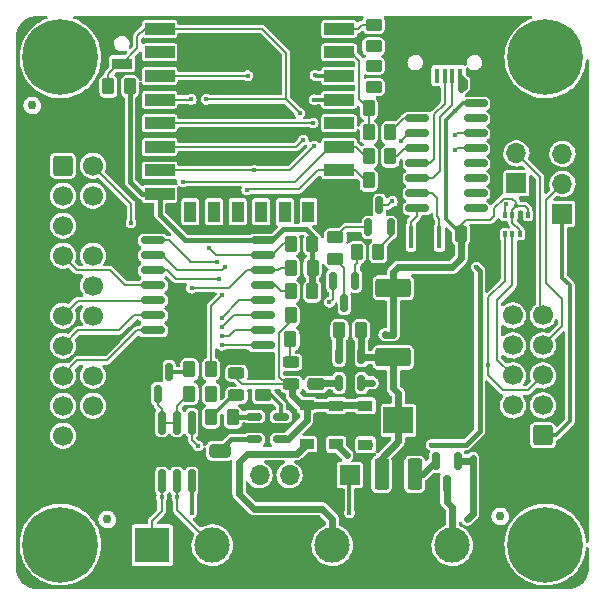
<source format=gtl>
%TF.GenerationSoftware,KiCad,Pcbnew,(6.0.9)*%
%TF.CreationDate,2023-01-11T20:23:52+07:00*%
%TF.ProjectId,ESP12CORE_B_MULTI,45535031-3243-44f5-9245-5f425f4d554c,rev?*%
%TF.SameCoordinates,Original*%
%TF.FileFunction,Copper,L1,Top*%
%TF.FilePolarity,Positive*%
%FSLAX46Y46*%
G04 Gerber Fmt 4.6, Leading zero omitted, Abs format (unit mm)*
G04 Created by KiCad (PCBNEW (6.0.9)) date 2023-01-11 20:23:52*
%MOMM*%
%LPD*%
G01*
G04 APERTURE LIST*
G04 Aperture macros list*
%AMRoundRect*
0 Rectangle with rounded corners*
0 $1 Rounding radius*
0 $2 $3 $4 $5 $6 $7 $8 $9 X,Y pos of 4 corners*
0 Add a 4 corners polygon primitive as box body*
4,1,4,$2,$3,$4,$5,$6,$7,$8,$9,$2,$3,0*
0 Add four circle primitives for the rounded corners*
1,1,$1+$1,$2,$3*
1,1,$1+$1,$4,$5*
1,1,$1+$1,$6,$7*
1,1,$1+$1,$8,$9*
0 Add four rect primitives between the rounded corners*
20,1,$1+$1,$2,$3,$4,$5,0*
20,1,$1+$1,$4,$5,$6,$7,0*
20,1,$1+$1,$6,$7,$8,$9,0*
20,1,$1+$1,$8,$9,$2,$3,0*%
G04 Aperture macros list end*
%TA.AperFunction,ComponentPad*%
%ADD10RoundRect,0.250000X0.600000X0.600000X-0.600000X0.600000X-0.600000X-0.600000X0.600000X-0.600000X0*%
%TD*%
%TA.AperFunction,ComponentPad*%
%ADD11C,1.700000*%
%TD*%
%TA.AperFunction,SMDPad,CuDef*%
%ADD12R,1.700000X0.900000*%
%TD*%
%TA.AperFunction,SMDPad,CuDef*%
%ADD13R,1.200000X0.900000*%
%TD*%
%TA.AperFunction,ComponentPad*%
%ADD14C,0.800000*%
%TD*%
%TA.AperFunction,ComponentPad*%
%ADD15C,6.400000*%
%TD*%
%TA.AperFunction,SMDPad,CuDef*%
%ADD16RoundRect,0.150000X-0.150000X0.587500X-0.150000X-0.587500X0.150000X-0.587500X0.150000X0.587500X0*%
%TD*%
%TA.AperFunction,SMDPad,CuDef*%
%ADD17RoundRect,0.250000X0.262500X0.450000X-0.262500X0.450000X-0.262500X-0.450000X0.262500X-0.450000X0*%
%TD*%
%TA.AperFunction,SMDPad,CuDef*%
%ADD18C,0.750000*%
%TD*%
%TA.AperFunction,ComponentPad*%
%ADD19R,1.700000X1.700000*%
%TD*%
%TA.AperFunction,ComponentPad*%
%ADD20O,1.700000X1.700000*%
%TD*%
%TA.AperFunction,SMDPad,CuDef*%
%ADD21RoundRect,0.150000X-0.512500X-0.150000X0.512500X-0.150000X0.512500X0.150000X-0.512500X0.150000X0*%
%TD*%
%TA.AperFunction,SMDPad,CuDef*%
%ADD22RoundRect,0.250000X-0.650000X0.325000X-0.650000X-0.325000X0.650000X-0.325000X0.650000X0.325000X0*%
%TD*%
%TA.AperFunction,SMDPad,CuDef*%
%ADD23RoundRect,0.250000X0.450000X-0.262500X0.450000X0.262500X-0.450000X0.262500X-0.450000X-0.262500X0*%
%TD*%
%TA.AperFunction,ComponentPad*%
%ADD24RoundRect,0.250000X-0.600000X-0.600000X0.600000X-0.600000X0.600000X0.600000X-0.600000X0.600000X0*%
%TD*%
%TA.AperFunction,SMDPad,CuDef*%
%ADD25R,2.500000X2.300000*%
%TD*%
%TA.AperFunction,SMDPad,CuDef*%
%ADD26RoundRect,0.250000X-0.262500X-0.450000X0.262500X-0.450000X0.262500X0.450000X-0.262500X0.450000X0*%
%TD*%
%TA.AperFunction,SMDPad,CuDef*%
%ADD27RoundRect,0.250000X-1.250000X-0.550000X1.250000X-0.550000X1.250000X0.550000X-1.250000X0.550000X0*%
%TD*%
%TA.AperFunction,SMDPad,CuDef*%
%ADD28RoundRect,0.243750X-0.456250X0.243750X-0.456250X-0.243750X0.456250X-0.243750X0.456250X0.243750X0*%
%TD*%
%TA.AperFunction,SMDPad,CuDef*%
%ADD29RoundRect,0.150000X-0.150000X0.512500X-0.150000X-0.512500X0.150000X-0.512500X0.150000X0.512500X0*%
%TD*%
%TA.AperFunction,SMDPad,CuDef*%
%ADD30R,0.350000X0.500000*%
%TD*%
%TA.AperFunction,SMDPad,CuDef*%
%ADD31RoundRect,0.150000X-0.150000X0.825000X-0.150000X-0.825000X0.150000X-0.825000X0.150000X0.825000X0*%
%TD*%
%TA.AperFunction,SMDPad,CuDef*%
%ADD32RoundRect,0.150000X-0.825000X-0.150000X0.825000X-0.150000X0.825000X0.150000X-0.825000X0.150000X0*%
%TD*%
%TA.AperFunction,SMDPad,CuDef*%
%ADD33RoundRect,0.250000X0.475000X-0.250000X0.475000X0.250000X-0.475000X0.250000X-0.475000X-0.250000X0*%
%TD*%
%TA.AperFunction,SMDPad,CuDef*%
%ADD34RoundRect,0.250000X-0.450000X0.262500X-0.450000X-0.262500X0.450000X-0.262500X0.450000X0.262500X0*%
%TD*%
%TA.AperFunction,SMDPad,CuDef*%
%ADD35RoundRect,0.150000X-0.875000X-0.150000X0.875000X-0.150000X0.875000X0.150000X-0.875000X0.150000X0*%
%TD*%
%TA.AperFunction,SMDPad,CuDef*%
%ADD36R,2.500000X1.000000*%
%TD*%
%TA.AperFunction,SMDPad,CuDef*%
%ADD37R,1.000000X1.800000*%
%TD*%
%TA.AperFunction,SMDPad,CuDef*%
%ADD38RoundRect,0.250000X-0.250000X-0.475000X0.250000X-0.475000X0.250000X0.475000X-0.250000X0.475000X0*%
%TD*%
%TA.AperFunction,ComponentPad*%
%ADD39R,3.000000X3.000000*%
%TD*%
%TA.AperFunction,ComponentPad*%
%ADD40C,3.000000*%
%TD*%
%TA.AperFunction,SMDPad,CuDef*%
%ADD41R,0.400000X1.900000*%
%TD*%
%TA.AperFunction,SMDPad,CuDef*%
%ADD42RoundRect,0.150000X0.150000X-0.587500X0.150000X0.587500X-0.150000X0.587500X-0.150000X-0.587500X0*%
%TD*%
%TA.AperFunction,SMDPad,CuDef*%
%ADD43RoundRect,0.250000X0.375000X1.075000X-0.375000X1.075000X-0.375000X-1.075000X0.375000X-1.075000X0*%
%TD*%
%TA.AperFunction,SMDPad,CuDef*%
%ADD44R,0.450000X1.300000*%
%TD*%
%TA.AperFunction,ComponentPad*%
%ADD45O,1.450000X2.000000*%
%TD*%
%TA.AperFunction,ComponentPad*%
%ADD46O,1.150000X1.800000*%
%TD*%
%TA.AperFunction,SMDPad,CuDef*%
%ADD47RoundRect,0.243750X0.456250X-0.243750X0.456250X0.243750X-0.456250X0.243750X-0.456250X-0.243750X0*%
%TD*%
%TA.AperFunction,ViaPad*%
%ADD48C,0.400000*%
%TD*%
%TA.AperFunction,Conductor*%
%ADD49C,0.200000*%
%TD*%
%TA.AperFunction,Conductor*%
%ADD50C,0.300000*%
%TD*%
%TA.AperFunction,Conductor*%
%ADD51C,0.400000*%
%TD*%
%TA.AperFunction,Conductor*%
%ADD52C,0.600000*%
%TD*%
G04 APERTURE END LIST*
D10*
%TO.P,J1,1,Pin_1*%
%TO.N,/CPU_ESP12F/EVCC*%
X145843909Y-95758668D03*
D11*
%TO.P,J1,2,Pin_2*%
%TO.N,GND*%
X143303909Y-95758668D03*
%TO.P,J1,3,Pin_3*%
%TO.N,/CPU_ESP12F/TXD*%
X145843909Y-93218668D03*
%TO.P,J1,4,Pin_4*%
%TO.N,/CPU_ESP12F/USB_RX*%
X143303909Y-93218668D03*
%TO.P,J1,5,Pin_5*%
%TO.N,/CPU_ESP12F/GPIO5{slash}SCL*%
X145843909Y-90678668D03*
%TO.P,J1,6,Pin_6*%
%TO.N,/CPU_ESP12F/GPIO4{slash}SDA*%
X143303909Y-90678668D03*
%TO.P,J1,7,Pin_7*%
%TO.N,/CPU_ESP12F/GPIO12{slash}MISO*%
X145843909Y-88138668D03*
%TO.P,J1,8,Pin_8*%
%TO.N,/CPU_ESP12F/GPIO13{slash}MOSI*%
X143303909Y-88138668D03*
%TO.P,J1,9,Pin_9*%
%TO.N,/CPU_ESP12F/GPIO14{slash}SCK*%
X145843909Y-85598668D03*
%TO.P,J1,10,Pin_10*%
%TO.N,/CPU_ESP12F/GPIO15{slash}CS*%
X143303909Y-85598668D03*
%TD*%
D12*
%TO.P,SW1,1,1*%
%TO.N,GND*%
X110200827Y-60887897D03*
%TO.P,SW1,2,2*%
%TO.N,/CPU_ESP12F/RESET*%
X110200827Y-64287897D03*
%TD*%
D13*
%TO.P,D1,1,K*%
%TO.N,/EXTENTION/M5V*%
X130825000Y-93250000D03*
%TO.P,D1,2,A*%
%TO.N,Net-(D1-Pad2)*%
X130825000Y-96550000D03*
%TD*%
D14*
%TO.P,H4,1*%
%TO.N,N/C*%
X144352944Y-103302944D03*
X146050000Y-102600000D03*
D15*
X146050000Y-105000000D03*
D14*
X147747056Y-103302944D03*
X146050000Y-107400000D03*
X144352944Y-106697056D03*
X147747056Y-106697056D03*
X143650000Y-105000000D03*
X148450000Y-105000000D03*
%TD*%
D16*
%TO.P,Q2,1,B*%
%TO.N,Net-(Q2-Pad1)*%
X129973541Y-82670793D03*
%TO.P,Q2,2,E*%
%TO.N,/CPU_ESP12F/RESET*%
X128073541Y-82670793D03*
%TO.P,Q2,3,C*%
%TO.N,/CPU_ESP12F/RTS*%
X129023541Y-84545793D03*
%TD*%
D17*
%TO.P,R7,1*%
%TO.N,/CPU_ESP12F/DTR*%
X131915699Y-80238384D03*
%TO.P,R7,2*%
%TO.N,Net-(Q2-Pad1)*%
X130090699Y-80238384D03*
%TD*%
D18*
%TO.P,FID5,*%
%TO.N,*%
X108966000Y-102870000D03*
%TD*%
D19*
%TO.P,J6,1,Pin_1*%
%TO.N,/CPU_ESP12F/EVCC*%
X143606599Y-74422000D03*
D20*
%TO.P,J6,2,Pin_2*%
%TO.N,/CPU_ESP12F/GPIO14{slash}SCK*%
X143606599Y-71882000D03*
%TO.P,J6,3,Pin_3*%
%TO.N,GND*%
X143606599Y-69342000D03*
%TD*%
D21*
%TO.P,U8,1,STAT*%
%TO.N,Net-(R28-Pad1)*%
X121392500Y-94180000D03*
%TO.P,U8,2,VSS*%
%TO.N,GND*%
X121392500Y-95130000D03*
%TO.P,U8,3,VBAT*%
%TO.N,/psu/VBAT*%
X121392500Y-96080000D03*
%TO.P,U8,4,VDD*%
%TO.N,/EXTENTION/M5V*%
X123667500Y-96080000D03*
%TO.P,U8,5,PROG*%
%TO.N,Net-(R27-Pad1)*%
X123667500Y-94180000D03*
%TD*%
D22*
%TO.P,C14,1*%
%TO.N,/psu/VBAT*%
X118480000Y-97075000D03*
%TO.P,C14,2*%
%TO.N,GND*%
X118480000Y-100025000D03*
%TD*%
D23*
%TO.P,R27,1*%
%TO.N,Net-(R27-Pad1)*%
X122174000Y-92352500D03*
%TO.P,R27,2*%
%TO.N,GND*%
X122174000Y-90527500D03*
%TD*%
D13*
%TO.P,D4,1,K*%
%TO.N,Net-(D4-Pad1)*%
X128350000Y-96525000D03*
%TO.P,D4,2,A*%
%TO.N,/EXTENTION/M5V*%
X128350000Y-93225000D03*
%TD*%
D24*
%TO.P,J4,1,Pin_1*%
%TO.N,/CPU_ESP12F/EVCC*%
X105204868Y-72917125D03*
D11*
%TO.P,J4,2,Pin_2*%
%TO.N,/EXTENTION/M5V*%
X107744868Y-72917125D03*
%TO.P,J4,3,Pin_3*%
%TO.N,/EXTENTION/HSDA*%
X105204868Y-75457125D03*
%TO.P,J4,4,Pin_4*%
%TO.N,/CPU_ESP12F/GPIO2*%
X107744868Y-75457125D03*
%TO.P,J4,5,Pin_5*%
%TO.N,/EXTENTION/HSDC*%
X105204868Y-77997125D03*
%TO.P,J4,6,Pin_6*%
%TO.N,GND*%
X107744868Y-77997125D03*
%TO.P,J4,7,Pin_7*%
%TO.N,Net-(J4-Pad7)*%
X105204868Y-80537125D03*
%TO.P,J4,8,Pin_8*%
%TO.N,/EXTENTION/MB*%
X107744868Y-80537125D03*
%TO.P,J4,9,Pin_9*%
%TO.N,GND*%
X105204868Y-83077125D03*
%TO.P,J4,10,Pin_10*%
%TO.N,/EXTENTION/MA*%
X107744868Y-83077125D03*
%TO.P,J4,11,Pin_11*%
%TO.N,Net-(J4-Pad11)*%
X105204868Y-85617125D03*
%TO.P,J4,12,Pin_12*%
%TO.N,Net-(J4-Pad12)*%
X107744868Y-85617125D03*
%TO.P,J4,13,Pin_13*%
%TO.N,Net-(J4-Pad13)*%
X105204868Y-88157125D03*
%TO.P,J4,14,Pin_14*%
%TO.N,GND*%
X107744868Y-88157125D03*
%TO.P,J4,15,Pin_15*%
%TO.N,Net-(J4-Pad15)*%
X105204868Y-90697125D03*
%TO.P,J4,16,Pin_16*%
%TO.N,Net-(J4-Pad16)*%
X107744868Y-90697125D03*
%TO.P,J4,17,Pin_17*%
%TO.N,/CPU_ESP12F/EVCC*%
X105204868Y-93237125D03*
%TO.P,J4,18,Pin_18*%
%TO.N,Net-(J4-Pad18)*%
X107744868Y-93237125D03*
%TO.P,J4,19,Pin_19*%
%TO.N,Net-(J4-Pad19)*%
X105204868Y-95777125D03*
%TO.P,J4,20,Pin_20*%
%TO.N,GND*%
X107744868Y-95777125D03*
%TD*%
D25*
%TO.P,D5,1,A1*%
%TO.N,Net-(C7-Pad1)*%
X133622000Y-94488000D03*
%TO.P,D5,2,A2*%
%TO.N,GND*%
X137922000Y-94488000D03*
%TD*%
D17*
%TO.P,R5,1*%
%TO.N,/CPU_ESP12F/VCC*%
X132933550Y-72136000D03*
%TO.P,R5,2*%
%TO.N,/CPU_ESP12F/GPIO2*%
X131108550Y-72136000D03*
%TD*%
D13*
%TO.P,D3,1,K*%
%TO.N,/EXTENTION/M5V*%
X125852177Y-93199169D03*
%TO.P,D3,2,A*%
%TO.N,Net-(D3-Pad2)*%
X125852177Y-96499169D03*
%TD*%
D17*
%TO.P,R14,1*%
%TO.N,/CPU_ESP12F/VCC*%
X126333864Y-83566000D03*
%TO.P,R14,2*%
%TO.N,Net-(R14-Pad2)*%
X124508864Y-83566000D03*
%TD*%
D14*
%TO.P,H1,1*%
%TO.N,N/C*%
X144352944Y-62052944D03*
X144352944Y-65447056D03*
X147747056Y-65447056D03*
X146050000Y-61350000D03*
X147747056Y-62052944D03*
X143650000Y-63750000D03*
X146050000Y-66150000D03*
D15*
X146050000Y-63750000D03*
D14*
X148450000Y-63750000D03*
%TD*%
D17*
%TO.P,R3,1*%
%TO.N,GND*%
X132932840Y-68072000D03*
%TO.P,R3,2*%
%TO.N,/CPU_ESP12F/RXD*%
X131107840Y-68072000D03*
%TD*%
D26*
%TO.P,R24,1*%
%TO.N,/EXTENTION/M5V*%
X124510809Y-85598000D03*
%TO.P,R24,2*%
%TO.N,GND*%
X126335809Y-85598000D03*
%TD*%
D16*
%TO.P,Q4,1,G*%
%TO.N,/EXTENTION/M5V*%
X138663636Y-97959082D03*
%TO.P,Q4,2,S*%
%TO.N,Net-(D4-Pad1)*%
X136763636Y-97959082D03*
%TO.P,Q4,3,D*%
%TO.N,/psu/VBAT*%
X137713636Y-99834082D03*
%TD*%
D27*
%TO.P,C12,1*%
%TO.N,/CPU_ESP12F/VCC*%
X133186648Y-83263189D03*
%TO.P,C12,2*%
%TO.N,GND*%
X137586648Y-83263189D03*
%TD*%
D17*
%TO.P,R12,1*%
%TO.N,/CPU_ESP12F/GPIO15{slash}CS*%
X117752500Y-90170000D03*
%TO.P,R12,2*%
%TO.N,Net-(Q3-Pad1)*%
X115927500Y-90170000D03*
%TD*%
D28*
%TO.P,D2,1,K*%
%TO.N,Net-(D2-Pad1)*%
X124538237Y-89565000D03*
%TO.P,D2,2,A*%
%TO.N,/EXTENTION/M5V*%
X124538237Y-91440000D03*
%TD*%
D16*
%TO.P,Q3,1,B*%
%TO.N,Net-(Q3-Pad1)*%
X114197348Y-90358224D03*
%TO.P,Q3,2,E*%
%TO.N,GND*%
X112297348Y-90358224D03*
%TO.P,Q3,3,C*%
%TO.N,Net-(Q3-Pad3)*%
X113247348Y-92233224D03*
%TD*%
D27*
%TO.P,C7,1*%
%TO.N,Net-(C7-Pad1)*%
X133182000Y-89154000D03*
%TO.P,C7,2*%
%TO.N,GND*%
X137582000Y-89154000D03*
%TD*%
D26*
%TO.P,R9,1*%
%TO.N,/CPU_ESP12F/GPIO15{slash}CS*%
X131098906Y-74168000D03*
%TO.P,R9,2*%
%TO.N,GND*%
X132923906Y-74168000D03*
%TD*%
D19*
%TO.P,J2,1,Pin_1*%
%TO.N,/CPU_ESP12F/EVCC*%
X129480000Y-99133737D03*
D20*
%TO.P,J2,2,Pin_2*%
%TO.N,GND*%
X126940000Y-99133737D03*
%TO.P,J2,3,Pin_3*%
%TO.N,/CPU_ESP12F/GPIO5{slash}SCL*%
X124400000Y-99133737D03*
%TO.P,J2,4,Pin_4*%
%TO.N,/CPU_ESP12F/GPIO4{slash}SDA*%
X121860000Y-99133737D03*
%TD*%
D19*
%TO.P,J5,1,Pin_1*%
%TO.N,/CPU_ESP12F/EVCC*%
X147500856Y-76995980D03*
D20*
%TO.P,J5,2,Pin_2*%
%TO.N,/CPU_ESP12F/GPIO12{slash}MISO*%
X147500856Y-74455980D03*
%TO.P,J5,3,Pin_3*%
%TO.N,unconnected-(J5-Pad3)*%
X147500856Y-71915980D03*
%TO.P,J5,4,Pin_4*%
%TO.N,GND*%
X147500856Y-69375980D03*
%TD*%
D26*
%TO.P,R4,1*%
%TO.N,/CPU_ESP12F/RXD*%
X131105336Y-70104000D03*
%TO.P,R4,2*%
%TO.N,/CPU_ESP12F/USB_RX*%
X132930336Y-70104000D03*
%TD*%
D18*
%TO.P,FID6,*%
%TO.N,*%
X142240000Y-102616000D03*
%TD*%
D14*
%TO.P,H2,1*%
%TO.N,N/C*%
X105000000Y-66150000D03*
X103302944Y-62052944D03*
X102600000Y-63750000D03*
D15*
X105000000Y-63750000D03*
D14*
X107400000Y-63750000D03*
X106697056Y-65447056D03*
X103302944Y-65447056D03*
X106697056Y-62052944D03*
X105000000Y-61350000D03*
%TD*%
D29*
%TO.P,U6,1,IN*%
%TO.N,Net-(C7-Pad1)*%
X130490000Y-89032500D03*
%TO.P,U6,2,GND*%
%TO.N,GND*%
X129540000Y-89032500D03*
%TO.P,U6,3,EN*%
%TO.N,Net-(R25-Pad2)*%
X128590000Y-89032500D03*
%TO.P,U6,4,BP*%
%TO.N,Net-(C8-Pad1)*%
X128590000Y-91307500D03*
%TO.P,U6,5,OUT*%
%TO.N,/CPU_ESP12F/VCC*%
X130490000Y-91307500D03*
%TD*%
D23*
%TO.P,R6,1*%
%TO.N,/CPU_ESP12F/RTS*%
X128270000Y-80819000D03*
%TO.P,R6,2*%
%TO.N,Net-(Q1-Pad1)*%
X128270000Y-78994000D03*
%TD*%
D30*
%TO.P,U2,1,GND*%
%TO.N,GND*%
X144572362Y-78726687D03*
%TO.P,U2,2,CSB*%
%TO.N,/CPU_ESP12F/VCC*%
X143922362Y-78726687D03*
%TO.P,U2,3,SDI*%
%TO.N,/CPU_ESP12F/GPIO4{slash}SDA*%
X143272362Y-78726687D03*
%TO.P,U2,4,SCK*%
%TO.N,/CPU_ESP12F/GPIO5{slash}SCL*%
X142622362Y-78726687D03*
%TO.P,U2,5,SDO*%
%TO.N,Net-(JP2-Pad2)*%
X142622362Y-77126687D03*
%TO.P,U2,6,VDDIO*%
%TO.N,/CPU_ESP12F/VCC*%
X143272362Y-77126687D03*
%TO.P,U2,7,GND*%
%TO.N,GND*%
X143922362Y-77126687D03*
%TO.P,U2,8,VDD*%
%TO.N,/CPU_ESP12F/VCC*%
X144572362Y-77126687D03*
%TD*%
D17*
%TO.P,R21,1*%
%TO.N,/CPU_ESP12F/VCC*%
X126316594Y-79561634D03*
%TO.P,R21,2*%
%TO.N,/CPU_ESP12F/GPIO4{slash}SDA*%
X124491594Y-79561634D03*
%TD*%
%TO.P,R13,1*%
%TO.N,/CPU_ESP12F/EVCC*%
X117752500Y-92235934D03*
%TO.P,R13,2*%
%TO.N,Net-(Q3-Pad3)*%
X115927500Y-92235934D03*
%TD*%
D18*
%TO.P,FID7,*%
%TO.N,*%
X102616000Y-67818000D03*
%TD*%
D23*
%TO.P,R8,1*%
%TO.N,/CPU_ESP12F/VCC*%
X131508320Y-66268384D03*
%TO.P,R8,2*%
%TO.N,/CPU_ESP12F/CH_PD*%
X131508320Y-64443384D03*
%TD*%
D17*
%TO.P,R28,1*%
%TO.N,Net-(R28-Pad1)*%
X119588725Y-94234000D03*
%TO.P,R28,2*%
%TO.N,Net-(D6-Pad1)*%
X117763725Y-94234000D03*
%TD*%
D31*
%TO.P,U4,1,RO*%
%TO.N,/CPU_ESP12F/GPIO13{slash}MOSI*%
X116130000Y-94675000D03*
%TO.P,U4,2,~{RE}*%
%TO.N,Net-(Q3-Pad3)*%
X114860000Y-94675000D03*
%TO.P,U4,3,DE*%
X113590000Y-94675000D03*
%TO.P,U4,4,DI*%
%TO.N,GND*%
X112320000Y-94675000D03*
%TO.P,U4,5,GND*%
X112320000Y-99625000D03*
%TO.P,U4,6,A*%
%TO.N,/EXTENTION/MA*%
X113590000Y-99625000D03*
%TO.P,U4,7,B*%
%TO.N,/EXTENTION/MB*%
X114860000Y-99625000D03*
%TO.P,U4,8,VCC*%
%TO.N,/CPU_ESP12F/EVCC*%
X116130000Y-99625000D03*
%TD*%
D32*
%TO.P,U5,1,GND*%
%TO.N,GND*%
X135203064Y-67647726D03*
%TO.P,U5,2,TXD*%
%TO.N,/CPU_ESP12F/USB_RX*%
X135203064Y-68917726D03*
%TO.P,U5,3,RXD*%
%TO.N,/CPU_ESP12F/TXD*%
X135203064Y-70187726D03*
%TO.P,U5,4,V3*%
%TO.N,/CPU_ESP12F/VCC*%
X135203064Y-71457726D03*
%TO.P,U5,5,UD+*%
%TO.N,Net-(J7-Pad3)*%
X135203064Y-72727726D03*
%TO.P,U5,6,UD-*%
%TO.N,Net-(J7-Pad2)*%
X135203064Y-73997726D03*
%TO.P,U5,7,XI*%
%TO.N,Net-(U5-Pad7)*%
X135203064Y-75267726D03*
%TO.P,U5,8,XO*%
%TO.N,Net-(U5-Pad8)*%
X135203064Y-76537726D03*
%TO.P,U5,9,~{CTS}*%
%TO.N,unconnected-(U5-Pad9)*%
X140153064Y-76537726D03*
%TO.P,U5,10,~{DSR}*%
%TO.N,unconnected-(U5-Pad10)*%
X140153064Y-75267726D03*
%TO.P,U5,11,~{RI}*%
%TO.N,unconnected-(U5-Pad11)*%
X140153064Y-73997726D03*
%TO.P,U5,12,~{DCD}*%
%TO.N,unconnected-(U5-Pad12)*%
X140153064Y-72727726D03*
%TO.P,U5,13,~{DTR}*%
%TO.N,/CPU_ESP12F/DTR*%
X140153064Y-71457726D03*
%TO.P,U5,14,~{RTS}*%
%TO.N,/CPU_ESP12F/RTS*%
X140153064Y-70187726D03*
%TO.P,U5,15,R232*%
%TO.N,unconnected-(U5-Pad15)*%
X140153064Y-68917726D03*
%TO.P,U5,16,VCC*%
%TO.N,/CPU_ESP12F/VCC*%
X140153064Y-67647726D03*
%TD*%
D33*
%TO.P,C8,1*%
%TO.N,Net-(C8-Pad1)*%
X126618095Y-91440000D03*
%TO.P,C8,2*%
%TO.N,GND*%
X126618095Y-89540000D03*
%TD*%
D26*
%TO.P,R23,1*%
%TO.N,Net-(D2-Pad1)*%
X124476200Y-87630000D03*
%TO.P,R23,2*%
%TO.N,GND*%
X126301200Y-87630000D03*
%TD*%
D34*
%TO.P,R2,1*%
%TO.N,Net-(R2-Pad1)*%
X131521512Y-61002915D03*
%TO.P,R2,2*%
%TO.N,/CPU_ESP12F/TXD*%
X131521512Y-62827915D03*
%TD*%
D35*
%TO.P,U3,1,A0*%
%TO.N,Net-(JP3-Pad2)*%
X112825000Y-79230000D03*
%TO.P,U3,2,A1*%
%TO.N,Net-(JP4-Pad2)*%
X112825000Y-80500000D03*
%TO.P,U3,3,A2*%
%TO.N,Net-(JP5-Pad2)*%
X112825000Y-81770000D03*
%TO.P,U3,4,P0*%
%TO.N,Net-(J4-Pad7)*%
X112825000Y-83040000D03*
%TO.P,U3,5,P1*%
%TO.N,Net-(J4-Pad11)*%
X112825000Y-84310000D03*
%TO.P,U3,6,P2*%
%TO.N,Net-(J4-Pad13)*%
X112825000Y-85580000D03*
%TO.P,U3,7,P3*%
%TO.N,Net-(J4-Pad15)*%
X112825000Y-86850000D03*
%TO.P,U3,8,VSS*%
%TO.N,GND*%
X112825000Y-88120000D03*
%TO.P,U3,9,P4*%
%TO.N,Net-(J4-Pad19)*%
X122125000Y-88120000D03*
%TO.P,U3,10,P5*%
%TO.N,Net-(J4-Pad18)*%
X122125000Y-86850000D03*
%TO.P,U3,11,P6*%
%TO.N,Net-(J4-Pad16)*%
X122125000Y-85580000D03*
%TO.P,U3,12,P7*%
%TO.N,Net-(J4-Pad12)*%
X122125000Y-84310000D03*
%TO.P,U3,13,~{INT}*%
%TO.N,Net-(R14-Pad2)*%
X122125000Y-83040000D03*
%TO.P,U3,14,SCL*%
%TO.N,/CPU_ESP12F/GPIO5{slash}SCL*%
X122125000Y-81770000D03*
%TO.P,U3,15,SDA*%
%TO.N,/CPU_ESP12F/GPIO4{slash}SDA*%
X122125000Y-80500000D03*
%TO.P,U3,16,VDD*%
%TO.N,/CPU_ESP12F/VCC*%
X122125000Y-79230000D03*
%TD*%
D14*
%TO.P,H3,1*%
%TO.N,N/C*%
X105000000Y-107400000D03*
X106697056Y-106697056D03*
X102600000Y-105000000D03*
D15*
X105000000Y-105000000D03*
D14*
X105000000Y-102600000D03*
X103302944Y-103302944D03*
X107400000Y-105000000D03*
X103302944Y-106697056D03*
X106697056Y-103302944D03*
%TD*%
D17*
%TO.P,R20,1*%
%TO.N,/CPU_ESP12F/VCC*%
X126342608Y-81564676D03*
%TO.P,R20,2*%
%TO.N,/CPU_ESP12F/GPIO5{slash}SCL*%
X124517608Y-81564676D03*
%TD*%
D36*
%TO.P,U1,1,~{RST}*%
%TO.N,/CPU_ESP12F/RESET*%
X113400000Y-61328000D03*
%TO.P,U1,2,ADC*%
%TO.N,/CPU_ESP12F/ADC*%
X113400000Y-63328000D03*
%TO.P,U1,3,EN*%
%TO.N,/CPU_ESP12F/CH_PD*%
X113400000Y-65328000D03*
%TO.P,U1,4,GPIO16*%
%TO.N,/CPU_ESP12F/GPIO16*%
X113400000Y-67328000D03*
%TO.P,U1,5,GPIO14*%
%TO.N,/CPU_ESP12F/GPIO14{slash}SCK*%
X113400000Y-69328000D03*
%TO.P,U1,6,GPIO12*%
%TO.N,/CPU_ESP12F/GPIO12{slash}MISO*%
X113400000Y-71328000D03*
%TO.P,U1,7,GPIO13*%
%TO.N,/CPU_ESP12F/GPIO13{slash}MOSI*%
X113400000Y-73328000D03*
%TO.P,U1,8,VCC*%
%TO.N,/CPU_ESP12F/VCC*%
X113400000Y-75328000D03*
D37*
%TO.P,U1,9,CS0*%
%TO.N,unconnected-(U1-Pad9)*%
X116000000Y-76828000D03*
%TO.P,U1,10,MISO*%
%TO.N,unconnected-(U1-Pad10)*%
X118000000Y-76828000D03*
%TO.P,U1,11,GPIO9*%
%TO.N,unconnected-(U1-Pad11)*%
X120000000Y-76828000D03*
%TO.P,U1,12,GPIO10*%
%TO.N,unconnected-(U1-Pad12)*%
X122000000Y-76828000D03*
%TO.P,U1,13,MOSI*%
%TO.N,unconnected-(U1-Pad13)*%
X124000000Y-76828000D03*
%TO.P,U1,14,SCLK*%
%TO.N,unconnected-(U1-Pad14)*%
X126000000Y-76828000D03*
D36*
%TO.P,U1,15,GND*%
%TO.N,GND*%
X128600000Y-75328000D03*
%TO.P,U1,16,GPIO15*%
%TO.N,/CPU_ESP12F/GPIO15{slash}CS*%
X128600000Y-73328000D03*
%TO.P,U1,17,GPIO2*%
%TO.N,/CPU_ESP12F/GPIO2*%
X128600000Y-71328000D03*
%TO.P,U1,18,GPIO0*%
%TO.N,/CPU_ESP12F/GPIO0*%
X128600000Y-69328000D03*
%TO.P,U1,19,GPIO4*%
%TO.N,/CPU_ESP12F/GPIO5{slash}SCL*%
X128600000Y-67328000D03*
%TO.P,U1,20,GPIO5*%
%TO.N,/CPU_ESP12F/GPIO4{slash}SDA*%
X128600000Y-65328000D03*
%TO.P,U1,21,GPIO3/RXD*%
%TO.N,/CPU_ESP12F/RXD*%
X128600000Y-63328000D03*
%TO.P,U1,22,GPIO1/TXD*%
%TO.N,Net-(R2-Pad1)*%
X128600000Y-61328000D03*
%TD*%
D38*
%TO.P,C10,1*%
%TO.N,/CPU_ESP12F/VCC*%
X138938000Y-78740000D03*
%TO.P,C10,2*%
%TO.N,GND*%
X140838000Y-78740000D03*
%TD*%
D39*
%TO.P,J8,1,Pin_1*%
%TO.N,/EXTENTION/MA*%
X112773429Y-105050688D03*
D40*
%TO.P,J8,2,Pin_2*%
%TO.N,/EXTENTION/MB*%
X117853429Y-105050688D03*
%TO.P,J8,3,Pin_3*%
%TO.N,GND*%
X122933429Y-105050688D03*
%TO.P,J8,4,Pin_4*%
%TO.N,Net-(D3-Pad2)*%
X128013429Y-105050688D03*
%TO.P,J8,5,Pin_5*%
%TO.N,GND*%
X133093429Y-105050688D03*
%TO.P,J8,6,Pin_6*%
%TO.N,/psu/VBAT*%
X138173429Y-105050688D03*
%TD*%
D17*
%TO.P,R25,1*%
%TO.N,Net-(C7-Pad1)*%
X130452500Y-86868000D03*
%TO.P,R25,2*%
%TO.N,Net-(R25-Pad2)*%
X128627500Y-86868000D03*
%TD*%
D41*
%TO.P,Y1,1,1*%
%TO.N,Net-(U5-Pad7)*%
X137090000Y-78994000D03*
%TO.P,Y1,2,2*%
%TO.N,GND*%
X135890000Y-78994000D03*
%TO.P,Y1,3,3*%
%TO.N,Net-(U5-Pad8)*%
X134690000Y-78994000D03*
%TD*%
D42*
%TO.P,Q1,1,B*%
%TO.N,Net-(Q1-Pad1)*%
X131063050Y-78153500D03*
%TO.P,Q1,2,E*%
%TO.N,/CPU_ESP12F/DTR*%
X132963050Y-78153500D03*
%TO.P,Q1,3,C*%
%TO.N,/CPU_ESP12F/GPIO0*%
X132013050Y-76278500D03*
%TD*%
D43*
%TO.P,F1,1*%
%TO.N,Net-(D4-Pad1)*%
X135004000Y-99060000D03*
%TO.P,F1,2*%
%TO.N,Net-(C7-Pad1)*%
X132204000Y-99060000D03*
%TD*%
D44*
%TO.P,J7,1,VBUS*%
%TO.N,Net-(D1-Pad2)*%
X138841582Y-65290224D03*
%TO.P,J7,2,D-*%
%TO.N,Net-(J7-Pad2)*%
X138191582Y-65290224D03*
%TO.P,J7,3,D+*%
%TO.N,Net-(J7-Pad3)*%
X137541582Y-65290224D03*
%TO.P,J7,4,ID*%
%TO.N,unconnected-(J7-Pad4)*%
X136891582Y-65290224D03*
%TO.P,J7,5,GND*%
%TO.N,GND*%
X136241582Y-65290224D03*
D45*
%TO.P,J7,6,Shield*%
X133816582Y-65240224D03*
D46*
X141416582Y-61440224D03*
D45*
X141266582Y-65240224D03*
D46*
X133666582Y-61440224D03*
%TD*%
D17*
%TO.P,R1,1*%
%TO.N,/CPU_ESP12F/VCC*%
X110890107Y-66206359D03*
%TO.P,R1,2*%
%TO.N,/CPU_ESP12F/RESET*%
X109065107Y-66206359D03*
%TD*%
D47*
%TO.P,D6,1,K*%
%TO.N,Net-(D6-Pad1)*%
X119888000Y-92377500D03*
%TO.P,D6,2,A*%
%TO.N,/EXTENTION/M5V*%
X119888000Y-90502500D03*
%TD*%
D48*
%TO.N,GND*%
X122210000Y-89320000D03*
X126630000Y-89560000D03*
%TO.N,/CPU_ESP12F/GPIO12{slash}MISO*%
X125550000Y-70750000D03*
%TO.N,/CPU_ESP12F/GPIO13{slash}MOSI*%
X116660000Y-96660000D03*
X121410000Y-73328000D03*
X126500500Y-71250000D03*
%TO.N,/CPU_ESP12F/GPIO14{slash}SCK*%
X126400000Y-69300000D03*
%TO.N,/CPU_ESP12F/GPIO0*%
X133096000Y-75946000D03*
X128778000Y-69342000D03*
%TO.N,/CPU_ESP12F/RESET*%
X117348000Y-67310000D03*
X127775000Y-84500500D03*
X125250000Y-68450000D03*
%TO.N,/CPU_ESP12F/GPIO2*%
X115350000Y-74290000D03*
%TO.N,/CPU_ESP12F/ADC*%
X113371812Y-63356369D03*
%TO.N,/CPU_ESP12F/CH_PD*%
X131508320Y-64443384D03*
X120850000Y-65300000D03*
%TO.N,/CPU_ESP12F/GPIO16*%
X116078000Y-67310000D03*
%TO.N,/psu/VBAT*%
X118480000Y-97075000D03*
%TO.N,/CPU_ESP12F/GPIO15{slash}CS*%
X118670250Y-83910250D03*
X120780000Y-74950000D03*
X128775000Y-73425000D03*
%TO.N,Net-(C7-Pad1)*%
X133604000Y-94479000D03*
%TO.N,/CPU_ESP12F/TXD*%
X131504542Y-62818984D03*
X133858000Y-70866000D03*
%TO.N,/CPU_ESP12F/USB_RX*%
X132930336Y-70104000D03*
%TO.N,/CPU_ESP12F/GPIO5{slash}SCL*%
X126474000Y-67328000D03*
X141225000Y-89825000D03*
X116100000Y-83287500D03*
X124517608Y-81564676D03*
%TO.N,/CPU_ESP12F/GPIO4{slash}SDA*%
X126550000Y-65275000D03*
X117580000Y-79930000D03*
X124460000Y-79502000D03*
%TO.N,/CPU_ESP12F/DTR*%
X131925845Y-80198484D03*
X138430000Y-71628000D03*
%TO.N,/CPU_ESP12F/RTS*%
X128270000Y-80772000D03*
X138430000Y-70358000D03*
%TO.N,/CPU_ESP12F/VCC*%
X132486400Y-87198200D03*
X143606599Y-76357401D03*
X133186648Y-83263189D03*
X126325000Y-83550000D03*
X132933550Y-72136000D03*
X138430000Y-68326000D03*
X131525662Y-66279945D03*
X132366157Y-83271647D03*
X131394200Y-91313000D03*
X126325000Y-83000000D03*
%TO.N,/EXTENTION/M5V*%
X130875000Y-93250000D03*
X110975000Y-77762500D03*
X139900000Y-97700000D03*
X139460000Y-102850000D03*
%TO.N,Net-(D1-Pad2)*%
X140226000Y-81516000D03*
X136368000Y-96550000D03*
X136800000Y-96550000D03*
X140510000Y-81800000D03*
X138938000Y-66548000D03*
X139192000Y-66294000D03*
X131288000Y-96550000D03*
X130820000Y-96550000D03*
%TO.N,Net-(JP4-Pad2)*%
X118930000Y-81490000D03*
%TO.N,/EXTENTION/MB*%
X114860000Y-101000000D03*
%TO.N,Net-(J4-Pad12)*%
X118650000Y-85810000D03*
%TO.N,/EXTENTION/MA*%
X113570000Y-101000000D03*
%TO.N,Net-(J4-Pad16)*%
X118661000Y-86614000D03*
%TO.N,Net-(J4-Pad18)*%
X118675000Y-87375000D03*
%TO.N,Net-(J4-Pad19)*%
X118675000Y-88125000D03*
%TO.N,Net-(JP3-Pad2)*%
X118240000Y-81060000D03*
%TO.N,Net-(JP5-Pad2)*%
X118390000Y-82510000D03*
%TO.N,Net-(D4-Pad1)*%
X134650000Y-99030000D03*
X134990000Y-99030000D03*
X129250000Y-97440000D03*
X128320000Y-96510000D03*
%TO.N,Net-(JP2-Pad2)*%
X142748000Y-76200000D03*
%TO.N,/CPU_ESP12F/EVCC*%
X117752500Y-92235934D03*
X116130000Y-102300000D03*
X129470000Y-102300500D03*
%TD*%
D49*
%TO.N,GND*%
X144572362Y-78726687D02*
X144572362Y-78278362D01*
X144572362Y-78278362D02*
X143922362Y-77628362D01*
X122174000Y-89356000D02*
X122210000Y-89320000D01*
X143922362Y-77628362D02*
X143922362Y-77126687D01*
X122174000Y-90527500D02*
X122174000Y-89356000D01*
%TO.N,/CPU_ESP12F/GPIO12{slash}MISO*%
X146100000Y-82875000D02*
X146100000Y-75856836D01*
X124972000Y-71328000D02*
X113400000Y-71328000D01*
X125550000Y-70750000D02*
X124972000Y-71328000D01*
X145843909Y-88138668D02*
X147475000Y-86507577D01*
X147475000Y-84250000D02*
X146100000Y-82875000D01*
X147475000Y-86507577D02*
X147475000Y-84250000D01*
X146100000Y-75856836D02*
X147500856Y-74455980D01*
%TO.N,/CPU_ESP12F/GPIO13{slash}MOSI*%
X126500500Y-71250000D02*
X124422500Y-73328000D01*
X124422500Y-73328000D02*
X113400000Y-73328000D01*
X116660000Y-96660000D02*
X116130000Y-96130000D01*
X116130000Y-96130000D02*
X116130000Y-94675000D01*
%TO.N,/CPU_ESP12F/GPIO14{slash}SCK*%
X145625000Y-73900401D02*
X143606599Y-71882000D01*
X126400000Y-69300000D02*
X126372000Y-69328000D01*
X145625000Y-85379759D02*
X145625000Y-73900401D01*
X126372000Y-69328000D02*
X113400000Y-69328000D01*
%TO.N,/CPU_ESP12F/GPIO0*%
X132763500Y-76278500D02*
X133096000Y-75946000D01*
X132013050Y-76278500D02*
X132763500Y-76278500D01*
%TO.N,/CPU_ESP12F/RESET*%
X128073541Y-84201959D02*
X128073541Y-82670793D01*
X117348000Y-67310000D02*
X124110000Y-67310000D01*
X124110000Y-63385000D02*
X122053000Y-61328000D01*
X127775000Y-84500500D02*
X128073541Y-84201959D01*
X110210103Y-64287897D02*
X111506000Y-62992000D01*
X109065107Y-65178893D02*
X109956103Y-64287897D01*
X113400000Y-61328000D02*
X122053000Y-61328000D01*
X124110000Y-67310000D02*
X124110000Y-63385000D01*
X111506000Y-62992000D02*
X111506000Y-61976000D01*
X109065107Y-66206359D02*
X109065107Y-65178893D01*
X125250000Y-68450000D02*
X124110000Y-67310000D01*
X112154000Y-61328000D02*
X113400000Y-61328000D01*
X111506000Y-61976000D02*
X112154000Y-61328000D01*
%TO.N,/CPU_ESP12F/GPIO2*%
X128600000Y-71328000D02*
X130002000Y-71328000D01*
X130002000Y-71328000D02*
X130810000Y-72136000D01*
X115350000Y-74290000D02*
X115363000Y-74277000D01*
X115363000Y-74277000D02*
X124859000Y-74277000D01*
X124859000Y-74277000D02*
X127808000Y-71328000D01*
%TO.N,/CPU_ESP12F/RXD*%
X131105336Y-70104000D02*
X131105336Y-68074504D01*
X130318000Y-64024000D02*
X130318000Y-67282160D01*
X130318000Y-67282160D02*
X131107840Y-68072000D01*
X129622000Y-63328000D02*
X130318000Y-64024000D01*
%TO.N,/CPU_ESP12F/CH_PD*%
X120850000Y-65300000D02*
X120822000Y-65328000D01*
X120822000Y-65328000D02*
X113400000Y-65328000D01*
%TO.N,/CPU_ESP12F/GPIO16*%
X113400000Y-67328000D02*
X116060000Y-67328000D01*
X116060000Y-67328000D02*
X116078000Y-67310000D01*
%TO.N,Net-(Q2-Pad1)*%
X130151500Y-81176500D02*
X129973541Y-81354459D01*
X130151500Y-80010000D02*
X130151500Y-81176500D01*
X129973541Y-81354459D02*
X129973541Y-82670793D01*
D50*
%TO.N,Net-(Q3-Pad1)*%
X114197348Y-90358224D02*
X115598171Y-90358224D01*
D51*
%TO.N,/psu/VBAT*%
X121392500Y-96080000D02*
X119475000Y-96080000D01*
D52*
X138173429Y-102618571D02*
X138173429Y-105050688D01*
X137713636Y-101391636D02*
X138176000Y-101854000D01*
X137713636Y-99834082D02*
X137713636Y-101391636D01*
D51*
X119475000Y-96080000D02*
X118480000Y-97075000D01*
D52*
X138176000Y-101854000D02*
X138176000Y-102616000D01*
X138176000Y-102616000D02*
X138173429Y-102618571D01*
D49*
%TO.N,/CPU_ESP12F/GPIO15{slash}CS*%
X120780000Y-74950000D02*
X120800000Y-74930000D01*
X126824000Y-73328000D02*
X128600000Y-73328000D01*
X120800000Y-74930000D02*
X125222000Y-74930000D01*
X117752500Y-84828000D02*
X117752500Y-90170000D01*
X125222000Y-74930000D02*
X126824000Y-73328000D01*
X129970000Y-73328000D02*
X130810000Y-74168000D01*
X118670250Y-83910250D02*
X117752500Y-84828000D01*
X128600000Y-73328000D02*
X129970000Y-73328000D01*
D52*
%TO.N,Net-(C7-Pad1)*%
X133182000Y-89154000D02*
X130810000Y-89154000D01*
X132204000Y-99060000D02*
X132204000Y-97666000D01*
X133604000Y-96266000D02*
X133604000Y-94479000D01*
X133182000Y-91780000D02*
X133182000Y-89154000D01*
X132204000Y-97666000D02*
X133604000Y-96266000D01*
X133604000Y-94479000D02*
X133604000Y-92202000D01*
X130490000Y-89032500D02*
X130490000Y-86905500D01*
X133604000Y-92202000D02*
X133182000Y-91780000D01*
%TO.N,Net-(C8-Pad1)*%
X128590000Y-91307500D02*
X126746500Y-91307500D01*
D49*
%TO.N,/CPU_ESP12F/TXD*%
X133858000Y-70866000D02*
X134536274Y-70187726D01*
%TO.N,/CPU_ESP12F/USB_RX*%
X134116610Y-68917726D02*
X132930336Y-70104000D01*
X135203064Y-68917726D02*
X134116610Y-68917726D01*
%TO.N,/CPU_ESP12F/GPIO5{slash}SCL*%
X119302500Y-83287500D02*
X116100000Y-83287500D01*
X122125000Y-81770000D02*
X123455000Y-81770000D01*
X144574577Y-91948000D02*
X145843909Y-90678668D01*
X123660324Y-81564676D02*
X124517608Y-81564676D01*
X122125000Y-81770000D02*
X120820000Y-81770000D01*
D50*
X126474000Y-67328000D02*
X128600000Y-67328000D01*
D49*
X142622362Y-82675638D02*
X142622362Y-78726687D01*
X141225000Y-89825000D02*
X141224000Y-89824000D01*
X141225000Y-90679000D02*
X142494000Y-91948000D01*
X120820000Y-81770000D02*
X119302500Y-83287500D01*
X123455000Y-81770000D02*
X123660324Y-81564676D01*
X141225000Y-89825000D02*
X141225000Y-90679000D01*
X141224000Y-84074000D02*
X142622362Y-82675638D01*
X142494000Y-91948000D02*
X144574577Y-91948000D01*
X141224000Y-89824000D02*
X141224000Y-84074000D01*
%TO.N,/CPU_ESP12F/GPIO4{slash}SDA*%
X143272362Y-83041638D02*
X143272362Y-78726687D01*
D50*
X126603000Y-65328000D02*
X128600000Y-65328000D01*
D49*
X141986000Y-84328000D02*
X143272362Y-83041638D01*
X141986000Y-89360759D02*
X141986000Y-84328000D01*
D50*
X126550000Y-65275000D02*
X126603000Y-65328000D01*
D49*
X123948000Y-79502000D02*
X124460000Y-79502000D01*
X118150000Y-80500000D02*
X122125000Y-80500000D01*
X143303909Y-90678668D02*
X141986000Y-89360759D01*
X122950000Y-80500000D02*
X123948000Y-79502000D01*
X117580000Y-79930000D02*
X118150000Y-80500000D01*
%TO.N,/CPU_ESP12F/DTR*%
X131976500Y-79859500D02*
X132963050Y-78872950D01*
X140153064Y-71457726D02*
X138600274Y-71457726D01*
X132963050Y-78872950D02*
X132963050Y-77872684D01*
X138600274Y-71457726D02*
X138430000Y-71628000D01*
%TO.N,/CPU_ESP12F/RTS*%
X140153064Y-70187726D02*
X138600274Y-70187726D01*
X129023541Y-84545793D02*
X129023541Y-81572541D01*
X138600274Y-70187726D02*
X138430000Y-70358000D01*
X129023541Y-81572541D02*
X128270000Y-80819000D01*
D52*
%TO.N,/CPU_ESP12F/VCC*%
X133186648Y-87209152D02*
X133172200Y-87223600D01*
D51*
X125798000Y-78300000D02*
X126316594Y-78818594D01*
D49*
X142525000Y-75700000D02*
X141750000Y-76475000D01*
D50*
X139108274Y-67647726D02*
X138430000Y-68326000D01*
D51*
X126333864Y-83566000D02*
X126333864Y-79578904D01*
D49*
X143922362Y-78390362D02*
X143922362Y-78726687D01*
D51*
X110890107Y-66206359D02*
X110890107Y-74314107D01*
X115552000Y-79230000D02*
X113400000Y-77078000D01*
X111904000Y-75328000D02*
X110890107Y-74314107D01*
D49*
X143606599Y-76031599D02*
X143275000Y-75700000D01*
X143606599Y-76357401D02*
X144332401Y-76357401D01*
X143272362Y-77740362D02*
X143922362Y-78390362D01*
X138938000Y-77937000D02*
X138938000Y-78740000D01*
X141750000Y-77150000D02*
X141400000Y-77500000D01*
X143272362Y-77126687D02*
X143272362Y-77740362D01*
D51*
X115552000Y-79230000D02*
X122125000Y-79230000D01*
D50*
X137668000Y-69088000D02*
X139108274Y-67647726D01*
D49*
X143275000Y-75700000D02*
X142525000Y-75700000D01*
X141400000Y-77500000D02*
X139375000Y-77500000D01*
D52*
X138938000Y-80772000D02*
X138938000Y-78740000D01*
D51*
X113400000Y-75328000D02*
X111904000Y-75328000D01*
X123884000Y-78300000D02*
X125798000Y-78300000D01*
D49*
X132933550Y-72136000D02*
X133504452Y-72136000D01*
X135203064Y-71457726D02*
X134182726Y-71457726D01*
D52*
X133604000Y-81534000D02*
X138176000Y-81534000D01*
D51*
X113400000Y-77078000D02*
X113400000Y-75328000D01*
D49*
X143606599Y-76357401D02*
X143606599Y-76031599D01*
D52*
X132511800Y-87223600D02*
X132486400Y-87198200D01*
X131394200Y-91313000D02*
X130495500Y-91313000D01*
D50*
X138938000Y-78740000D02*
X137668000Y-77470000D01*
X140153064Y-67647726D02*
X139108274Y-67647726D01*
D49*
X143272362Y-77126687D02*
X143272362Y-76691638D01*
X141750000Y-76475000D02*
X141750000Y-77150000D01*
D52*
X138176000Y-81534000D02*
X138938000Y-80772000D01*
D49*
X133504452Y-72136000D02*
X134182726Y-71457726D01*
X139375000Y-77500000D02*
X138938000Y-77937000D01*
X144332401Y-76357401D02*
X144572362Y-76597362D01*
D51*
X122954000Y-79230000D02*
X123884000Y-78300000D01*
D52*
X126325000Y-83550000D02*
X126325000Y-81582284D01*
X133172200Y-87223600D02*
X132511800Y-87223600D01*
D50*
X137668000Y-77470000D02*
X137668000Y-69088000D01*
D49*
X143272362Y-76691638D02*
X143606599Y-76357401D01*
D52*
X133186648Y-83263189D02*
X133186648Y-87209152D01*
X133186648Y-81951352D02*
X133604000Y-81534000D01*
D49*
X144572362Y-76597362D02*
X144572362Y-77126687D01*
D52*
X130495500Y-91313000D02*
X130490000Y-91307500D01*
X133186648Y-83263189D02*
X133186648Y-81951352D01*
%TO.N,/EXTENTION/M5V*%
X125852177Y-93199169D02*
X125852177Y-94472823D01*
D49*
X120396000Y-91440000D02*
X124303699Y-91440000D01*
X123500000Y-87115883D02*
X124510809Y-86105074D01*
D52*
X139900000Y-97700000D02*
X139675000Y-97925000D01*
D49*
X110975000Y-76147257D02*
X107744868Y-72917125D01*
D52*
X139900000Y-102410000D02*
X139900000Y-97700000D01*
X125852177Y-94472823D02*
X124245000Y-96080000D01*
X139675000Y-97925000D02*
X138697718Y-97925000D01*
X124636199Y-91330638D02*
X124636199Y-92378199D01*
X139460000Y-102850000D02*
X139900000Y-102410000D01*
X124245000Y-96080000D02*
X123667500Y-96080000D01*
D49*
X119888000Y-90932000D02*
X120396000Y-91440000D01*
X110975000Y-77762500D02*
X110975000Y-76147257D01*
X119888000Y-90502500D02*
X119888000Y-90932000D01*
D52*
X124636199Y-92378199D02*
X125476000Y-93218000D01*
X138697718Y-97925000D02*
X138663636Y-97959082D01*
D49*
X124165000Y-91440000D02*
X123500000Y-90775000D01*
D52*
X130556000Y-93218000D02*
X125476000Y-93218000D01*
D49*
X123500000Y-90775000D02*
X123500000Y-87115883D01*
D51*
%TO.N,Net-(D1-Pad2)*%
X140500000Y-81810000D02*
X140510000Y-81800000D01*
X140500000Y-95390000D02*
X140500000Y-81810000D01*
X138841582Y-65290224D02*
X138841582Y-65943582D01*
X136800000Y-96550000D02*
X136368000Y-96550000D01*
X138841582Y-65943582D02*
X139192000Y-66294000D01*
X138841582Y-65290224D02*
X138841582Y-65341582D01*
X139250000Y-66236000D02*
X139250000Y-65750000D01*
X138841582Y-66451582D02*
X138938000Y-66548000D01*
X138938000Y-66548000D02*
X139250000Y-66236000D01*
X140510000Y-81800000D02*
X140226000Y-81516000D01*
X136800000Y-96550000D02*
X139340000Y-96550000D01*
X138841582Y-65943582D02*
X138841582Y-66451582D01*
X138841582Y-65341582D02*
X139250000Y-65750000D01*
X139340000Y-96550000D02*
X140500000Y-95390000D01*
D49*
%TO.N,Net-(D2-Pad1)*%
X124476200Y-89160818D02*
X124538237Y-89222855D01*
X124476200Y-87337935D02*
X124476200Y-89160818D01*
%TO.N,Net-(JP4-Pad2)*%
X114885000Y-81760000D02*
X113625000Y-80500000D01*
X118930000Y-81490000D02*
X118660000Y-81760000D01*
X118660000Y-81760000D02*
X114885000Y-81760000D01*
%TO.N,Net-(Q1-Pad1)*%
X129110500Y-78153500D02*
X131063050Y-78153500D01*
X128270000Y-78994000D02*
X129110500Y-78153500D01*
%TO.N,Net-(Q3-Pad3)*%
X113247348Y-92233224D02*
X113247348Y-93172348D01*
X113590000Y-94675000D02*
X114860000Y-94675000D01*
X114860000Y-93303434D02*
X115927500Y-92235934D01*
X114835000Y-94725000D02*
X113565000Y-94725000D01*
X114860000Y-94675000D02*
X114860000Y-93303434D01*
X113247348Y-93172348D02*
X113590000Y-93515000D01*
X113590000Y-93515000D02*
X113590000Y-94675000D01*
%TO.N,/EXTENTION/MB*%
X114860000Y-101000000D02*
X114860000Y-99625000D01*
X114860000Y-101000000D02*
X114860000Y-102057259D01*
X114860000Y-102057259D02*
X117853429Y-105050688D01*
%TO.N,Net-(J4-Pad7)*%
X106442743Y-81775000D02*
X105204868Y-80537125D01*
X109207000Y-81775000D02*
X106442743Y-81775000D01*
X112825000Y-83040000D02*
X110472000Y-83040000D01*
X110472000Y-83040000D02*
X109207000Y-81775000D01*
%TO.N,Net-(J4-Pad11)*%
X105204868Y-85617125D02*
X106446993Y-84375000D01*
X106446993Y-84375000D02*
X112760000Y-84375000D01*
%TO.N,Net-(J4-Pad12)*%
X120150000Y-84310000D02*
X122125000Y-84310000D01*
X118650000Y-85810000D02*
X120150000Y-84310000D01*
%TO.N,/EXTENTION/MA*%
X113570000Y-102180000D02*
X112773429Y-102976571D01*
X112773429Y-102976571D02*
X112773429Y-105050688D01*
X113570000Y-101000000D02*
X113570000Y-102180000D01*
X113590000Y-100980000D02*
X113590000Y-99625000D01*
X113570000Y-101000000D02*
X113590000Y-100980000D01*
%TO.N,Net-(J4-Pad13)*%
X106493993Y-86868000D02*
X105204868Y-88157125D01*
X109982000Y-86868000D02*
X106493993Y-86868000D01*
X112825000Y-85580000D02*
X111270000Y-85580000D01*
X111270000Y-85580000D02*
X109982000Y-86868000D01*
%TO.N,Net-(J4-Pad15)*%
X106426000Y-89408000D02*
X108966000Y-89408000D01*
X105204868Y-90629132D02*
X106426000Y-89408000D01*
X108966000Y-89408000D02*
X111524000Y-86850000D01*
X111524000Y-86850000D02*
X112825000Y-86850000D01*
%TO.N,Net-(J4-Pad16)*%
X119695000Y-85580000D02*
X118661000Y-86614000D01*
X122125000Y-85580000D02*
X119695000Y-85580000D01*
%TO.N,Net-(J4-Pad18)*%
X119250000Y-87375000D02*
X119775000Y-86850000D01*
X122125000Y-86850000D02*
X119775000Y-86850000D01*
X118675000Y-87375000D02*
X119250000Y-87375000D01*
%TO.N,Net-(J4-Pad19)*%
X118680000Y-88120000D02*
X122125000Y-88120000D01*
X118675000Y-88125000D02*
X118680000Y-88120000D01*
%TO.N,Net-(J7-Pad2)*%
X138191582Y-65290224D02*
X138191582Y-67802418D01*
X136568274Y-73997726D02*
X135203064Y-73997726D01*
X138191582Y-67802418D02*
X137160000Y-68834000D01*
X137160000Y-73406000D02*
X136568274Y-73997726D01*
X137160000Y-68834000D02*
X137160000Y-73406000D01*
%TO.N,Net-(J7-Pad3)*%
X137541582Y-67690418D02*
X137541582Y-65290224D01*
X135203064Y-72727726D02*
X136314274Y-72727726D01*
X136652000Y-68580000D02*
X137541582Y-67690418D01*
X136314274Y-72727726D02*
X136652000Y-72390000D01*
X136652000Y-72390000D02*
X136652000Y-68580000D01*
%TO.N,Net-(JP3-Pad2)*%
X114180000Y-79230000D02*
X115970000Y-81020000D01*
X116010000Y-81060000D02*
X118240000Y-81060000D01*
X115970000Y-81020000D02*
X116010000Y-81060000D01*
X112825000Y-79230000D02*
X114180000Y-79230000D01*
%TO.N,Net-(JP5-Pad2)*%
X116810000Y-82510000D02*
X116800000Y-82500000D01*
X114045000Y-81770000D02*
X112825000Y-81770000D01*
X116800000Y-82500000D02*
X114775000Y-82500000D01*
X114775000Y-82500000D02*
X114045000Y-81770000D01*
X118390000Y-82510000D02*
X116810000Y-82510000D01*
D52*
%TO.N,Net-(D4-Pad1)*%
X134990000Y-99030000D02*
X135692718Y-99030000D01*
X135692718Y-99030000D02*
X136763636Y-97959082D01*
X128320000Y-96510000D02*
X129250000Y-97440000D01*
D49*
%TO.N,Net-(U5-Pad7)*%
X135203064Y-75267726D02*
X136481726Y-75267726D01*
X136481726Y-75267726D02*
X136906000Y-75692000D01*
X137090000Y-78994000D02*
X137090000Y-77400000D01*
X136906000Y-77216000D02*
X137090000Y-77400000D01*
X136906000Y-75692000D02*
X136906000Y-77216000D01*
%TO.N,Net-(U5-Pad8)*%
X134690000Y-77654000D02*
X135203064Y-77140936D01*
X134690000Y-78994000D02*
X134690000Y-77654000D01*
X135203064Y-77140936D02*
X135203064Y-76537726D01*
D50*
%TO.N,Net-(D6-Pad1)*%
X119620225Y-92377500D02*
X117763725Y-94234000D01*
D52*
%TO.N,Net-(R25-Pad2)*%
X128590000Y-89032500D02*
X128590000Y-86905500D01*
D50*
%TO.N,Net-(R27-Pad1)*%
X122832500Y-92352500D02*
X123698000Y-93218000D01*
X122174000Y-92352500D02*
X122832500Y-92352500D01*
X123698000Y-93218000D02*
X123698000Y-94256104D01*
D51*
%TO.N,Net-(R28-Pad1)*%
X121392500Y-94180000D02*
X119642725Y-94180000D01*
D49*
%TO.N,Net-(JP2-Pad2)*%
X142748000Y-76200000D02*
X142622362Y-76325638D01*
X142622362Y-76325638D02*
X142622362Y-77126687D01*
%TO.N,Net-(R14-Pad2)*%
X122125000Y-83040000D02*
X123172000Y-83040000D01*
X123172000Y-83040000D02*
X123698000Y-83566000D01*
X123698000Y-83566000D02*
X124508864Y-83566000D01*
%TO.N,Net-(R2-Pad1)*%
X130526633Y-60989367D02*
X130188000Y-61328000D01*
X130188000Y-61328000D02*
X128600000Y-61328000D01*
X131495871Y-60989367D02*
X130526633Y-60989367D01*
D52*
%TO.N,Net-(D3-Pad2)*%
X128013429Y-102813429D02*
X128013429Y-105050688D01*
X121350000Y-101950000D02*
X127150000Y-101950000D01*
X125825831Y-96499169D02*
X125000000Y-97325000D01*
X120120000Y-100720000D02*
X121350000Y-101950000D01*
X120800000Y-97325000D02*
X120120000Y-98005000D01*
X127150000Y-101950000D02*
X128013429Y-102813429D01*
X120120000Y-98005000D02*
X120120000Y-100720000D01*
X125000000Y-97325000D02*
X120800000Y-97325000D01*
D50*
%TO.N,/CPU_ESP12F/EVCC*%
X145843909Y-95758668D02*
X146921332Y-95758668D01*
X147500856Y-82389144D02*
X147500856Y-76995980D01*
X148140000Y-83028288D02*
X147500856Y-82389144D01*
X148140000Y-94540000D02*
X148140000Y-83028288D01*
X146921332Y-95758668D02*
X148140000Y-94540000D01*
X116130000Y-102300000D02*
X116130000Y-99625000D01*
X129470000Y-102300500D02*
X129470000Y-99143737D01*
%TD*%
%TA.AperFunction,Conductor*%
%TO.N,GND*%
G36*
X103854350Y-60274502D02*
G01*
X103900843Y-60328158D01*
X103910947Y-60398432D01*
X103881453Y-60463012D01*
X103826209Y-60499989D01*
X103726446Y-60533369D01*
X103386501Y-60689727D01*
X103383567Y-60691483D01*
X103383565Y-60691484D01*
X103338625Y-60718380D01*
X103065431Y-60881883D01*
X102766991Y-61107591D01*
X102764509Y-61109930D01*
X102764503Y-61109935D01*
X102589455Y-61274893D01*
X102494674Y-61364210D01*
X102492462Y-61366800D01*
X102492461Y-61366801D01*
X102364228Y-61516943D01*
X102251664Y-61648738D01*
X102249736Y-61651565D01*
X102249734Y-61651567D01*
X102054601Y-61937622D01*
X102040804Y-61957847D01*
X102039197Y-61960857D01*
X102039195Y-61960860D01*
X101889304Y-62241582D01*
X101864561Y-62287921D01*
X101863288Y-62291089D01*
X101863287Y-62291090D01*
X101727320Y-62629320D01*
X101724997Y-62635098D01*
X101676082Y-62809120D01*
X101626811Y-62984407D01*
X101623744Y-62995317D01*
X101623182Y-62998674D01*
X101623182Y-62998675D01*
X101565347Y-63344283D01*
X101561986Y-63364365D01*
X101540447Y-63737924D01*
X101540619Y-63741319D01*
X101540619Y-63741320D01*
X101555393Y-64032957D01*
X101559378Y-64111624D01*
X101559915Y-64114979D01*
X101559916Y-64114985D01*
X101572932Y-64196246D01*
X101618557Y-64481094D01*
X101717293Y-64842011D01*
X101854430Y-65190154D01*
X102028365Y-65521450D01*
X102030262Y-65524274D01*
X102030265Y-65524278D01*
X102175478Y-65740379D01*
X102237061Y-65832024D01*
X102239256Y-65834630D01*
X102239260Y-65834636D01*
X102307041Y-65915128D01*
X102478079Y-66118241D01*
X102748598Y-66376755D01*
X103045455Y-66604541D01*
X103365176Y-66798935D01*
X103704021Y-66957661D01*
X103707239Y-66958763D01*
X103707242Y-66958764D01*
X104054803Y-67077761D01*
X104054811Y-67077763D01*
X104058026Y-67078864D01*
X104423051Y-67161126D01*
X104480091Y-67167625D01*
X104791442Y-67203100D01*
X104791450Y-67203100D01*
X104794825Y-67203485D01*
X104798229Y-67203503D01*
X104798232Y-67203503D01*
X105001556Y-67204567D01*
X105168999Y-67205444D01*
X105172385Y-67205094D01*
X105172387Y-67205094D01*
X105537805Y-67167332D01*
X105537814Y-67167331D01*
X105541197Y-67166981D01*
X105544530Y-67166267D01*
X105544533Y-67166266D01*
X105772695Y-67117352D01*
X105907063Y-67088546D01*
X106262318Y-66971056D01*
X106602807Y-66815887D01*
X106729143Y-66740874D01*
X106791052Y-66704115D01*
X108298107Y-66704115D01*
X108304809Y-66765807D01*
X108307581Y-66773200D01*
X108307581Y-66773202D01*
X108312921Y-66787447D01*
X108355536Y-66901123D01*
X108360916Y-66908302D01*
X108360918Y-66908305D01*
X108420299Y-66987537D01*
X108442203Y-67016763D01*
X108449383Y-67022144D01*
X108550661Y-67098048D01*
X108550664Y-67098050D01*
X108557843Y-67103430D01*
X108635015Y-67132360D01*
X108685764Y-67151385D01*
X108685766Y-67151385D01*
X108693159Y-67154157D01*
X108701009Y-67155010D01*
X108701010Y-67155010D01*
X108751454Y-67160490D01*
X108754851Y-67160859D01*
X109375363Y-67160859D01*
X109378760Y-67160490D01*
X109429204Y-67155010D01*
X109429205Y-67155010D01*
X109437055Y-67154157D01*
X109444448Y-67151385D01*
X109444450Y-67151385D01*
X109495199Y-67132360D01*
X109572371Y-67103430D01*
X109579550Y-67098050D01*
X109579553Y-67098048D01*
X109680831Y-67022144D01*
X109688011Y-67016763D01*
X109709915Y-66987537D01*
X109769296Y-66908305D01*
X109769298Y-66908302D01*
X109774678Y-66901123D01*
X109817293Y-66787447D01*
X109822633Y-66773202D01*
X109822633Y-66773200D01*
X109825405Y-66765807D01*
X109832107Y-66704115D01*
X109832107Y-65708603D01*
X109830508Y-65693886D01*
X109826258Y-65654762D01*
X109826258Y-65654761D01*
X109825405Y-65646911D01*
X109774678Y-65511595D01*
X109769298Y-65504416D01*
X109769296Y-65504413D01*
X109693392Y-65403135D01*
X109688011Y-65395955D01*
X109610743Y-65338046D01*
X109568229Y-65281186D01*
X109563204Y-65210368D01*
X109597214Y-65148125D01*
X109716037Y-65029302D01*
X109778349Y-64995276D01*
X109805132Y-64992397D01*
X110935641Y-64992396D01*
X111075893Y-64992396D01*
X111111645Y-64985285D01*
X111137953Y-64980053D01*
X111137955Y-64980052D01*
X111150128Y-64977631D01*
X111160448Y-64970736D01*
X111160449Y-64970735D01*
X111223995Y-64928274D01*
X111234311Y-64921381D01*
X111290561Y-64837198D01*
X111305327Y-64762964D01*
X111305326Y-63812831D01*
X111298751Y-63779774D01*
X111305081Y-63709061D01*
X111333236Y-63666102D01*
X111680406Y-63318932D01*
X111742718Y-63284906D01*
X111813533Y-63289971D01*
X111870369Y-63332518D01*
X111895180Y-63399038D01*
X111895501Y-63408015D01*
X111895501Y-63853066D01*
X111897477Y-63863000D01*
X111903220Y-63891873D01*
X111910266Y-63927301D01*
X111966516Y-64011484D01*
X112050699Y-64067734D01*
X112124933Y-64082500D01*
X113399793Y-64082500D01*
X114675066Y-64082499D01*
X114710818Y-64075388D01*
X114737126Y-64070156D01*
X114737128Y-64070155D01*
X114749301Y-64067734D01*
X114759621Y-64060839D01*
X114759622Y-64060838D01*
X114823168Y-64018377D01*
X114833484Y-64011484D01*
X114889734Y-63927301D01*
X114904500Y-63853067D01*
X114904499Y-62802934D01*
X114889734Y-62728699D01*
X114872961Y-62703596D01*
X114840377Y-62654832D01*
X114833484Y-62644516D01*
X114749301Y-62588266D01*
X114675067Y-62573500D01*
X113400207Y-62573500D01*
X112124934Y-62573501D01*
X112050699Y-62588266D01*
X112040381Y-62595160D01*
X112034715Y-62597507D01*
X111964125Y-62605094D01*
X111900639Y-62573314D01*
X111864413Y-62512255D01*
X111860500Y-62481097D01*
X111860500Y-62175029D01*
X111880502Y-62106908D01*
X111897405Y-62085934D01*
X111897494Y-62085845D01*
X111959806Y-62051819D01*
X112034806Y-62058531D01*
X112040383Y-62060841D01*
X112050699Y-62067734D01*
X112062868Y-62070155D01*
X112062869Y-62070155D01*
X112117814Y-62081084D01*
X112124933Y-62082500D01*
X113399793Y-62082500D01*
X114675066Y-62082499D01*
X114710818Y-62075388D01*
X114737126Y-62070156D01*
X114737128Y-62070155D01*
X114749301Y-62067734D01*
X114759621Y-62060839D01*
X114759622Y-62060838D01*
X114823168Y-62018377D01*
X114833484Y-62011484D01*
X114889734Y-61927301D01*
X114904500Y-61853067D01*
X114904500Y-61808500D01*
X114924502Y-61740379D01*
X114978158Y-61693886D01*
X115030500Y-61682500D01*
X121853971Y-61682500D01*
X121922092Y-61702502D01*
X121943066Y-61719405D01*
X123718595Y-63494934D01*
X123752621Y-63557246D01*
X123755500Y-63584029D01*
X123755500Y-66829500D01*
X123735498Y-66897621D01*
X123681842Y-66944114D01*
X123629500Y-66955500D01*
X117674026Y-66955500D01*
X117605494Y-66935233D01*
X117548133Y-66898054D01*
X117540601Y-66893172D01*
X117415870Y-66855870D01*
X117406894Y-66855815D01*
X117406893Y-66855815D01*
X117353678Y-66855490D01*
X117285683Y-66855074D01*
X117160505Y-66890850D01*
X117152918Y-66895637D01*
X117152916Y-66895638D01*
X117108758Y-66923500D01*
X117050400Y-66960321D01*
X117044458Y-66967049D01*
X117044457Y-66967050D01*
X117006720Y-67009779D01*
X116964219Y-67057903D01*
X116960404Y-67066028D01*
X116960403Y-67066030D01*
X116924282Y-67142966D01*
X116908890Y-67175751D01*
X116907509Y-67184620D01*
X116891311Y-67288651D01*
X116888860Y-67304390D01*
X116890024Y-67313292D01*
X116890024Y-67313295D01*
X116904577Y-67424582D01*
X116905741Y-67433481D01*
X116958174Y-67552645D01*
X117041946Y-67652303D01*
X117049414Y-67657274D01*
X117049415Y-67657275D01*
X117142850Y-67719472D01*
X117142853Y-67719473D01*
X117150320Y-67724444D01*
X117158887Y-67727120D01*
X117158888Y-67727121D01*
X117176106Y-67732500D01*
X117274587Y-67763267D01*
X117283560Y-67763431D01*
X117283563Y-67763432D01*
X117340790Y-67764481D01*
X117404755Y-67765653D01*
X117464337Y-67749409D01*
X117521701Y-67733770D01*
X117521703Y-67733769D01*
X117530360Y-67731409D01*
X117608998Y-67683125D01*
X117674927Y-67664500D01*
X123910971Y-67664500D01*
X123979092Y-67684502D01*
X124000066Y-67701405D01*
X124767765Y-68469104D01*
X124801791Y-68531416D01*
X124803606Y-68541861D01*
X124805409Y-68555645D01*
X124807741Y-68573481D01*
X124860174Y-68692645D01*
X124881805Y-68718378D01*
X124922192Y-68766424D01*
X124950713Y-68831440D01*
X124939557Y-68901555D01*
X124892265Y-68954507D01*
X124825741Y-68973500D01*
X115030499Y-68973500D01*
X114962378Y-68953498D01*
X114915885Y-68899842D01*
X114904499Y-68847500D01*
X114904499Y-68802934D01*
X114895820Y-68759298D01*
X114892156Y-68740874D01*
X114892155Y-68740872D01*
X114889734Y-68728699D01*
X114879530Y-68713427D01*
X114840377Y-68654832D01*
X114833484Y-68644516D01*
X114749301Y-68588266D01*
X114675067Y-68573500D01*
X113400207Y-68573500D01*
X112124934Y-68573501D01*
X112089182Y-68580612D01*
X112062874Y-68585844D01*
X112062872Y-68585845D01*
X112050699Y-68588266D01*
X112040379Y-68595161D01*
X112040378Y-68595162D01*
X111987227Y-68630677D01*
X111966516Y-68644516D01*
X111910266Y-68728699D01*
X111895500Y-68802933D01*
X111895501Y-69853066D01*
X111898938Y-69870346D01*
X111907058Y-69911171D01*
X111910266Y-69927301D01*
X111966516Y-70011484D01*
X112050699Y-70067734D01*
X112124933Y-70082500D01*
X113399793Y-70082500D01*
X114675066Y-70082499D01*
X114710818Y-70075388D01*
X114737126Y-70070156D01*
X114737128Y-70070155D01*
X114749301Y-70067734D01*
X114759621Y-70060839D01*
X114759622Y-70060838D01*
X114823168Y-70018377D01*
X114833484Y-70011484D01*
X114889734Y-69927301D01*
X114904500Y-69853067D01*
X114904500Y-69808500D01*
X114924502Y-69740379D01*
X114978158Y-69693886D01*
X115030500Y-69682500D01*
X126116229Y-69682500D01*
X126186048Y-69703613D01*
X126194847Y-69709470D01*
X126194850Y-69709471D01*
X126202320Y-69714444D01*
X126210887Y-69717120D01*
X126210888Y-69717121D01*
X126232171Y-69723770D01*
X126326587Y-69753267D01*
X126335560Y-69753431D01*
X126335563Y-69753432D01*
X126392790Y-69754481D01*
X126456755Y-69755653D01*
X126532095Y-69735113D01*
X126573701Y-69723770D01*
X126573703Y-69723769D01*
X126582360Y-69721409D01*
X126693306Y-69653288D01*
X126726305Y-69616831D01*
X126774644Y-69563427D01*
X126774645Y-69563426D01*
X126780672Y-69556767D01*
X126812470Y-69491137D01*
X126833522Y-69447685D01*
X126833522Y-69447684D01*
X126837437Y-69439604D01*
X126845247Y-69393185D01*
X126876275Y-69329327D01*
X126930129Y-69296508D01*
X126886988Y-69276805D01*
X126848604Y-69217079D01*
X126844775Y-69199456D01*
X126840718Y-69171125D01*
X126786832Y-69052610D01*
X126721280Y-68976533D01*
X126707713Y-68960787D01*
X126707712Y-68960786D01*
X126701850Y-68953983D01*
X126592601Y-68883172D01*
X126467870Y-68845870D01*
X126458894Y-68845815D01*
X126458893Y-68845815D01*
X126405678Y-68845490D01*
X126337683Y-68845074D01*
X126212505Y-68880850D01*
X126204918Y-68885637D01*
X126204916Y-68885638D01*
X126105359Y-68948454D01*
X126102400Y-68950321D01*
X126101222Y-68948454D01*
X126047587Y-68972373D01*
X126030769Y-68973500D01*
X125673237Y-68973500D01*
X125605116Y-68953498D01*
X125558623Y-68899842D01*
X125548519Y-68829568D01*
X125579822Y-68762945D01*
X125583124Y-68759298D01*
X125607254Y-68732639D01*
X125624644Y-68713427D01*
X125624645Y-68713426D01*
X125630672Y-68706767D01*
X125643986Y-68679288D01*
X125683522Y-68597685D01*
X125683522Y-68597684D01*
X125687437Y-68589604D01*
X125709037Y-68461219D01*
X125709174Y-68450000D01*
X125690718Y-68321125D01*
X125636832Y-68202610D01*
X125573451Y-68129052D01*
X125557713Y-68110787D01*
X125557712Y-68110786D01*
X125551850Y-68103983D01*
X125442601Y-68033172D01*
X125390590Y-68017617D01*
X125318881Y-67996172D01*
X125265888Y-67964550D01*
X124501405Y-67200067D01*
X124467379Y-67137755D01*
X124464500Y-67110972D01*
X124464500Y-63436257D01*
X124466606Y-63416463D01*
X124466811Y-63412110D01*
X124469003Y-63401930D01*
X124465373Y-63371260D01*
X124465058Y-63365917D01*
X124464928Y-63365928D01*
X124464500Y-63360748D01*
X124464500Y-63355549D01*
X124463647Y-63350425D01*
X124463646Y-63350412D01*
X124461573Y-63337959D01*
X124460736Y-63332084D01*
X124456355Y-63295071D01*
X124455131Y-63284730D01*
X124451430Y-63277022D01*
X124450025Y-63268583D01*
X124427382Y-63226619D01*
X124424686Y-63221328D01*
X124407477Y-63185490D01*
X124407475Y-63185486D01*
X124404044Y-63178342D01*
X124400689Y-63174350D01*
X124398762Y-63172423D01*
X124397250Y-63170774D01*
X124397015Y-63170339D01*
X124397050Y-63170307D01*
X124396915Y-63170154D01*
X124393983Y-63164720D01*
X124368938Y-63141568D01*
X124357119Y-63130643D01*
X124353553Y-63127214D01*
X123349178Y-62122839D01*
X122339918Y-61113580D01*
X122327413Y-61098098D01*
X122324477Y-61094871D01*
X122318825Y-61086118D01*
X122294562Y-61066991D01*
X122290567Y-61063441D01*
X122290483Y-61063540D01*
X122286520Y-61060182D01*
X122282844Y-61056506D01*
X122272474Y-61049095D01*
X122268348Y-61046146D01*
X122263605Y-61042585D01*
X122234325Y-61019503D01*
X122234321Y-61019501D01*
X122226143Y-61013054D01*
X122218075Y-61010221D01*
X122211115Y-61005247D01*
X122165414Y-60991580D01*
X122159765Y-60989744D01*
X122122269Y-60976576D01*
X122122270Y-60976576D01*
X122114792Y-60973950D01*
X122109596Y-60973500D01*
X122106891Y-60973500D01*
X122104635Y-60973403D01*
X122104159Y-60973260D01*
X122104161Y-60973214D01*
X122103962Y-60973201D01*
X122098045Y-60971432D01*
X122048411Y-60973382D01*
X122047876Y-60973403D01*
X122042930Y-60973500D01*
X115030499Y-60973500D01*
X114962378Y-60953498D01*
X114915885Y-60899842D01*
X114904499Y-60847500D01*
X114904499Y-60802934D01*
X114889734Y-60728699D01*
X114882781Y-60718292D01*
X114840377Y-60654832D01*
X114833484Y-60644516D01*
X114749301Y-60588266D01*
X114675067Y-60573500D01*
X113400207Y-60573500D01*
X112124934Y-60573501D01*
X112089182Y-60580612D01*
X112062874Y-60585844D01*
X112062872Y-60585845D01*
X112050699Y-60588266D01*
X112040379Y-60595161D01*
X112040378Y-60595162D01*
X111987696Y-60630364D01*
X111966516Y-60644516D01*
X111910266Y-60728699D01*
X111895500Y-60802933D01*
X111895500Y-61032972D01*
X111875498Y-61101093D01*
X111858595Y-61122067D01*
X111291580Y-61689082D01*
X111276098Y-61701587D01*
X111272871Y-61704523D01*
X111264118Y-61710175D01*
X111244991Y-61734438D01*
X111241441Y-61738433D01*
X111241540Y-61738517D01*
X111238182Y-61742480D01*
X111234506Y-61746156D01*
X111231483Y-61750385D01*
X111231483Y-61750386D01*
X111224146Y-61760652D01*
X111220585Y-61765395D01*
X111197503Y-61794675D01*
X111197501Y-61794679D01*
X111191054Y-61802857D01*
X111188221Y-61810925D01*
X111183247Y-61817885D01*
X111180263Y-61827863D01*
X111169580Y-61863586D01*
X111167744Y-61869235D01*
X111151950Y-61914208D01*
X111151500Y-61919404D01*
X111151500Y-61922109D01*
X111151403Y-61924365D01*
X111151260Y-61924841D01*
X111151214Y-61924839D01*
X111151201Y-61925038D01*
X111149432Y-61930955D01*
X111150378Y-61955023D01*
X111151403Y-61981124D01*
X111151500Y-61986070D01*
X111151500Y-62792971D01*
X111131498Y-62861092D01*
X111114595Y-62882066D01*
X111003953Y-62992708D01*
X110941641Y-63026734D01*
X110870826Y-63021669D01*
X110813990Y-62979122D01*
X110789179Y-62912602D01*
X110800850Y-62849965D01*
X110803111Y-62845161D01*
X110828241Y-62791756D01*
X110847678Y-62689863D01*
X110857742Y-62637106D01*
X110857742Y-62637104D01*
X110859227Y-62629320D01*
X110848844Y-62464281D01*
X110804906Y-62329055D01*
X110800192Y-62314546D01*
X110800191Y-62314543D01*
X110797743Y-62307010D01*
X110790671Y-62295865D01*
X110729598Y-62199630D01*
X110709136Y-62167387D01*
X110656911Y-62118344D01*
X110603016Y-62067734D01*
X110588590Y-62054187D01*
X110443680Y-61974522D01*
X110283510Y-61933397D01*
X110159649Y-61933397D01*
X110100992Y-61940807D01*
X110044631Y-61947927D01*
X110044628Y-61947928D01*
X110036766Y-61948921D01*
X109883013Y-62009796D01*
X109749230Y-62106995D01*
X109643822Y-62234411D01*
X109573413Y-62384038D01*
X109571928Y-62391825D01*
X109548955Y-62512255D01*
X109542427Y-62546474D01*
X109552810Y-62711513D01*
X109555261Y-62719056D01*
X109601412Y-62861092D01*
X109603911Y-62868784D01*
X109608157Y-62875474D01*
X109608158Y-62875477D01*
X109649983Y-62941383D01*
X109692518Y-63008407D01*
X109698297Y-63013834D01*
X109698298Y-63013835D01*
X109712034Y-63026734D01*
X109813064Y-63121607D01*
X109957974Y-63201272D01*
X110118144Y-63242397D01*
X110242005Y-63242397D01*
X110300662Y-63234987D01*
X110357023Y-63227867D01*
X110357026Y-63227866D01*
X110364888Y-63226873D01*
X110372253Y-63223957D01*
X110372257Y-63223956D01*
X110469468Y-63185467D01*
X110540169Y-63178988D01*
X110603149Y-63211760D01*
X110638413Y-63273380D01*
X110634764Y-63344283D01*
X110604947Y-63391714D01*
X110450169Y-63546492D01*
X110387857Y-63580518D01*
X110361074Y-63583397D01*
X109441052Y-63583398D01*
X109325761Y-63583398D01*
X109290009Y-63590509D01*
X109263701Y-63595741D01*
X109263699Y-63595742D01*
X109251526Y-63598163D01*
X109241206Y-63605058D01*
X109241205Y-63605059D01*
X109220036Y-63619204D01*
X109167343Y-63654413D01*
X109111093Y-63738596D01*
X109096327Y-63812830D01*
X109096328Y-64223029D01*
X109096328Y-64594144D01*
X109076326Y-64662265D01*
X109059423Y-64683239D01*
X108850687Y-64891975D01*
X108835205Y-64904480D01*
X108831978Y-64907416D01*
X108823225Y-64913068D01*
X108804098Y-64937331D01*
X108800548Y-64941326D01*
X108800647Y-64941410D01*
X108797289Y-64945373D01*
X108793613Y-64949049D01*
X108790590Y-64953278D01*
X108790590Y-64953279D01*
X108783253Y-64963545D01*
X108779692Y-64968288D01*
X108756610Y-64997568D01*
X108756608Y-64997572D01*
X108750161Y-65005750D01*
X108747328Y-65013818D01*
X108742354Y-65020778D01*
X108739370Y-65030756D01*
X108728687Y-65066479D01*
X108726851Y-65072128D01*
X108711057Y-65117101D01*
X108710607Y-65122297D01*
X108710607Y-65125002D01*
X108710510Y-65127258D01*
X108710367Y-65127734D01*
X108710321Y-65127732D01*
X108710308Y-65127931D01*
X108708539Y-65133848D01*
X108708948Y-65144253D01*
X108709570Y-65160100D01*
X108692257Y-65228953D01*
X108640467Y-65277516D01*
X108627895Y-65283027D01*
X108569655Y-65304860D01*
X108557843Y-65309288D01*
X108550664Y-65314668D01*
X108550661Y-65314670D01*
X108519471Y-65338046D01*
X108442203Y-65395955D01*
X108436822Y-65403135D01*
X108360918Y-65504413D01*
X108360916Y-65504416D01*
X108355536Y-65511595D01*
X108304809Y-65646911D01*
X108303956Y-65654761D01*
X108303956Y-65654762D01*
X108299706Y-65693886D01*
X108298107Y-65708603D01*
X108298107Y-66704115D01*
X106791052Y-66704115D01*
X106921601Y-66626601D01*
X106921606Y-66626598D01*
X106924546Y-66624852D01*
X106948174Y-66607112D01*
X107160756Y-66447500D01*
X107223771Y-66400187D01*
X107496983Y-66144521D01*
X107740985Y-65860842D01*
X107798592Y-65777023D01*
X107950992Y-65555280D01*
X107950997Y-65555273D01*
X107952922Y-65552471D01*
X107954534Y-65549477D01*
X107954539Y-65549469D01*
X108128694Y-65226027D01*
X108130316Y-65223015D01*
X108235676Y-64963545D01*
X108269811Y-64879480D01*
X108269813Y-64879475D01*
X108271091Y-64876327D01*
X108277627Y-64853384D01*
X108332068Y-64662265D01*
X108373601Y-64516463D01*
X108392246Y-64407386D01*
X108436075Y-64150981D01*
X108436075Y-64150979D01*
X108436647Y-64147634D01*
X108437326Y-64136545D01*
X108457018Y-63814571D01*
X108459490Y-63774152D01*
X108459556Y-63755276D01*
X108459568Y-63751821D01*
X108459568Y-63751809D01*
X108459574Y-63750000D01*
X108439339Y-63376368D01*
X108378870Y-63007107D01*
X108278875Y-62646537D01*
X108275627Y-62638373D01*
X108141783Y-62302039D01*
X108141779Y-62302031D01*
X108140523Y-62298874D01*
X108110189Y-62241582D01*
X108087976Y-62199630D01*
X107965434Y-61968188D01*
X107963534Y-61965382D01*
X107963530Y-61965375D01*
X107788666Y-61707104D01*
X107755654Y-61658345D01*
X107513639Y-61372970D01*
X107242219Y-61115402D01*
X107239512Y-61113340D01*
X107239504Y-61113333D01*
X106947281Y-60890720D01*
X106944569Y-60888654D01*
X106699593Y-60740874D01*
X106627100Y-60697143D01*
X106627096Y-60697141D01*
X106624172Y-60695377D01*
X106621082Y-60693943D01*
X106621077Y-60693940D01*
X106287871Y-60539272D01*
X106287869Y-60539271D01*
X106284775Y-60537835D01*
X106172544Y-60499847D01*
X106114435Y-60459062D01*
X106087599Y-60393333D01*
X106100559Y-60323529D01*
X106149201Y-60271813D01*
X106212944Y-60254500D01*
X130553283Y-60254500D01*
X130621404Y-60274502D01*
X130667897Y-60328158D01*
X130678001Y-60398432D01*
X130654109Y-60456065D01*
X130629823Y-60488469D01*
X130629821Y-60488472D01*
X130624441Y-60495651D01*
X130602794Y-60553394D01*
X130602514Y-60554142D01*
X130559873Y-60610907D01*
X130497141Y-60634639D01*
X130497179Y-60634867D01*
X130496034Y-60635058D01*
X130492054Y-60635721D01*
X130492049Y-60635721D01*
X130479592Y-60637794D01*
X130473717Y-60638631D01*
X130436704Y-60643012D01*
X130426363Y-60644236D01*
X130418655Y-60647937D01*
X130410216Y-60649342D01*
X130401046Y-60654290D01*
X130368252Y-60671985D01*
X130362961Y-60674681D01*
X130327122Y-60691890D01*
X130327115Y-60691894D01*
X130319975Y-60695323D01*
X130315983Y-60698679D01*
X130314036Y-60700626D01*
X130312414Y-60702114D01*
X130311978Y-60702349D01*
X130311946Y-60702313D01*
X130311791Y-60702450D01*
X130306353Y-60705384D01*
X130280067Y-60733820D01*
X130219142Y-60770263D01*
X130148182Y-60767982D01*
X130089719Y-60727700D01*
X130082781Y-60718292D01*
X130040378Y-60654833D01*
X130040377Y-60654832D01*
X130033484Y-60644516D01*
X129949301Y-60588266D01*
X129875067Y-60573500D01*
X128600207Y-60573500D01*
X127324934Y-60573501D01*
X127289182Y-60580612D01*
X127262874Y-60585844D01*
X127262872Y-60585845D01*
X127250699Y-60588266D01*
X127240379Y-60595161D01*
X127240378Y-60595162D01*
X127187696Y-60630364D01*
X127166516Y-60644516D01*
X127110266Y-60728699D01*
X127095500Y-60802933D01*
X127095501Y-61853066D01*
X127098717Y-61869235D01*
X127107662Y-61914208D01*
X127110266Y-61927301D01*
X127117161Y-61937620D01*
X127117162Y-61937622D01*
X127137586Y-61968188D01*
X127166516Y-62011484D01*
X127250699Y-62067734D01*
X127324933Y-62082500D01*
X128599793Y-62082500D01*
X129875066Y-62082499D01*
X129910818Y-62075388D01*
X129937126Y-62070156D01*
X129937128Y-62070155D01*
X129949301Y-62067734D01*
X129959621Y-62060839D01*
X129959622Y-62060838D01*
X130023168Y-62018377D01*
X130033484Y-62011484D01*
X130089734Y-61927301D01*
X130104500Y-61853067D01*
X130104500Y-61807421D01*
X130124502Y-61739300D01*
X130178158Y-61692807D01*
X130217462Y-61682545D01*
X130217454Y-61682500D01*
X130217955Y-61682417D01*
X130217964Y-61682415D01*
X130222579Y-61681646D01*
X130222584Y-61681646D01*
X130235041Y-61679573D01*
X130240916Y-61678736D01*
X130277929Y-61674355D01*
X130288270Y-61673131D01*
X130295978Y-61669430D01*
X130304417Y-61668025D01*
X130346401Y-61645371D01*
X130351664Y-61642690D01*
X130386798Y-61625819D01*
X130394658Y-61622045D01*
X130398650Y-61618689D01*
X130400597Y-61616742D01*
X130402222Y-61615252D01*
X130402654Y-61615019D01*
X130402687Y-61615055D01*
X130402845Y-61614916D01*
X130408280Y-61611983D01*
X130442357Y-61575119D01*
X130445786Y-61571553D01*
X130471435Y-61545904D01*
X130533747Y-61511878D01*
X130604562Y-61516943D01*
X130661355Y-61559434D01*
X130711108Y-61625819D01*
X130718288Y-61631200D01*
X130819566Y-61707104D01*
X130819569Y-61707106D01*
X130826748Y-61712486D01*
X130900847Y-61740264D01*
X130954669Y-61760441D01*
X130954671Y-61760441D01*
X130962064Y-61763213D01*
X130969914Y-61764066D01*
X130969915Y-61764066D01*
X130982149Y-61765395D01*
X131023756Y-61769915D01*
X132019268Y-61769915D01*
X132060875Y-61765395D01*
X132073109Y-61764066D01*
X132073110Y-61764066D01*
X132080960Y-61763213D01*
X132088353Y-61760441D01*
X132088355Y-61760441D01*
X132142177Y-61740264D01*
X132216276Y-61712486D01*
X132223455Y-61707106D01*
X132223458Y-61707104D01*
X132324736Y-61631200D01*
X132331916Y-61625819D01*
X132348017Y-61604336D01*
X132413201Y-61517361D01*
X132413203Y-61517358D01*
X132418583Y-61510179D01*
X132469310Y-61374863D01*
X132476012Y-61313171D01*
X132476012Y-60692659D01*
X132475538Y-60688298D01*
X132470163Y-60638818D01*
X132470163Y-60638817D01*
X132469310Y-60630967D01*
X132455888Y-60595162D01*
X132440510Y-60554142D01*
X132418583Y-60495651D01*
X132413203Y-60488472D01*
X132413201Y-60488469D01*
X132388915Y-60456065D01*
X132364067Y-60389558D01*
X132379120Y-60320176D01*
X132429294Y-60269946D01*
X132489741Y-60254500D01*
X144836229Y-60254500D01*
X144904350Y-60274502D01*
X144950843Y-60328158D01*
X144960947Y-60398432D01*
X144931453Y-60463012D01*
X144876209Y-60499989D01*
X144776446Y-60533369D01*
X144436501Y-60689727D01*
X144433567Y-60691483D01*
X144433565Y-60691484D01*
X144388625Y-60718380D01*
X144115431Y-60881883D01*
X143816991Y-61107591D01*
X143814509Y-61109930D01*
X143814503Y-61109935D01*
X143639455Y-61274893D01*
X143544674Y-61364210D01*
X143542462Y-61366800D01*
X143542461Y-61366801D01*
X143414228Y-61516943D01*
X143301664Y-61648738D01*
X143299736Y-61651565D01*
X143299734Y-61651567D01*
X143104601Y-61937622D01*
X143090804Y-61957847D01*
X143089197Y-61960857D01*
X143089195Y-61960860D01*
X142939304Y-62241582D01*
X142914561Y-62287921D01*
X142913288Y-62291089D01*
X142913287Y-62291090D01*
X142777320Y-62629320D01*
X142774997Y-62635098D01*
X142726082Y-62809120D01*
X142676811Y-62984407D01*
X142673744Y-62995317D01*
X142673182Y-62998674D01*
X142673182Y-62998675D01*
X142615347Y-63344283D01*
X142611986Y-63364365D01*
X142590447Y-63737924D01*
X142590619Y-63741319D01*
X142590619Y-63741320D01*
X142605393Y-64032957D01*
X142609378Y-64111624D01*
X142609915Y-64114979D01*
X142609916Y-64114985D01*
X142622932Y-64196246D01*
X142668557Y-64481094D01*
X142767293Y-64842011D01*
X142904430Y-65190154D01*
X143078365Y-65521450D01*
X143080262Y-65524274D01*
X143080265Y-65524278D01*
X143225478Y-65740379D01*
X143287061Y-65832024D01*
X143289256Y-65834630D01*
X143289260Y-65834636D01*
X143357041Y-65915128D01*
X143528079Y-66118241D01*
X143798598Y-66376755D01*
X144095455Y-66604541D01*
X144415176Y-66798935D01*
X144754021Y-66957661D01*
X144757239Y-66958763D01*
X144757242Y-66958764D01*
X145104803Y-67077761D01*
X145104811Y-67077763D01*
X145108026Y-67078864D01*
X145473051Y-67161126D01*
X145530091Y-67167625D01*
X145841442Y-67203100D01*
X145841450Y-67203100D01*
X145844825Y-67203485D01*
X145848229Y-67203503D01*
X145848232Y-67203503D01*
X146051556Y-67204567D01*
X146218999Y-67205444D01*
X146222385Y-67205094D01*
X146222387Y-67205094D01*
X146587805Y-67167332D01*
X146587814Y-67167331D01*
X146591197Y-67166981D01*
X146594530Y-67166267D01*
X146594533Y-67166266D01*
X146822695Y-67117352D01*
X146957063Y-67088546D01*
X147312318Y-66971056D01*
X147652807Y-66815887D01*
X147779143Y-66740874D01*
X147971601Y-66626601D01*
X147971606Y-66626598D01*
X147974546Y-66624852D01*
X147998174Y-66607112D01*
X148210756Y-66447500D01*
X148273771Y-66400187D01*
X148546983Y-66144521D01*
X148790985Y-65860842D01*
X148848592Y-65777023D01*
X149000992Y-65555280D01*
X149000997Y-65555273D01*
X149002922Y-65552471D01*
X149004534Y-65549477D01*
X149004539Y-65549469D01*
X149178694Y-65226027D01*
X149180316Y-65223015D01*
X149285676Y-64963545D01*
X149319811Y-64879480D01*
X149319813Y-64879475D01*
X149321091Y-64876327D01*
X149327627Y-64853384D01*
X149382068Y-64662265D01*
X149423601Y-64516463D01*
X149442246Y-64407386D01*
X149486075Y-64150981D01*
X149486075Y-64150979D01*
X149486647Y-64147634D01*
X149487326Y-64136545D01*
X149493735Y-64031746D01*
X149517858Y-63964973D01*
X149574252Y-63921843D01*
X149645012Y-63916048D01*
X149707672Y-63949428D01*
X149742338Y-64011386D01*
X149745500Y-64039438D01*
X149745500Y-104699783D01*
X149725498Y-104767904D01*
X149671842Y-104814397D01*
X149601568Y-104824501D01*
X149536988Y-104795007D01*
X149498604Y-104735281D01*
X149493684Y-104706597D01*
X149489523Y-104629770D01*
X149489339Y-104626368D01*
X149428870Y-104257107D01*
X149328875Y-103896537D01*
X149325627Y-103888373D01*
X149191783Y-103552039D01*
X149191779Y-103552031D01*
X149190523Y-103548874D01*
X149015434Y-103218188D01*
X149013534Y-103215382D01*
X149013530Y-103215375D01*
X148871910Y-103006205D01*
X148805654Y-102908345D01*
X148563639Y-102622970D01*
X148292219Y-102365402D01*
X148289512Y-102363340D01*
X148289504Y-102363333D01*
X147997281Y-102140720D01*
X147994569Y-102138654D01*
X147733175Y-101980970D01*
X147677100Y-101947143D01*
X147677096Y-101947141D01*
X147674172Y-101945377D01*
X147671082Y-101943943D01*
X147671077Y-101943940D01*
X147337871Y-101789272D01*
X147337869Y-101789271D01*
X147334775Y-101787835D01*
X147331540Y-101786740D01*
X147331535Y-101786738D01*
X146983583Y-101668963D01*
X146980348Y-101667868D01*
X146615038Y-101586881D01*
X146429980Y-101566450D01*
X146246500Y-101546193D01*
X146246495Y-101546193D01*
X146243119Y-101545820D01*
X146239720Y-101545814D01*
X146239719Y-101545814D01*
X146062987Y-101545506D01*
X145868940Y-101545167D01*
X145754670Y-101557379D01*
X145500263Y-101584567D01*
X145500257Y-101584568D01*
X145496879Y-101584929D01*
X145131289Y-101664641D01*
X144776446Y-101783369D01*
X144773353Y-101784791D01*
X144773352Y-101784792D01*
X144755563Y-101792974D01*
X144436501Y-101939727D01*
X144433567Y-101941483D01*
X144433565Y-101941484D01*
X144367589Y-101980970D01*
X144115431Y-102131883D01*
X143816991Y-102357591D01*
X143814509Y-102359930D01*
X143814503Y-102359935D01*
X143586913Y-102574406D01*
X143544674Y-102614210D01*
X143542462Y-102616800D01*
X143542461Y-102616801D01*
X143322711Y-102874095D01*
X143301664Y-102898738D01*
X143299736Y-102901565D01*
X143299734Y-102901567D01*
X143097570Y-103197929D01*
X143090804Y-103207847D01*
X143089197Y-103210857D01*
X143089195Y-103210860D01*
X142921128Y-103525622D01*
X142914561Y-103537921D01*
X142913288Y-103541089D01*
X142913287Y-103541090D01*
X142796306Y-103832091D01*
X142774997Y-103885098D01*
X142733429Y-104032981D01*
X142700925Y-104148619D01*
X142673744Y-104245317D01*
X142673182Y-104248674D01*
X142673182Y-104248675D01*
X142625053Y-104536283D01*
X142611986Y-104614365D01*
X142590447Y-104987924D01*
X142590619Y-104991319D01*
X142590619Y-104991320D01*
X142605721Y-105289438D01*
X142609378Y-105361624D01*
X142609915Y-105364979D01*
X142609916Y-105364985D01*
X142616479Y-105405958D01*
X142668557Y-105731094D01*
X142767293Y-106092011D01*
X142904430Y-106440154D01*
X143078365Y-106771450D01*
X143080262Y-106774274D01*
X143080265Y-106774278D01*
X143248460Y-107024579D01*
X143287061Y-107082024D01*
X143289256Y-107084630D01*
X143289260Y-107084636D01*
X143308961Y-107108031D01*
X143528079Y-107368241D01*
X143798598Y-107626755D01*
X144095455Y-107854541D01*
X144415176Y-108048935D01*
X144754021Y-108207661D01*
X144757239Y-108208763D01*
X144757242Y-108208764D01*
X145104803Y-108327761D01*
X145104811Y-108327763D01*
X145108026Y-108328864D01*
X145473051Y-108411126D01*
X145560200Y-108421056D01*
X145841442Y-108453100D01*
X145841450Y-108453100D01*
X145844825Y-108453485D01*
X145848229Y-108453503D01*
X145848232Y-108453503D01*
X146051556Y-108454567D01*
X146218999Y-108455444D01*
X146222385Y-108455094D01*
X146222387Y-108455094D01*
X146587805Y-108417332D01*
X146587814Y-108417331D01*
X146591197Y-108416981D01*
X146594530Y-108416267D01*
X146594533Y-108416266D01*
X146774820Y-108377616D01*
X146957063Y-108338546D01*
X147312318Y-108221056D01*
X147652807Y-108065887D01*
X147750707Y-108007758D01*
X147971601Y-107876601D01*
X147971606Y-107876598D01*
X147974546Y-107874852D01*
X148004354Y-107852472D01*
X148185233Y-107716663D01*
X148273771Y-107650187D01*
X148546983Y-107394521D01*
X148790985Y-107110842D01*
X148862870Y-107006249D01*
X149000992Y-106805280D01*
X149000997Y-106805273D01*
X149002922Y-106802471D01*
X149004534Y-106799477D01*
X149004539Y-106799469D01*
X149144249Y-106539999D01*
X149180316Y-106473015D01*
X149321091Y-106126327D01*
X149423601Y-105766463D01*
X149486647Y-105397634D01*
X149488850Y-105361624D01*
X149493735Y-105281746D01*
X149517858Y-105214973D01*
X149574252Y-105171843D01*
X149645012Y-105166048D01*
X149707672Y-105199428D01*
X149742338Y-105261386D01*
X149745500Y-105289438D01*
X149745500Y-106962524D01*
X149743079Y-106987103D01*
X149740514Y-107000000D01*
X149742935Y-107012172D01*
X149742935Y-107024579D01*
X149742295Y-107024579D01*
X149742971Y-107035358D01*
X149737773Y-107108031D01*
X149728376Y-107239420D01*
X149725818Y-107257214D01*
X149676710Y-107482960D01*
X149671645Y-107500209D01*
X149590910Y-107716670D01*
X149583444Y-107733017D01*
X149472725Y-107935782D01*
X149463006Y-107950905D01*
X149324559Y-108135848D01*
X149312786Y-108149434D01*
X149149434Y-108312786D01*
X149135848Y-108324559D01*
X148950905Y-108463006D01*
X148935782Y-108472725D01*
X148733017Y-108583444D01*
X148716670Y-108590910D01*
X148555356Y-108651077D01*
X148500209Y-108671645D01*
X148482960Y-108676710D01*
X148257214Y-108725818D01*
X148239420Y-108728376D01*
X148219248Y-108729819D01*
X148035358Y-108742971D01*
X148024579Y-108742295D01*
X148024579Y-108742935D01*
X148012172Y-108742935D01*
X148000000Y-108740514D01*
X147987103Y-108743079D01*
X147962524Y-108745500D01*
X103037476Y-108745500D01*
X103012897Y-108743079D01*
X103000000Y-108740514D01*
X102987828Y-108742935D01*
X102975421Y-108742935D01*
X102975421Y-108742295D01*
X102964642Y-108742971D01*
X102780752Y-108729819D01*
X102760580Y-108728376D01*
X102742786Y-108725818D01*
X102517040Y-108676710D01*
X102499791Y-108671645D01*
X102444644Y-108651077D01*
X102283330Y-108590910D01*
X102266983Y-108583444D01*
X102064218Y-108472725D01*
X102049095Y-108463006D01*
X101864152Y-108324559D01*
X101850566Y-108312786D01*
X101687214Y-108149434D01*
X101675441Y-108135848D01*
X101536994Y-107950905D01*
X101527275Y-107935782D01*
X101416556Y-107733017D01*
X101409090Y-107716670D01*
X101328355Y-107500209D01*
X101323290Y-107482960D01*
X101274182Y-107257214D01*
X101271624Y-107239420D01*
X101262227Y-107108031D01*
X101257029Y-107035358D01*
X101257705Y-107024579D01*
X101257065Y-107024579D01*
X101257065Y-107012172D01*
X101259486Y-107000000D01*
X101256921Y-106987103D01*
X101254500Y-106962524D01*
X101254500Y-104987924D01*
X101540447Y-104987924D01*
X101540619Y-104991319D01*
X101540619Y-104991320D01*
X101555721Y-105289438D01*
X101559378Y-105361624D01*
X101559915Y-105364979D01*
X101559916Y-105364985D01*
X101566479Y-105405958D01*
X101618557Y-105731094D01*
X101717293Y-106092011D01*
X101854430Y-106440154D01*
X102028365Y-106771450D01*
X102030262Y-106774274D01*
X102030265Y-106774278D01*
X102198460Y-107024579D01*
X102237061Y-107082024D01*
X102239256Y-107084630D01*
X102239260Y-107084636D01*
X102258961Y-107108031D01*
X102478079Y-107368241D01*
X102748598Y-107626755D01*
X103045455Y-107854541D01*
X103365176Y-108048935D01*
X103704021Y-108207661D01*
X103707239Y-108208763D01*
X103707242Y-108208764D01*
X104054803Y-108327761D01*
X104054811Y-108327763D01*
X104058026Y-108328864D01*
X104423051Y-108411126D01*
X104510200Y-108421056D01*
X104791442Y-108453100D01*
X104791450Y-108453100D01*
X104794825Y-108453485D01*
X104798229Y-108453503D01*
X104798232Y-108453503D01*
X105001556Y-108454567D01*
X105168999Y-108455444D01*
X105172385Y-108455094D01*
X105172387Y-108455094D01*
X105537805Y-108417332D01*
X105537814Y-108417331D01*
X105541197Y-108416981D01*
X105544530Y-108416267D01*
X105544533Y-108416266D01*
X105724820Y-108377616D01*
X105907063Y-108338546D01*
X106262318Y-108221056D01*
X106602807Y-108065887D01*
X106700707Y-108007758D01*
X106921601Y-107876601D01*
X106921606Y-107876598D01*
X106924546Y-107874852D01*
X106954354Y-107852472D01*
X107135233Y-107716663D01*
X107223771Y-107650187D01*
X107496983Y-107394521D01*
X107740985Y-107110842D01*
X107812870Y-107006249D01*
X107950992Y-106805280D01*
X107950997Y-106805273D01*
X107952922Y-106802471D01*
X107954534Y-106799477D01*
X107954539Y-106799469D01*
X108094249Y-106539999D01*
X108130316Y-106473015D01*
X108271091Y-106126327D01*
X108373601Y-105766463D01*
X108436647Y-105397634D01*
X108438850Y-105361624D01*
X108457867Y-105050688D01*
X108459490Y-105024152D01*
X108459574Y-105000000D01*
X108439339Y-104626368D01*
X108378870Y-104257107D01*
X108278875Y-103896537D01*
X108275627Y-103888373D01*
X108141783Y-103552039D01*
X108141779Y-103552031D01*
X108140523Y-103548874D01*
X107965434Y-103218188D01*
X107963534Y-103215382D01*
X107963530Y-103215375D01*
X107821910Y-103006205D01*
X107755654Y-102908345D01*
X107714192Y-102859455D01*
X108210825Y-102859455D01*
X108211512Y-102866462D01*
X108211512Y-102866465D01*
X108215895Y-102911162D01*
X108227255Y-103027025D01*
X108280402Y-103186791D01*
X108284049Y-103192813D01*
X108284050Y-103192815D01*
X108355598Y-103310954D01*
X108367624Y-103330812D01*
X108372513Y-103335875D01*
X108372514Y-103335876D01*
X108409450Y-103374124D01*
X108484586Y-103451929D01*
X108490483Y-103455788D01*
X108619577Y-103540266D01*
X108619581Y-103540268D01*
X108625475Y-103544125D01*
X108783289Y-103602815D01*
X108790270Y-103603746D01*
X108790272Y-103603747D01*
X108835812Y-103609823D01*
X108950183Y-103625083D01*
X108957194Y-103624445D01*
X108957198Y-103624445D01*
X109110843Y-103610462D01*
X109117864Y-103609823D01*
X109124566Y-103607645D01*
X109124568Y-103607645D01*
X109271298Y-103559970D01*
X109271301Y-103559969D01*
X109277997Y-103557793D01*
X109331966Y-103525621D01*
X111018929Y-103525621D01*
X111018930Y-106575754D01*
X111033695Y-106649989D01*
X111040590Y-106660308D01*
X111040591Y-106660310D01*
X111044208Y-106665723D01*
X111089945Y-106734172D01*
X111174128Y-106790422D01*
X111248362Y-106805188D01*
X112773182Y-106805188D01*
X114298495Y-106805187D01*
X114334997Y-106797927D01*
X114360555Y-106792844D01*
X114360557Y-106792843D01*
X114372730Y-106790422D01*
X114383050Y-106783527D01*
X114383051Y-106783526D01*
X114446597Y-106741065D01*
X114456913Y-106734172D01*
X114513163Y-106649989D01*
X114527929Y-106575755D01*
X114527928Y-103525622D01*
X114517179Y-103471578D01*
X114515585Y-103463562D01*
X114515584Y-103463560D01*
X114513163Y-103451387D01*
X114493158Y-103421447D01*
X114463806Y-103377520D01*
X114456913Y-103367204D01*
X114405210Y-103332657D01*
X114383049Y-103317849D01*
X114372730Y-103310954D01*
X114298496Y-103296188D01*
X113259341Y-103296188D01*
X113191220Y-103276186D01*
X113144727Y-103222530D01*
X113134623Y-103152256D01*
X113164117Y-103087676D01*
X113170246Y-103081093D01*
X113784423Y-102466916D01*
X113799909Y-102454408D01*
X113803134Y-102451474D01*
X113811882Y-102445825D01*
X113831003Y-102421570D01*
X113834563Y-102417565D01*
X113834463Y-102417480D01*
X113837816Y-102413523D01*
X113841495Y-102409844D01*
X113851876Y-102395318D01*
X113855440Y-102390572D01*
X113878501Y-102361319D01*
X113878502Y-102361318D01*
X113884946Y-102353143D01*
X113887779Y-102345076D01*
X113892754Y-102338114D01*
X113906421Y-102292411D01*
X113908256Y-102286765D01*
X113913500Y-102271832D01*
X113924050Y-102241792D01*
X113924500Y-102236596D01*
X113924500Y-102233891D01*
X113924597Y-102231634D01*
X113924739Y-102231159D01*
X113924786Y-102231161D01*
X113924799Y-102230960D01*
X113926568Y-102225044D01*
X113924597Y-102174875D01*
X113924500Y-102169929D01*
X113924500Y-101331815D01*
X113945797Y-101262153D01*
X113950672Y-101256767D01*
X114007437Y-101139604D01*
X114029037Y-101011219D01*
X114029174Y-101000000D01*
X114017801Y-100920583D01*
X114011992Y-100880018D01*
X114011991Y-100880015D01*
X114010718Y-100871125D01*
X114007000Y-100862948D01*
X114004482Y-100854337D01*
X114007324Y-100853506D01*
X113999431Y-100797993D01*
X114029024Y-100733458D01*
X114035025Y-100727024D01*
X114071326Y-100690723D01*
X114112733Y-100609458D01*
X114161482Y-100557843D01*
X114230397Y-100540777D01*
X114297598Y-100563678D01*
X114337267Y-100609458D01*
X114378674Y-100690723D01*
X114400763Y-100712812D01*
X114434789Y-100775124D01*
X114429724Y-100845939D01*
X114425725Y-100855451D01*
X114424705Y-100857624D01*
X114424704Y-100857628D01*
X114420890Y-100865751D01*
X114419510Y-100874616D01*
X114419509Y-100874618D01*
X114406367Y-100959023D01*
X114400860Y-100994390D01*
X114402024Y-101003292D01*
X114402024Y-101003295D01*
X114413534Y-101091309D01*
X114417741Y-101123481D01*
X114470174Y-101242645D01*
X114475950Y-101249516D01*
X114480695Y-101257140D01*
X114479595Y-101257825D01*
X114504473Y-101314538D01*
X114505500Y-101330594D01*
X114505500Y-102006002D01*
X114503394Y-102025796D01*
X114503189Y-102030149D01*
X114500997Y-102040329D01*
X114503878Y-102064668D01*
X114504627Y-102070996D01*
X114504942Y-102076342D01*
X114505072Y-102076331D01*
X114505500Y-102081511D01*
X114505500Y-102086710D01*
X114506353Y-102091834D01*
X114506354Y-102091847D01*
X114508427Y-102104300D01*
X114509264Y-102110175D01*
X114513017Y-102141880D01*
X114514869Y-102157529D01*
X114518570Y-102165237D01*
X114519975Y-102173676D01*
X114542629Y-102215660D01*
X114545310Y-102220923D01*
X114565955Y-102263917D01*
X114569311Y-102267909D01*
X114571258Y-102269856D01*
X114572748Y-102271481D01*
X114572981Y-102271913D01*
X114572945Y-102271946D01*
X114573084Y-102272104D01*
X114576017Y-102277539D01*
X114583664Y-102284608D01*
X114612881Y-102311616D01*
X114616447Y-102315045D01*
X116316894Y-104015492D01*
X116350920Y-104077804D01*
X116345855Y-104148619D01*
X116335519Y-104169952D01*
X116285774Y-104251928D01*
X116184929Y-104492416D01*
X116120739Y-104745168D01*
X116094612Y-105004632D01*
X116094836Y-105009299D01*
X116094836Y-105009304D01*
X116096673Y-105047539D01*
X116107123Y-105265107D01*
X116157998Y-105520873D01*
X116246119Y-105766309D01*
X116369549Y-105996024D01*
X116372344Y-105999767D01*
X116372346Y-105999770D01*
X116522786Y-106201233D01*
X116522791Y-106201239D01*
X116525578Y-106204971D01*
X116528887Y-106208251D01*
X116528892Y-106208257D01*
X116630130Y-106308615D01*
X116710777Y-106388561D01*
X116714539Y-106391319D01*
X116714542Y-106391322D01*
X116830065Y-106476027D01*
X116921078Y-106542761D01*
X116925209Y-106544935D01*
X116925210Y-106544935D01*
X117147727Y-106662007D01*
X117147733Y-106662009D01*
X117151862Y-106664182D01*
X117398058Y-106750157D01*
X117402651Y-106751029D01*
X117649668Y-106797927D01*
X117649671Y-106797927D01*
X117654257Y-106798798D01*
X117778154Y-106803666D01*
X117910164Y-106808853D01*
X117910169Y-106808853D01*
X117914832Y-106809036D01*
X118008314Y-106798798D01*
X118169405Y-106781156D01*
X118169410Y-106781155D01*
X118174058Y-106780646D01*
X118198246Y-106774278D01*
X118421720Y-106715442D01*
X118426240Y-106714252D01*
X118551799Y-106660308D01*
X118661536Y-106613162D01*
X118661539Y-106613160D01*
X118665839Y-106611313D01*
X118669819Y-106608850D01*
X118669823Y-106608848D01*
X118883617Y-106476548D01*
X118883621Y-106476545D01*
X118887590Y-106474089D01*
X119086623Y-106305595D01*
X119258564Y-106109533D01*
X119271952Y-106088720D01*
X119397109Y-105894141D01*
X119399637Y-105890211D01*
X119506743Y-105652445D01*
X119577528Y-105401460D01*
X119594291Y-105269695D01*
X119610040Y-105145900D01*
X119610040Y-105145894D01*
X119610438Y-105142769D01*
X119612849Y-105050688D01*
X119612615Y-105047539D01*
X119593869Y-104795281D01*
X119593868Y-104795277D01*
X119593523Y-104790629D01*
X119535971Y-104536283D01*
X119441456Y-104293238D01*
X119420806Y-104257107D01*
X119358799Y-104148619D01*
X119312054Y-104066833D01*
X119150609Y-103862041D01*
X118960668Y-103683362D01*
X118779662Y-103557793D01*
X118750244Y-103537385D01*
X118750241Y-103537383D01*
X118746402Y-103534720D01*
X118742212Y-103532654D01*
X118742209Y-103532652D01*
X118516707Y-103421447D01*
X118516704Y-103421446D01*
X118512519Y-103419382D01*
X118495522Y-103413941D01*
X118404219Y-103384715D01*
X118264157Y-103339881D01*
X118259550Y-103339131D01*
X118259547Y-103339130D01*
X118011384Y-103298714D01*
X118011385Y-103298714D01*
X118006773Y-103297963D01*
X117880304Y-103296308D01*
X117750696Y-103294611D01*
X117750693Y-103294611D01*
X117746019Y-103294550D01*
X117487625Y-103329716D01*
X117483139Y-103331024D01*
X117483137Y-103331024D01*
X117452750Y-103339881D01*
X117237267Y-103402688D01*
X117000445Y-103511865D01*
X116996536Y-103514428D01*
X116974717Y-103528733D01*
X116906781Y-103549356D01*
X116838481Y-103529976D01*
X116816537Y-103512457D01*
X116542390Y-103238310D01*
X116240487Y-102936408D01*
X116206462Y-102874095D01*
X116211526Y-102803280D01*
X116254073Y-102746444D01*
X116296438Y-102725750D01*
X116312360Y-102721409D01*
X116403676Y-102665341D01*
X116415658Y-102657984D01*
X116415659Y-102657984D01*
X116423306Y-102653288D01*
X116430456Y-102645389D01*
X116504644Y-102563427D01*
X116504645Y-102563426D01*
X116510672Y-102556767D01*
X116516243Y-102545270D01*
X116563522Y-102447685D01*
X116563522Y-102447684D01*
X116567437Y-102439604D01*
X116589037Y-102311219D01*
X116589174Y-102300000D01*
X116578440Y-102225044D01*
X116571991Y-102180011D01*
X116571990Y-102180008D01*
X116570718Y-102171125D01*
X116545798Y-102116318D01*
X116534500Y-102064168D01*
X116534500Y-100819739D01*
X116554502Y-100751618D01*
X116571405Y-100730644D01*
X116611326Y-100690723D01*
X116669498Y-100576555D01*
X116684500Y-100481834D01*
X116684500Y-98768166D01*
X116669498Y-98673445D01*
X116611326Y-98559277D01*
X116520723Y-98468674D01*
X116406555Y-98410502D01*
X116311834Y-98395500D01*
X115948166Y-98395500D01*
X115853445Y-98410502D01*
X115739277Y-98468674D01*
X115648674Y-98559277D01*
X115624548Y-98606627D01*
X115607267Y-98640542D01*
X115558518Y-98692157D01*
X115489603Y-98709223D01*
X115422402Y-98686322D01*
X115382733Y-98640542D01*
X115365452Y-98606627D01*
X115341326Y-98559277D01*
X115250723Y-98468674D01*
X115136555Y-98410502D01*
X115041834Y-98395500D01*
X114678166Y-98395500D01*
X114583445Y-98410502D01*
X114469277Y-98468674D01*
X114378674Y-98559277D01*
X114354548Y-98606627D01*
X114337267Y-98640542D01*
X114288518Y-98692157D01*
X114219603Y-98709223D01*
X114152402Y-98686322D01*
X114112733Y-98640542D01*
X114095452Y-98606627D01*
X114071326Y-98559277D01*
X113980723Y-98468674D01*
X113866555Y-98410502D01*
X113771834Y-98395500D01*
X113408166Y-98395500D01*
X113313445Y-98410502D01*
X113199277Y-98468674D01*
X113108674Y-98559277D01*
X113050502Y-98673445D01*
X113035500Y-98768166D01*
X113035500Y-100481834D01*
X113050502Y-100576555D01*
X113108674Y-100690723D01*
X113117153Y-100699202D01*
X113118367Y-100701425D01*
X113121513Y-100705755D01*
X113120953Y-100706162D01*
X113151179Y-100761514D01*
X113146114Y-100832329D01*
X113142114Y-100841844D01*
X113130890Y-100865751D01*
X113129510Y-100874616D01*
X113129509Y-100874618D01*
X113116367Y-100959023D01*
X113110860Y-100994390D01*
X113112024Y-101003292D01*
X113112024Y-101003295D01*
X113123534Y-101091309D01*
X113127741Y-101123481D01*
X113180174Y-101242645D01*
X113185950Y-101249516D01*
X113190695Y-101257140D01*
X113189595Y-101257825D01*
X113214473Y-101314538D01*
X113215500Y-101330594D01*
X113215500Y-101980970D01*
X113195498Y-102049091D01*
X113178596Y-102070065D01*
X112559007Y-102689655D01*
X112543527Y-102702157D01*
X112540297Y-102705096D01*
X112531547Y-102710746D01*
X112512420Y-102735009D01*
X112508870Y-102739004D01*
X112508969Y-102739088D01*
X112505611Y-102743051D01*
X112501935Y-102746727D01*
X112498912Y-102750956D01*
X112498912Y-102750957D01*
X112491575Y-102761223D01*
X112488014Y-102765966D01*
X112464932Y-102795246D01*
X112464930Y-102795250D01*
X112458483Y-102803428D01*
X112455650Y-102811496D01*
X112450676Y-102818456D01*
X112447692Y-102828434D01*
X112437009Y-102864157D01*
X112435173Y-102869806D01*
X112419379Y-102914779D01*
X112418929Y-102919975D01*
X112418929Y-102922680D01*
X112418832Y-102924936D01*
X112418689Y-102925412D01*
X112418643Y-102925410D01*
X112418630Y-102925609D01*
X112416861Y-102931526D01*
X112417270Y-102941930D01*
X112418832Y-102981695D01*
X112418929Y-102986641D01*
X112418929Y-103170189D01*
X112398927Y-103238310D01*
X112345271Y-103284803D01*
X112292929Y-103296189D01*
X111248363Y-103296189D01*
X111216482Y-103302530D01*
X111186303Y-103308532D01*
X111186301Y-103308533D01*
X111174128Y-103310954D01*
X111163808Y-103317849D01*
X111163807Y-103317850D01*
X111121140Y-103346360D01*
X111089945Y-103367204D01*
X111033695Y-103451387D01*
X111018929Y-103525621D01*
X109331966Y-103525621D01*
X109422623Y-103471578D01*
X109427717Y-103466727D01*
X109427721Y-103466724D01*
X109539454Y-103360322D01*
X109539455Y-103360320D01*
X109544554Y-103355465D01*
X109548973Y-103348815D01*
X109633836Y-103221085D01*
X109637731Y-103215223D01*
X109642835Y-103201788D01*
X109688384Y-103081876D01*
X109697521Y-103057823D01*
X109714247Y-102938815D01*
X109720404Y-102895010D01*
X109720404Y-102895006D01*
X109720955Y-102891088D01*
X109721249Y-102870000D01*
X109709048Y-102761223D01*
X109703266Y-102709672D01*
X109703265Y-102709669D01*
X109702481Y-102702676D01*
X109647108Y-102543668D01*
X109557884Y-102400879D01*
X109551445Y-102394395D01*
X109444205Y-102286403D01*
X109444201Y-102286400D01*
X109439242Y-102281406D01*
X109424336Y-102271946D01*
X109368632Y-102236596D01*
X109297079Y-102191187D01*
X109138462Y-102134706D01*
X109131474Y-102133873D01*
X109131471Y-102133872D01*
X109038300Y-102122762D01*
X108971273Y-102114769D01*
X108964270Y-102115505D01*
X108964269Y-102115505D01*
X108918712Y-102120293D01*
X108803821Y-102132369D01*
X108797155Y-102134638D01*
X108797152Y-102134639D01*
X108651098Y-102184360D01*
X108651095Y-102184361D01*
X108644431Y-102186630D01*
X108638436Y-102190318D01*
X108638432Y-102190320D01*
X108507021Y-102271165D01*
X108507019Y-102271167D01*
X108501022Y-102274856D01*
X108446616Y-102328135D01*
X108410673Y-102363333D01*
X108380724Y-102392661D01*
X108289515Y-102534190D01*
X108287105Y-102540810D01*
X108287104Y-102540813D01*
X108271279Y-102584293D01*
X108231927Y-102692409D01*
X108210825Y-102859455D01*
X107714192Y-102859455D01*
X107513639Y-102622970D01*
X107242219Y-102365402D01*
X107239512Y-102363340D01*
X107239504Y-102363333D01*
X106947281Y-102140720D01*
X106944569Y-102138654D01*
X106683175Y-101980970D01*
X106627100Y-101947143D01*
X106627096Y-101947141D01*
X106624172Y-101945377D01*
X106621082Y-101943943D01*
X106621077Y-101943940D01*
X106287871Y-101789272D01*
X106287869Y-101789271D01*
X106284775Y-101787835D01*
X106281540Y-101786740D01*
X106281535Y-101786738D01*
X105933583Y-101668963D01*
X105930348Y-101667868D01*
X105565038Y-101586881D01*
X105379980Y-101566450D01*
X105196500Y-101546193D01*
X105196495Y-101546193D01*
X105193119Y-101545820D01*
X105189720Y-101545814D01*
X105189719Y-101545814D01*
X105012987Y-101545506D01*
X104818940Y-101545167D01*
X104704670Y-101557379D01*
X104450263Y-101584567D01*
X104450257Y-101584568D01*
X104446879Y-101584929D01*
X104081289Y-101664641D01*
X103726446Y-101783369D01*
X103723353Y-101784791D01*
X103723352Y-101784792D01*
X103705563Y-101792974D01*
X103386501Y-101939727D01*
X103383567Y-101941483D01*
X103383565Y-101941484D01*
X103317589Y-101980970D01*
X103065431Y-102131883D01*
X102766991Y-102357591D01*
X102764509Y-102359930D01*
X102764503Y-102359935D01*
X102536913Y-102574406D01*
X102494674Y-102614210D01*
X102492462Y-102616800D01*
X102492461Y-102616801D01*
X102272711Y-102874095D01*
X102251664Y-102898738D01*
X102249736Y-102901565D01*
X102249734Y-102901567D01*
X102047570Y-103197929D01*
X102040804Y-103207847D01*
X102039197Y-103210857D01*
X102039195Y-103210860D01*
X101871128Y-103525622D01*
X101864561Y-103537921D01*
X101863288Y-103541089D01*
X101863287Y-103541090D01*
X101746306Y-103832091D01*
X101724997Y-103885098D01*
X101683429Y-104032981D01*
X101650925Y-104148619D01*
X101623744Y-104245317D01*
X101623182Y-104248674D01*
X101623182Y-104248675D01*
X101575053Y-104536283D01*
X101561986Y-104614365D01*
X101540447Y-104987924D01*
X101254500Y-104987924D01*
X101254500Y-95748089D01*
X104096016Y-95748089D01*
X104109292Y-95950647D01*
X104110713Y-95956243D01*
X104110714Y-95956248D01*
X104155058Y-96130850D01*
X104159260Y-96147394D01*
X104161677Y-96152637D01*
X104232392Y-96306030D01*
X104244245Y-96331741D01*
X104247578Y-96336457D01*
X104340936Y-96468556D01*
X104361401Y-96497514D01*
X104365543Y-96501549D01*
X104405023Y-96540008D01*
X104506806Y-96639160D01*
X104675588Y-96751937D01*
X104680891Y-96754215D01*
X104680894Y-96754217D01*
X104853109Y-96828206D01*
X104862096Y-96832067D01*
X104891883Y-96838807D01*
X105054447Y-96875592D01*
X105054452Y-96875593D01*
X105060084Y-96876867D01*
X105065855Y-96877094D01*
X105065857Y-96877094D01*
X105125624Y-96879442D01*
X105262921Y-96884837D01*
X105363367Y-96870273D01*
X105458099Y-96856538D01*
X105458104Y-96856537D01*
X105463813Y-96855709D01*
X105469277Y-96853854D01*
X105469282Y-96853853D01*
X105650561Y-96792317D01*
X105650566Y-96792315D01*
X105656033Y-96790459D01*
X105666819Y-96784419D01*
X105736549Y-96745368D01*
X105833144Y-96691272D01*
X105845185Y-96681258D01*
X105984781Y-96565156D01*
X105989213Y-96561470D01*
X106035983Y-96505236D01*
X106115321Y-96409843D01*
X106115323Y-96409840D01*
X106119015Y-96405401D01*
X106187688Y-96282776D01*
X106215378Y-96233333D01*
X106215379Y-96233331D01*
X106218202Y-96228290D01*
X106220058Y-96222823D01*
X106220060Y-96222818D01*
X106281596Y-96041539D01*
X106281597Y-96041534D01*
X106283452Y-96036070D01*
X106284280Y-96030361D01*
X106284281Y-96030356D01*
X106304704Y-95889498D01*
X106312580Y-95835178D01*
X106314100Y-95777125D01*
X106302181Y-95647413D01*
X106296055Y-95580738D01*
X106296054Y-95580735D01*
X106295526Y-95574984D01*
X106293958Y-95569424D01*
X106241993Y-95385171D01*
X106241992Y-95385169D01*
X106240425Y-95379612D01*
X106229846Y-95358158D01*
X106153199Y-95202734D01*
X106150644Y-95197553D01*
X106029188Y-95034904D01*
X105880126Y-94897112D01*
X105875243Y-94894031D01*
X105875239Y-94894028D01*
X105713332Y-94791873D01*
X105708449Y-94788792D01*
X105519907Y-94713571D01*
X105514247Y-94712445D01*
X105514243Y-94712444D01*
X105326481Y-94675096D01*
X105326478Y-94675096D01*
X105320814Y-94673969D01*
X105315039Y-94673893D01*
X105315035Y-94673893D01*
X105213661Y-94672566D01*
X105117839Y-94671312D01*
X105112142Y-94672291D01*
X105112141Y-94672291D01*
X104923475Y-94704710D01*
X104917778Y-94705689D01*
X104727331Y-94775949D01*
X104722370Y-94778901D01*
X104722369Y-94778901D01*
X104716261Y-94782535D01*
X104552878Y-94879737D01*
X104548538Y-94883543D01*
X104548534Y-94883546D01*
X104404601Y-95009773D01*
X104400260Y-95013580D01*
X104274588Y-95172994D01*
X104271899Y-95178105D01*
X104271897Y-95178108D01*
X104259464Y-95201740D01*
X104180071Y-95352640D01*
X104119875Y-95546503D01*
X104096016Y-95748089D01*
X101254500Y-95748089D01*
X101254500Y-93208089D01*
X104096016Y-93208089D01*
X104109292Y-93410647D01*
X104110713Y-93416243D01*
X104110714Y-93416248D01*
X104146629Y-93557660D01*
X104159260Y-93607394D01*
X104161677Y-93612637D01*
X104240203Y-93782973D01*
X104244245Y-93791741D01*
X104247578Y-93796457D01*
X104351209Y-93943092D01*
X104361401Y-93957514D01*
X104506806Y-94099160D01*
X104675588Y-94211937D01*
X104680891Y-94214215D01*
X104680894Y-94214217D01*
X104834116Y-94280046D01*
X104862096Y-94292067D01*
X104935112Y-94308589D01*
X105054447Y-94335592D01*
X105054452Y-94335593D01*
X105060084Y-94336867D01*
X105065855Y-94337094D01*
X105065857Y-94337094D01*
X105125624Y-94339442D01*
X105262921Y-94344837D01*
X105363367Y-94330273D01*
X105458099Y-94316538D01*
X105458104Y-94316537D01*
X105463813Y-94315709D01*
X105469277Y-94313854D01*
X105469282Y-94313853D01*
X105650561Y-94252317D01*
X105650566Y-94252315D01*
X105656033Y-94250459D01*
X105669101Y-94243141D01*
X105763508Y-94190270D01*
X105833144Y-94151272D01*
X105851940Y-94135640D01*
X105984781Y-94025156D01*
X105989213Y-94021470D01*
X106045917Y-93953291D01*
X106115321Y-93869843D01*
X106115323Y-93869840D01*
X106119015Y-93865401D01*
X106191318Y-93736295D01*
X106215378Y-93693333D01*
X106215379Y-93693331D01*
X106218202Y-93688290D01*
X106220058Y-93682823D01*
X106220060Y-93682818D01*
X106281596Y-93501539D01*
X106281597Y-93501534D01*
X106283452Y-93496070D01*
X106284280Y-93490361D01*
X106284281Y-93490356D01*
X106307046Y-93333344D01*
X106312580Y-93295178D01*
X106314100Y-93237125D01*
X106311432Y-93208089D01*
X106636016Y-93208089D01*
X106649292Y-93410647D01*
X106650713Y-93416243D01*
X106650714Y-93416248D01*
X106686629Y-93557660D01*
X106699260Y-93607394D01*
X106701677Y-93612637D01*
X106780203Y-93782973D01*
X106784245Y-93791741D01*
X106787578Y-93796457D01*
X106891209Y-93943092D01*
X106901401Y-93957514D01*
X107046806Y-94099160D01*
X107215588Y-94211937D01*
X107220891Y-94214215D01*
X107220894Y-94214217D01*
X107374116Y-94280046D01*
X107402096Y-94292067D01*
X107475112Y-94308589D01*
X107594447Y-94335592D01*
X107594452Y-94335593D01*
X107600084Y-94336867D01*
X107605855Y-94337094D01*
X107605857Y-94337094D01*
X107665624Y-94339442D01*
X107802921Y-94344837D01*
X107903367Y-94330273D01*
X107998099Y-94316538D01*
X107998104Y-94316537D01*
X108003813Y-94315709D01*
X108009277Y-94313854D01*
X108009282Y-94313853D01*
X108190561Y-94252317D01*
X108190566Y-94252315D01*
X108196033Y-94250459D01*
X108209101Y-94243141D01*
X108303508Y-94190270D01*
X108373144Y-94151272D01*
X108391940Y-94135640D01*
X108524781Y-94025156D01*
X108529213Y-94021470D01*
X108585917Y-93953291D01*
X108655321Y-93869843D01*
X108655323Y-93869840D01*
X108659015Y-93865401D01*
X108731318Y-93736295D01*
X108755378Y-93693333D01*
X108755379Y-93693331D01*
X108758202Y-93688290D01*
X108760058Y-93682823D01*
X108760060Y-93682818D01*
X108821596Y-93501539D01*
X108821597Y-93501534D01*
X108823452Y-93496070D01*
X108824280Y-93490361D01*
X108824281Y-93490356D01*
X108847046Y-93333344D01*
X108852580Y-93295178D01*
X108854100Y-93237125D01*
X108839462Y-93077820D01*
X108836055Y-93040738D01*
X108836054Y-93040735D01*
X108835526Y-93034984D01*
X108832886Y-93025622D01*
X108781993Y-92845171D01*
X108781992Y-92845169D01*
X108780425Y-92839612D01*
X108774065Y-92826714D01*
X108693199Y-92662734D01*
X108690644Y-92657553D01*
X108676862Y-92639096D01*
X108617996Y-92560266D01*
X108569188Y-92494904D01*
X108420126Y-92357112D01*
X108415243Y-92354031D01*
X108415239Y-92354028D01*
X108253332Y-92251873D01*
X108248449Y-92248792D01*
X108059907Y-92173571D01*
X108054247Y-92172445D01*
X108054243Y-92172444D01*
X107866481Y-92135096D01*
X107866478Y-92135096D01*
X107860814Y-92133969D01*
X107855039Y-92133893D01*
X107855035Y-92133893D01*
X107753661Y-92132566D01*
X107657839Y-92131312D01*
X107652142Y-92132291D01*
X107652141Y-92132291D01*
X107476802Y-92162420D01*
X107457778Y-92165689D01*
X107267331Y-92235949D01*
X107092878Y-92339737D01*
X107088538Y-92343543D01*
X107088534Y-92343546D01*
X106988958Y-92430873D01*
X106940260Y-92473580D01*
X106814588Y-92632994D01*
X106811899Y-92638105D01*
X106811897Y-92638108D01*
X106768790Y-92720041D01*
X106720071Y-92812640D01*
X106659875Y-93006503D01*
X106636016Y-93208089D01*
X106311432Y-93208089D01*
X106299462Y-93077820D01*
X106296055Y-93040738D01*
X106296054Y-93040735D01*
X106295526Y-93034984D01*
X106292886Y-93025622D01*
X106241993Y-92845171D01*
X106241992Y-92845169D01*
X106240425Y-92839612D01*
X106234065Y-92826714D01*
X106153199Y-92662734D01*
X106150644Y-92657553D01*
X106136862Y-92639096D01*
X106077996Y-92560266D01*
X106029188Y-92494904D01*
X105880126Y-92357112D01*
X105875243Y-92354031D01*
X105875239Y-92354028D01*
X105713332Y-92251873D01*
X105708449Y-92248792D01*
X105519907Y-92173571D01*
X105514247Y-92172445D01*
X105514243Y-92172444D01*
X105326481Y-92135096D01*
X105326478Y-92135096D01*
X105320814Y-92133969D01*
X105315039Y-92133893D01*
X105315035Y-92133893D01*
X105213661Y-92132566D01*
X105117839Y-92131312D01*
X105112142Y-92132291D01*
X105112141Y-92132291D01*
X104936802Y-92162420D01*
X104917778Y-92165689D01*
X104727331Y-92235949D01*
X104552878Y-92339737D01*
X104548538Y-92343543D01*
X104548534Y-92343546D01*
X104448958Y-92430873D01*
X104400260Y-92473580D01*
X104274588Y-92632994D01*
X104271899Y-92638105D01*
X104271897Y-92638108D01*
X104228790Y-92720041D01*
X104180071Y-92812640D01*
X104119875Y-93006503D01*
X104096016Y-93208089D01*
X101254500Y-93208089D01*
X101254500Y-90668089D01*
X104096016Y-90668089D01*
X104109292Y-90870647D01*
X104110713Y-90876243D01*
X104110714Y-90876248D01*
X104139332Y-90988929D01*
X104159260Y-91067394D01*
X104161677Y-91072637D01*
X104196920Y-91149086D01*
X104244245Y-91251741D01*
X104247578Y-91256457D01*
X104339787Y-91386930D01*
X104361401Y-91417514D01*
X104506806Y-91559160D01*
X104511610Y-91562370D01*
X104557174Y-91592815D01*
X104675588Y-91671937D01*
X104680891Y-91674215D01*
X104680894Y-91674217D01*
X104856789Y-91749787D01*
X104862096Y-91752067D01*
X104930636Y-91767576D01*
X105054447Y-91795592D01*
X105054452Y-91795593D01*
X105060084Y-91796867D01*
X105065855Y-91797094D01*
X105065857Y-91797094D01*
X105125624Y-91799442D01*
X105262921Y-91804837D01*
X105372057Y-91789013D01*
X105458099Y-91776538D01*
X105458104Y-91776537D01*
X105463813Y-91775709D01*
X105469277Y-91773854D01*
X105469282Y-91773853D01*
X105650561Y-91712317D01*
X105650566Y-91712315D01*
X105656033Y-91710459D01*
X105667642Y-91703958D01*
X105730551Y-91668727D01*
X105833144Y-91611272D01*
X105851940Y-91595640D01*
X105984781Y-91485156D01*
X105989213Y-91481470D01*
X106040001Y-91420405D01*
X106115321Y-91329843D01*
X106115323Y-91329840D01*
X106119015Y-91325401D01*
X106201780Y-91177614D01*
X106215378Y-91153333D01*
X106215379Y-91153331D01*
X106218202Y-91148290D01*
X106220058Y-91142823D01*
X106220060Y-91142818D01*
X106281596Y-90961539D01*
X106281597Y-90961534D01*
X106283452Y-90956070D01*
X106284280Y-90950361D01*
X106284281Y-90950356D01*
X106306543Y-90796812D01*
X106312580Y-90755178D01*
X106314100Y-90697125D01*
X106295526Y-90494984D01*
X106290321Y-90476527D01*
X106241993Y-90305171D01*
X106241992Y-90305169D01*
X106240425Y-90299612D01*
X106234065Y-90286714D01*
X106212753Y-90243498D01*
X106200563Y-90173555D01*
X106228123Y-90108126D01*
X106236664Y-90098675D01*
X106535934Y-89799405D01*
X106598246Y-89765379D01*
X106625029Y-89762500D01*
X106815353Y-89762500D01*
X106883474Y-89782502D01*
X106929967Y-89836158D01*
X106940071Y-89906432D01*
X106914303Y-89966506D01*
X106814588Y-90092994D01*
X106811899Y-90098105D01*
X106811897Y-90098108D01*
X106764927Y-90187383D01*
X106720071Y-90272640D01*
X106659875Y-90466503D01*
X106636016Y-90668089D01*
X106649292Y-90870647D01*
X106650713Y-90876243D01*
X106650714Y-90876248D01*
X106679332Y-90988929D01*
X106699260Y-91067394D01*
X106701677Y-91072637D01*
X106736920Y-91149086D01*
X106784245Y-91251741D01*
X106787578Y-91256457D01*
X106879787Y-91386930D01*
X106901401Y-91417514D01*
X107046806Y-91559160D01*
X107051610Y-91562370D01*
X107097174Y-91592815D01*
X107215588Y-91671937D01*
X107220891Y-91674215D01*
X107220894Y-91674217D01*
X107396789Y-91749787D01*
X107402096Y-91752067D01*
X107470636Y-91767576D01*
X107594447Y-91795592D01*
X107594452Y-91795593D01*
X107600084Y-91796867D01*
X107605855Y-91797094D01*
X107605857Y-91797094D01*
X107665624Y-91799442D01*
X107802921Y-91804837D01*
X107912057Y-91789013D01*
X107998099Y-91776538D01*
X107998104Y-91776537D01*
X108003813Y-91775709D01*
X108009277Y-91773854D01*
X108009282Y-91773853D01*
X108190561Y-91712317D01*
X108190566Y-91712315D01*
X108196033Y-91710459D01*
X108207642Y-91703958D01*
X108270551Y-91668727D01*
X108373144Y-91611272D01*
X108391940Y-91595640D01*
X108524781Y-91485156D01*
X108529213Y-91481470D01*
X108580001Y-91420405D01*
X108655321Y-91329843D01*
X108655323Y-91329840D01*
X108659015Y-91325401D01*
X108741780Y-91177614D01*
X108755378Y-91153333D01*
X108755379Y-91153331D01*
X108758202Y-91148290D01*
X108760058Y-91142823D01*
X108760060Y-91142818D01*
X108821596Y-90961539D01*
X108821597Y-90961534D01*
X108823452Y-90956070D01*
X108824280Y-90950361D01*
X108824281Y-90950356D01*
X108846543Y-90796812D01*
X108852580Y-90755178D01*
X108854100Y-90697125D01*
X108835526Y-90494984D01*
X108830321Y-90476527D01*
X108781993Y-90305171D01*
X108781992Y-90305169D01*
X108780425Y-90299612D01*
X108774065Y-90286714D01*
X108693199Y-90122734D01*
X108690644Y-90117553D01*
X108676862Y-90099096D01*
X108610206Y-90009834D01*
X108575897Y-89963888D01*
X108551165Y-89897340D01*
X108566339Y-89827983D01*
X108616601Y-89777841D01*
X108676855Y-89762500D01*
X108914743Y-89762500D01*
X108934537Y-89764606D01*
X108938890Y-89764811D01*
X108949070Y-89767003D01*
X108979740Y-89763373D01*
X108985083Y-89763058D01*
X108985072Y-89762928D01*
X108990252Y-89762500D01*
X108995451Y-89762500D01*
X109000575Y-89761647D01*
X109000588Y-89761646D01*
X109013041Y-89759573D01*
X109018916Y-89758736D01*
X109055929Y-89754355D01*
X109066270Y-89753131D01*
X109073978Y-89749430D01*
X109082417Y-89748025D01*
X109124401Y-89725371D01*
X109129664Y-89722690D01*
X109137870Y-89718750D01*
X109172658Y-89702045D01*
X109176650Y-89698689D01*
X109178597Y-89696742D01*
X109180222Y-89695252D01*
X109180654Y-89695019D01*
X109180687Y-89695055D01*
X109180845Y-89694916D01*
X109186280Y-89691983D01*
X109196999Y-89680388D01*
X109220357Y-89655119D01*
X109223786Y-89651553D01*
X111538573Y-87336766D01*
X111600885Y-87302740D01*
X111671700Y-87307805D01*
X111701729Y-87323925D01*
X111702266Y-87324315D01*
X111709277Y-87331326D01*
X111823445Y-87389498D01*
X111918166Y-87404500D01*
X113731834Y-87404500D01*
X113826555Y-87389498D01*
X113940723Y-87331326D01*
X114031326Y-87240723D01*
X114089498Y-87126555D01*
X114104500Y-87031834D01*
X114104500Y-86668166D01*
X114089498Y-86573445D01*
X114031326Y-86459277D01*
X113940723Y-86368674D01*
X113859458Y-86327267D01*
X113807843Y-86278518D01*
X113790777Y-86209603D01*
X113813678Y-86142402D01*
X113859458Y-86102733D01*
X113879857Y-86092339D01*
X113940723Y-86061326D01*
X114031326Y-85970723D01*
X114089498Y-85856555D01*
X114104500Y-85761834D01*
X114104500Y-85398166D01*
X114089498Y-85303445D01*
X114031326Y-85189277D01*
X113940723Y-85098674D01*
X113859458Y-85057267D01*
X113807843Y-85008518D01*
X113790777Y-84939603D01*
X113813678Y-84872402D01*
X113859458Y-84832733D01*
X113865313Y-84829750D01*
X113940723Y-84791326D01*
X114031326Y-84700723D01*
X114089498Y-84586555D01*
X114104500Y-84491834D01*
X114104500Y-84128166D01*
X114089498Y-84033445D01*
X114031326Y-83919277D01*
X113940723Y-83828674D01*
X113864643Y-83789909D01*
X113859458Y-83787267D01*
X113807843Y-83738518D01*
X113790777Y-83669603D01*
X113813678Y-83602402D01*
X113859458Y-83562733D01*
X113881939Y-83551278D01*
X113940723Y-83521326D01*
X114031326Y-83430723D01*
X114089498Y-83316555D01*
X114104500Y-83221834D01*
X114104500Y-82858166D01*
X114089498Y-82763445D01*
X114031326Y-82649277D01*
X113940723Y-82558674D01*
X113865313Y-82520250D01*
X113859458Y-82517267D01*
X113807843Y-82468518D01*
X113790777Y-82399603D01*
X113813678Y-82332402D01*
X113859458Y-82292733D01*
X113914978Y-82264444D01*
X113984755Y-82251340D01*
X114050539Y-82278040D01*
X114061276Y-82287615D01*
X114488084Y-82714422D01*
X114500586Y-82729902D01*
X114503525Y-82733132D01*
X114509175Y-82741882D01*
X114533438Y-82761009D01*
X114537433Y-82764559D01*
X114537517Y-82764460D01*
X114541480Y-82767818D01*
X114545156Y-82771494D01*
X114549385Y-82774517D01*
X114549386Y-82774517D01*
X114559652Y-82781854D01*
X114564395Y-82785415D01*
X114593675Y-82808497D01*
X114593679Y-82808499D01*
X114601857Y-82814946D01*
X114609925Y-82817779D01*
X114616885Y-82822753D01*
X114626863Y-82825737D01*
X114662586Y-82836420D01*
X114668235Y-82838256D01*
X114713208Y-82854050D01*
X114718404Y-82854500D01*
X114721109Y-82854500D01*
X114723365Y-82854597D01*
X114723841Y-82854740D01*
X114723839Y-82854786D01*
X114724038Y-82854799D01*
X114729955Y-82856568D01*
X114780124Y-82854597D01*
X114785070Y-82854500D01*
X115603054Y-82854500D01*
X115671175Y-82874502D01*
X115717668Y-82928158D01*
X115727772Y-82998432D01*
X115714141Y-83034427D01*
X115716219Y-83035403D01*
X115671117Y-83131469D01*
X115660890Y-83153251D01*
X115659509Y-83162120D01*
X115642481Y-83271482D01*
X115640860Y-83281890D01*
X115642024Y-83290792D01*
X115642024Y-83290795D01*
X115655856Y-83396568D01*
X115657741Y-83410981D01*
X115710174Y-83530145D01*
X115793946Y-83629803D01*
X115801414Y-83634774D01*
X115801415Y-83634775D01*
X115894850Y-83696972D01*
X115894853Y-83696973D01*
X115902320Y-83701944D01*
X115910887Y-83704620D01*
X115910888Y-83704621D01*
X115952337Y-83717570D01*
X116026587Y-83740767D01*
X116035560Y-83740931D01*
X116035563Y-83740932D01*
X116092790Y-83741981D01*
X116156755Y-83743153D01*
X116208917Y-83728932D01*
X116273701Y-83711270D01*
X116273703Y-83711269D01*
X116282360Y-83708909D01*
X116360998Y-83660625D01*
X116426927Y-83642000D01*
X118104867Y-83642000D01*
X118172988Y-83662002D01*
X118219481Y-83715658D01*
X118229367Y-83787385D01*
X118224184Y-83820673D01*
X118193940Y-83884905D01*
X118188779Y-83890383D01*
X117538080Y-84541082D01*
X117522598Y-84553587D01*
X117519371Y-84556523D01*
X117510618Y-84562175D01*
X117491491Y-84586438D01*
X117487941Y-84590433D01*
X117488040Y-84590517D01*
X117484682Y-84594480D01*
X117481006Y-84598156D01*
X117477983Y-84602385D01*
X117477983Y-84602386D01*
X117470646Y-84612652D01*
X117467085Y-84617395D01*
X117444003Y-84646675D01*
X117444001Y-84646679D01*
X117437554Y-84654857D01*
X117434721Y-84662925D01*
X117429747Y-84669885D01*
X117426763Y-84679863D01*
X117416080Y-84715586D01*
X117414244Y-84721235D01*
X117410330Y-84732379D01*
X117398450Y-84766208D01*
X117398000Y-84771404D01*
X117398000Y-84774109D01*
X117397903Y-84776365D01*
X117397760Y-84776841D01*
X117397714Y-84776839D01*
X117397701Y-84777038D01*
X117395932Y-84782955D01*
X117396405Y-84794983D01*
X117397903Y-84833124D01*
X117398000Y-84838070D01*
X117398000Y-89128333D01*
X117377998Y-89196454D01*
X117324342Y-89242947D01*
X117316229Y-89246315D01*
X117316056Y-89246380D01*
X117245236Y-89272929D01*
X117238057Y-89278309D01*
X117238054Y-89278311D01*
X117178542Y-89322913D01*
X117129596Y-89359596D01*
X117124215Y-89366776D01*
X117048311Y-89468054D01*
X117048309Y-89468057D01*
X117042929Y-89475236D01*
X117039779Y-89483640D01*
X116998419Y-89593969D01*
X116992202Y-89610552D01*
X116991349Y-89618402D01*
X116991349Y-89618403D01*
X116989469Y-89635711D01*
X116985500Y-89672244D01*
X116985500Y-90667756D01*
X116985869Y-90671152D01*
X116985869Y-90671153D01*
X116988691Y-90697125D01*
X116992202Y-90729448D01*
X116994974Y-90736841D01*
X116994974Y-90736843D01*
X117002932Y-90758070D01*
X117042929Y-90864764D01*
X117048309Y-90871943D01*
X117048311Y-90871946D01*
X117107076Y-90950356D01*
X117129596Y-90980404D01*
X117136776Y-90985785D01*
X117238054Y-91061689D01*
X117238057Y-91061691D01*
X117245236Y-91067071D01*
X117281197Y-91080552D01*
X117293022Y-91084985D01*
X117349787Y-91127626D01*
X117374487Y-91194188D01*
X117359280Y-91263537D01*
X117308994Y-91313655D01*
X117293021Y-91320949D01*
X117245236Y-91338863D01*
X117238057Y-91344243D01*
X117238054Y-91344245D01*
X117186892Y-91382589D01*
X117129596Y-91425530D01*
X117114348Y-91445875D01*
X117048311Y-91533988D01*
X117048309Y-91533991D01*
X117042929Y-91541170D01*
X117018034Y-91607578D01*
X116995111Y-91668727D01*
X116992202Y-91676486D01*
X116991349Y-91684336D01*
X116991349Y-91684337D01*
X116988818Y-91707635D01*
X116985500Y-91738178D01*
X116985500Y-92733690D01*
X116985869Y-92737086D01*
X116985869Y-92737087D01*
X116986711Y-92744833D01*
X116992202Y-92795382D01*
X116994974Y-92802775D01*
X116994974Y-92802777D01*
X116999922Y-92815975D01*
X117042929Y-92930698D01*
X117048309Y-92937877D01*
X117048311Y-92937880D01*
X117085909Y-92988046D01*
X117129596Y-93046338D01*
X117240861Y-93129726D01*
X117245236Y-93133005D01*
X117244529Y-93133948D01*
X117288563Y-93178077D01*
X117303578Y-93247467D01*
X117278694Y-93313960D01*
X117253474Y-93339167D01*
X117152651Y-93414730D01*
X117140821Y-93423596D01*
X117135440Y-93430776D01*
X117059536Y-93532054D01*
X117059534Y-93532057D01*
X117054154Y-93539236D01*
X117003427Y-93674552D01*
X117002574Y-93682402D01*
X117002574Y-93682403D01*
X117001295Y-93694174D01*
X116996725Y-93736244D01*
X116996725Y-94731756D01*
X117003427Y-94793448D01*
X117006199Y-94800841D01*
X117006199Y-94800843D01*
X117020521Y-94839046D01*
X117054154Y-94928764D01*
X117059534Y-94935943D01*
X117059536Y-94935946D01*
X117070884Y-94951087D01*
X117140821Y-95044404D01*
X117148001Y-95049785D01*
X117249279Y-95125689D01*
X117249282Y-95125691D01*
X117256461Y-95131071D01*
X117332406Y-95159541D01*
X117384382Y-95179026D01*
X117384384Y-95179026D01*
X117391777Y-95181798D01*
X117399627Y-95182651D01*
X117399628Y-95182651D01*
X117450072Y-95188131D01*
X117453469Y-95188500D01*
X118073981Y-95188500D01*
X118077378Y-95188131D01*
X118127822Y-95182651D01*
X118127823Y-95182651D01*
X118135673Y-95181798D01*
X118143066Y-95179026D01*
X118143068Y-95179026D01*
X118195044Y-95159541D01*
X118270989Y-95131071D01*
X118278168Y-95125691D01*
X118278171Y-95125689D01*
X118379449Y-95049785D01*
X118386629Y-95044404D01*
X118456566Y-94951087D01*
X118467914Y-94935946D01*
X118467916Y-94935943D01*
X118473296Y-94928764D01*
X118506929Y-94839046D01*
X118521251Y-94800843D01*
X118521251Y-94800841D01*
X118524023Y-94793448D01*
X118530725Y-94731756D01*
X118530725Y-94091240D01*
X118550727Y-94023119D01*
X118567630Y-94002145D01*
X118606630Y-93963145D01*
X118668942Y-93929119D01*
X118739757Y-93934184D01*
X118796593Y-93976731D01*
X118821404Y-94043251D01*
X118821725Y-94052240D01*
X118821725Y-94731756D01*
X118828427Y-94793448D01*
X118831199Y-94800841D01*
X118831199Y-94800843D01*
X118845521Y-94839046D01*
X118879154Y-94928764D01*
X118884534Y-94935943D01*
X118884536Y-94935946D01*
X118895884Y-94951087D01*
X118965821Y-95044404D01*
X118973001Y-95049785D01*
X119074279Y-95125689D01*
X119074282Y-95125691D01*
X119081461Y-95131071D01*
X119157406Y-95159541D01*
X119209382Y-95179026D01*
X119209384Y-95179026D01*
X119216777Y-95181798D01*
X119224627Y-95182651D01*
X119224628Y-95182651D01*
X119275072Y-95188131D01*
X119278469Y-95188500D01*
X119898981Y-95188500D01*
X119902378Y-95188131D01*
X119952822Y-95182651D01*
X119952823Y-95182651D01*
X119960673Y-95181798D01*
X119968066Y-95179026D01*
X119968068Y-95179026D01*
X120020044Y-95159541D01*
X120095989Y-95131071D01*
X120103168Y-95125691D01*
X120103171Y-95125689D01*
X120204449Y-95049785D01*
X120211629Y-95044404D01*
X120281566Y-94951087D01*
X120292914Y-94935946D01*
X120292916Y-94935943D01*
X120298296Y-94928764D01*
X120331929Y-94839046D01*
X120346251Y-94800843D01*
X120346251Y-94800841D01*
X120349023Y-94793448D01*
X120350209Y-94782535D01*
X120354081Y-94746891D01*
X120381324Y-94681329D01*
X120439687Y-94640903D01*
X120479344Y-94634500D01*
X120564054Y-94634500D01*
X120632175Y-94654502D01*
X120633054Y-94655103D01*
X120639277Y-94661326D01*
X120753445Y-94719498D01*
X120848166Y-94734500D01*
X121936834Y-94734500D01*
X122031555Y-94719498D01*
X122145723Y-94661326D01*
X122236326Y-94570723D01*
X122294498Y-94456555D01*
X122309500Y-94361834D01*
X122309500Y-93998166D01*
X122294498Y-93903445D01*
X122236326Y-93789277D01*
X122145723Y-93698674D01*
X122031555Y-93640502D01*
X121936834Y-93625500D01*
X120848166Y-93625500D01*
X120753445Y-93640502D01*
X120639277Y-93698674D01*
X120635629Y-93702322D01*
X120571250Y-93725294D01*
X120564054Y-93725500D01*
X120455450Y-93725500D01*
X120387329Y-93705498D01*
X120340836Y-93651842D01*
X120337468Y-93643729D01*
X120330049Y-93623937D01*
X120298296Y-93539236D01*
X120292916Y-93532057D01*
X120292914Y-93532054D01*
X120217010Y-93430776D01*
X120211629Y-93423596D01*
X120108526Y-93346325D01*
X120066011Y-93289466D01*
X120060985Y-93218648D01*
X120095045Y-93156354D01*
X120157376Y-93122364D01*
X120184089Y-93119499D01*
X120391414Y-93119499D01*
X120394808Y-93119130D01*
X120394814Y-93119130D01*
X120444483Y-93113735D01*
X120444486Y-93113734D01*
X120452342Y-93112881D01*
X120497790Y-93095844D01*
X120577574Y-93065935D01*
X120585982Y-93062783D01*
X120599551Y-93052614D01*
X120693008Y-92982571D01*
X120700189Y-92977189D01*
X120706908Y-92968224D01*
X120780399Y-92870166D01*
X120780399Y-92870165D01*
X120785783Y-92862982D01*
X120808352Y-92802777D01*
X120833108Y-92736740D01*
X120833109Y-92736738D01*
X120835881Y-92729342D01*
X120842500Y-92668415D01*
X120842499Y-92086586D01*
X120842130Y-92083186D01*
X120836735Y-92033517D01*
X120836734Y-92033511D01*
X120835881Y-92025658D01*
X120813040Y-91964728D01*
X120807857Y-91893921D01*
X120841779Y-91831553D01*
X120904034Y-91797424D01*
X120931022Y-91794500D01*
X121114152Y-91794500D01*
X121182273Y-91814502D01*
X121228766Y-91868158D01*
X121238870Y-91938432D01*
X121232133Y-91964731D01*
X121228974Y-91973156D01*
X121228973Y-91973160D01*
X121226202Y-91980552D01*
X121225349Y-91988402D01*
X121225349Y-91988403D01*
X121222023Y-92019023D01*
X121219500Y-92042244D01*
X121219500Y-92662756D01*
X121219869Y-92666152D01*
X121219869Y-92666153D01*
X121221371Y-92679974D01*
X121226202Y-92724448D01*
X121228974Y-92731841D01*
X121228974Y-92731843D01*
X121230810Y-92736740D01*
X121276929Y-92859764D01*
X121282309Y-92866943D01*
X121282311Y-92866946D01*
X121323792Y-92922294D01*
X121363596Y-92975404D01*
X121370776Y-92980785D01*
X121472054Y-93056689D01*
X121472057Y-93056691D01*
X121479236Y-93062071D01*
X121557592Y-93091445D01*
X121607157Y-93110026D01*
X121607159Y-93110026D01*
X121614552Y-93112798D01*
X121622402Y-93113651D01*
X121622403Y-93113651D01*
X121672838Y-93119130D01*
X121676244Y-93119500D01*
X122671756Y-93119500D01*
X122675162Y-93119130D01*
X122725597Y-93113651D01*
X122725598Y-93113651D01*
X122733448Y-93112798D01*
X122740841Y-93110026D01*
X122740843Y-93110026D01*
X122858414Y-93065951D01*
X122866451Y-93062938D01*
X122937258Y-93057755D01*
X122999775Y-93091825D01*
X123256595Y-93348645D01*
X123290621Y-93410957D01*
X123293500Y-93437740D01*
X123293500Y-93499500D01*
X123273498Y-93567621D01*
X123219842Y-93614114D01*
X123167500Y-93625500D01*
X123123166Y-93625500D01*
X123028445Y-93640502D01*
X122914277Y-93698674D01*
X122823674Y-93789277D01*
X122765502Y-93903445D01*
X122750500Y-93998166D01*
X122750500Y-94361834D01*
X122765502Y-94456555D01*
X122823674Y-94570723D01*
X122914277Y-94661326D01*
X123028445Y-94719498D01*
X123123166Y-94734500D01*
X124211834Y-94734500D01*
X124306555Y-94719498D01*
X124420723Y-94661326D01*
X124511326Y-94570723D01*
X124569498Y-94456555D01*
X124584500Y-94361834D01*
X124584500Y-93998166D01*
X124569498Y-93903445D01*
X124511326Y-93789277D01*
X124420723Y-93698674D01*
X124306555Y-93640502D01*
X124211834Y-93625500D01*
X124212082Y-93623937D01*
X124152259Y-93601127D01*
X124110127Y-93543983D01*
X124102500Y-93500811D01*
X124102500Y-93153934D01*
X124097440Y-93138359D01*
X124095605Y-93132713D01*
X124090989Y-93113487D01*
X124089049Y-93101238D01*
X124087498Y-93091445D01*
X124077366Y-93071561D01*
X124069801Y-93053295D01*
X124065970Y-93041504D01*
X124062905Y-93032071D01*
X124049784Y-93014011D01*
X124039454Y-92997154D01*
X124029326Y-92977277D01*
X124006538Y-92954489D01*
X124006535Y-92954485D01*
X123164045Y-92111995D01*
X123130019Y-92049683D01*
X123127877Y-92036508D01*
X123122651Y-91988403D01*
X123122651Y-91988402D01*
X123121798Y-91980552D01*
X123119027Y-91973160D01*
X123119026Y-91973156D01*
X123115867Y-91964731D01*
X123110683Y-91893924D01*
X123144603Y-91831554D01*
X123206858Y-91797425D01*
X123233848Y-91794500D01*
X123504024Y-91794500D01*
X123572145Y-91814502D01*
X123618638Y-91868158D01*
X123622006Y-91876271D01*
X123640454Y-91925482D01*
X123645834Y-91932661D01*
X123645836Y-91932664D01*
X123715532Y-92025658D01*
X123726048Y-92039689D01*
X123733229Y-92045071D01*
X123827218Y-92115512D01*
X123840255Y-92125283D01*
X123848663Y-92128435D01*
X123966497Y-92172608D01*
X123966499Y-92172609D01*
X123973895Y-92175381D01*
X123981748Y-92176234D01*
X123984847Y-92176971D01*
X124046493Y-92212189D01*
X124079312Y-92275145D01*
X124081699Y-92299553D01*
X124081699Y-92363124D01*
X124081589Y-92368400D01*
X124078971Y-92430873D01*
X124080933Y-92439238D01*
X124088987Y-92473577D01*
X124091150Y-92485250D01*
X124097104Y-92528717D01*
X124100516Y-92536601D01*
X124103152Y-92542693D01*
X124110186Y-92563962D01*
X124113662Y-92578782D01*
X124134802Y-92617236D01*
X124140017Y-92627882D01*
X124154029Y-92660262D01*
X124154031Y-92660266D01*
X124157441Y-92668145D01*
X124162845Y-92674818D01*
X124162846Y-92674820D01*
X124167020Y-92679974D01*
X124179511Y-92698562D01*
X124186851Y-92711914D01*
X124193909Y-92720090D01*
X124218652Y-92744833D01*
X124227478Y-92754634D01*
X124247643Y-92779537D01*
X124247646Y-92779540D01*
X124253049Y-92786212D01*
X124268563Y-92797237D01*
X124284663Y-92810844D01*
X124960773Y-93486954D01*
X124994799Y-93549266D01*
X124997678Y-93576049D01*
X124997678Y-93674235D01*
X125001644Y-93694174D01*
X125009336Y-93732847D01*
X125012443Y-93748470D01*
X125019338Y-93758790D01*
X125019339Y-93758791D01*
X125044507Y-93796457D01*
X125068693Y-93832653D01*
X125152876Y-93888903D01*
X125196259Y-93897532D01*
X125259168Y-93930439D01*
X125294300Y-93992134D01*
X125297677Y-94021111D01*
X125297677Y-94190951D01*
X125277675Y-94259072D01*
X125260772Y-94280046D01*
X124052224Y-95488595D01*
X123989912Y-95522620D01*
X123963129Y-95525500D01*
X123123166Y-95525500D01*
X123028445Y-95540502D01*
X122914277Y-95598674D01*
X122823674Y-95689277D01*
X122765502Y-95803445D01*
X122750500Y-95898166D01*
X122750500Y-96261834D01*
X122765502Y-96356555D01*
X122823674Y-96470723D01*
X122908356Y-96555405D01*
X122942382Y-96617717D01*
X122937317Y-96688532D01*
X122894770Y-96745368D01*
X122828250Y-96770179D01*
X122819261Y-96770500D01*
X122240739Y-96770500D01*
X122172618Y-96750498D01*
X122126125Y-96696842D01*
X122116021Y-96626568D01*
X122145515Y-96561988D01*
X122151644Y-96555405D01*
X122236326Y-96470723D01*
X122294498Y-96356555D01*
X122309500Y-96261834D01*
X122309500Y-95898166D01*
X122294498Y-95803445D01*
X122236326Y-95689277D01*
X122145723Y-95598674D01*
X122031555Y-95540502D01*
X121936834Y-95525500D01*
X120848166Y-95525500D01*
X120753445Y-95540502D01*
X120639277Y-95598674D01*
X120635629Y-95602322D01*
X120571250Y-95625294D01*
X120564054Y-95625500D01*
X119509456Y-95625500D01*
X119494647Y-95624627D01*
X119469915Y-95621700D01*
X119460562Y-95620593D01*
X119451298Y-95622285D01*
X119451297Y-95622285D01*
X119402310Y-95631232D01*
X119398406Y-95631882D01*
X119339849Y-95640685D01*
X119333283Y-95643838D01*
X119326116Y-95645147D01*
X119305404Y-95655906D01*
X119273574Y-95672440D01*
X119270037Y-95674208D01*
X119216647Y-95699846D01*
X119211351Y-95704742D01*
X119211215Y-95704834D01*
X119204834Y-95708148D01*
X119199746Y-95712494D01*
X119162164Y-95750076D01*
X119158599Y-95753506D01*
X119116288Y-95792617D01*
X119112570Y-95799017D01*
X119106963Y-95805277D01*
X118703645Y-96208595D01*
X118641333Y-96242621D01*
X118614550Y-96245500D01*
X117782244Y-96245500D01*
X117778848Y-96245869D01*
X117778847Y-96245869D01*
X117728403Y-96251349D01*
X117728402Y-96251349D01*
X117720552Y-96252202D01*
X117713159Y-96254974D01*
X117713157Y-96254974D01*
X117681809Y-96266726D01*
X117585236Y-96302929D01*
X117578057Y-96308309D01*
X117578054Y-96308311D01*
X117512623Y-96357349D01*
X117469596Y-96389596D01*
X117464215Y-96396776D01*
X117388311Y-96498054D01*
X117388309Y-96498057D01*
X117382929Y-96505236D01*
X117368719Y-96543141D01*
X117348931Y-96595926D01*
X117306290Y-96652691D01*
X117239728Y-96677391D01*
X117170379Y-96662184D01*
X117120261Y-96611898D01*
X117106223Y-96569565D01*
X117100718Y-96531125D01*
X117069811Y-96463150D01*
X117050548Y-96420782D01*
X117050547Y-96420780D01*
X117046832Y-96412610D01*
X116987480Y-96343728D01*
X116967713Y-96320787D01*
X116967712Y-96320786D01*
X116961850Y-96313983D01*
X116852601Y-96243172D01*
X116774881Y-96219929D01*
X116728881Y-96206172D01*
X116675888Y-96174550D01*
X116521405Y-96020067D01*
X116487379Y-95957755D01*
X116484500Y-95930972D01*
X116484500Y-95919739D01*
X116504502Y-95851618D01*
X116521405Y-95830644D01*
X116611326Y-95740723D01*
X116669498Y-95626555D01*
X116684500Y-95531834D01*
X116684500Y-93818166D01*
X116669498Y-93723445D01*
X116611326Y-93609277D01*
X116520723Y-93518674D01*
X116406555Y-93460502D01*
X116311834Y-93445500D01*
X115948166Y-93445500D01*
X115853445Y-93460502D01*
X115739277Y-93518674D01*
X115648674Y-93609277D01*
X115615249Y-93674876D01*
X115607267Y-93690542D01*
X115558518Y-93742157D01*
X115489603Y-93759223D01*
X115422402Y-93736322D01*
X115382733Y-93690542D01*
X115374751Y-93674876D01*
X115341326Y-93609277D01*
X115287506Y-93555457D01*
X115253480Y-93493145D01*
X115258545Y-93422330D01*
X115287506Y-93377267D01*
X115446405Y-93218368D01*
X115508717Y-93184342D01*
X115555437Y-93184791D01*
X115555552Y-93183732D01*
X115609862Y-93189632D01*
X115617244Y-93190434D01*
X116237756Y-93190434D01*
X116241153Y-93190065D01*
X116291597Y-93184585D01*
X116291598Y-93184585D01*
X116299448Y-93183732D01*
X116306841Y-93180960D01*
X116306843Y-93180960D01*
X116352476Y-93163853D01*
X116434764Y-93133005D01*
X116441943Y-93127625D01*
X116441946Y-93127623D01*
X116543224Y-93051719D01*
X116550404Y-93046338D01*
X116594091Y-92988046D01*
X116631689Y-92937880D01*
X116631691Y-92937877D01*
X116637071Y-92930698D01*
X116680078Y-92815975D01*
X116685026Y-92802777D01*
X116685026Y-92802775D01*
X116687798Y-92795382D01*
X116693290Y-92744833D01*
X116694131Y-92737087D01*
X116694131Y-92737086D01*
X116694500Y-92733690D01*
X116694500Y-91738178D01*
X116691182Y-91707635D01*
X116688651Y-91684337D01*
X116688651Y-91684336D01*
X116687798Y-91676486D01*
X116684890Y-91668727D01*
X116661966Y-91607578D01*
X116637071Y-91541170D01*
X116631691Y-91533991D01*
X116631689Y-91533988D01*
X116565652Y-91445875D01*
X116550404Y-91425530D01*
X116493108Y-91382589D01*
X116441946Y-91344245D01*
X116441943Y-91344243D01*
X116434764Y-91338863D01*
X116386978Y-91320949D01*
X116330213Y-91278308D01*
X116305513Y-91211746D01*
X116320720Y-91142397D01*
X116371006Y-91092279D01*
X116386978Y-91084985D01*
X116398803Y-91080552D01*
X116434764Y-91067071D01*
X116441943Y-91061691D01*
X116441946Y-91061689D01*
X116543224Y-90985785D01*
X116550404Y-90980404D01*
X116572924Y-90950356D01*
X116631689Y-90871946D01*
X116631691Y-90871943D01*
X116637071Y-90864764D01*
X116677068Y-90758070D01*
X116685026Y-90736843D01*
X116685026Y-90736841D01*
X116687798Y-90729448D01*
X116691310Y-90697125D01*
X116694131Y-90671153D01*
X116694131Y-90671152D01*
X116694500Y-90667756D01*
X116694500Y-89672244D01*
X116690531Y-89635711D01*
X116688651Y-89618403D01*
X116688651Y-89618402D01*
X116687798Y-89610552D01*
X116681582Y-89593969D01*
X116640221Y-89483640D01*
X116637071Y-89475236D01*
X116631691Y-89468057D01*
X116631689Y-89468054D01*
X116555785Y-89366776D01*
X116550404Y-89359596D01*
X116501458Y-89322913D01*
X116441946Y-89278311D01*
X116441943Y-89278309D01*
X116434764Y-89272929D01*
X116337690Y-89236538D01*
X116306843Y-89224974D01*
X116306841Y-89224974D01*
X116299448Y-89222202D01*
X116291598Y-89221349D01*
X116291597Y-89221349D01*
X116241153Y-89215869D01*
X116241152Y-89215869D01*
X116237756Y-89215500D01*
X115617244Y-89215500D01*
X115613848Y-89215869D01*
X115613847Y-89215869D01*
X115563403Y-89221349D01*
X115563402Y-89221349D01*
X115555552Y-89222202D01*
X115548159Y-89224974D01*
X115548157Y-89224974D01*
X115517310Y-89236538D01*
X115420236Y-89272929D01*
X115413057Y-89278309D01*
X115413054Y-89278311D01*
X115353542Y-89322913D01*
X115304596Y-89359596D01*
X115299215Y-89366776D01*
X115223311Y-89468054D01*
X115223309Y-89468057D01*
X115217929Y-89475236D01*
X115214779Y-89483640D01*
X115173419Y-89593969D01*
X115167202Y-89610552D01*
X115166349Y-89618402D01*
X115166349Y-89618403D01*
X115164469Y-89635711D01*
X115160500Y-89672244D01*
X115160500Y-89827724D01*
X115140498Y-89895845D01*
X115086842Y-89942338D01*
X115034500Y-89953724D01*
X114877848Y-89953724D01*
X114809727Y-89933722D01*
X114763234Y-89880066D01*
X114751848Y-89827724D01*
X114751848Y-89738890D01*
X114736846Y-89644169D01*
X114678674Y-89530001D01*
X114588071Y-89439398D01*
X114473903Y-89381226D01*
X114379182Y-89366224D01*
X114015514Y-89366224D01*
X113920793Y-89381226D01*
X113806625Y-89439398D01*
X113716022Y-89530001D01*
X113657850Y-89644169D01*
X113642848Y-89738890D01*
X113642848Y-90977558D01*
X113657850Y-91072279D01*
X113662351Y-91081112D01*
X113665416Y-91090546D01*
X113662585Y-91091466D01*
X113672746Y-91145573D01*
X113646046Y-91211358D01*
X113588018Y-91252264D01*
X113524097Y-91255004D01*
X113523903Y-91256226D01*
X113517870Y-91255270D01*
X113517868Y-91255270D01*
X113429182Y-91241224D01*
X113065514Y-91241224D01*
X112970793Y-91256226D01*
X112856625Y-91314398D01*
X112766022Y-91405001D01*
X112707850Y-91519169D01*
X112692848Y-91613890D01*
X112692848Y-92852558D01*
X112707850Y-92947279D01*
X112766022Y-93061447D01*
X112856625Y-93152050D01*
X112854837Y-93153838D01*
X112889413Y-93198681D01*
X112897123Y-93229580D01*
X112900993Y-93262277D01*
X112902217Y-93272618D01*
X112905918Y-93280326D01*
X112907323Y-93288765D01*
X112929977Y-93330749D01*
X112932658Y-93336012D01*
X112953303Y-93379006D01*
X112956659Y-93382998D01*
X112958606Y-93384945D01*
X112960096Y-93386570D01*
X112960329Y-93387002D01*
X112960293Y-93387035D01*
X112960432Y-93387193D01*
X112963365Y-93392628D01*
X112971012Y-93399697D01*
X113000230Y-93426706D01*
X113003796Y-93430135D01*
X113069009Y-93495348D01*
X113103035Y-93557660D01*
X113097970Y-93628475D01*
X113092181Y-93641646D01*
X113050502Y-93723445D01*
X113035500Y-93818166D01*
X113035500Y-95531834D01*
X113050502Y-95626555D01*
X113108674Y-95740723D01*
X113199277Y-95831326D01*
X113313445Y-95889498D01*
X113408166Y-95904500D01*
X113771834Y-95904500D01*
X113866555Y-95889498D01*
X113980723Y-95831326D01*
X114071326Y-95740723D01*
X114112733Y-95659458D01*
X114161482Y-95607843D01*
X114230397Y-95590777D01*
X114297598Y-95613678D01*
X114337267Y-95659458D01*
X114378674Y-95740723D01*
X114469277Y-95831326D01*
X114583445Y-95889498D01*
X114678166Y-95904500D01*
X115041834Y-95904500D01*
X115136555Y-95889498D01*
X115250723Y-95831326D01*
X115341326Y-95740723D01*
X115382733Y-95659458D01*
X115431482Y-95607843D01*
X115500397Y-95590777D01*
X115567598Y-95613678D01*
X115607267Y-95659458D01*
X115648674Y-95740723D01*
X115738595Y-95830644D01*
X115772621Y-95892956D01*
X115775500Y-95919739D01*
X115775500Y-96078743D01*
X115773394Y-96098537D01*
X115773189Y-96102890D01*
X115770997Y-96113070D01*
X115774618Y-96143664D01*
X115774627Y-96143737D01*
X115774942Y-96149083D01*
X115775072Y-96149072D01*
X115775500Y-96154252D01*
X115775500Y-96159451D01*
X115776353Y-96164575D01*
X115776354Y-96164588D01*
X115778427Y-96177041D01*
X115779264Y-96182916D01*
X115782310Y-96208652D01*
X115784869Y-96230270D01*
X115788570Y-96237978D01*
X115789975Y-96246417D01*
X115812629Y-96288401D01*
X115815310Y-96293664D01*
X115835955Y-96336658D01*
X115839311Y-96340650D01*
X115841258Y-96342597D01*
X115842748Y-96344222D01*
X115842981Y-96344654D01*
X115842945Y-96344687D01*
X115843084Y-96344845D01*
X115846017Y-96350280D01*
X115853664Y-96357349D01*
X115882882Y-96384358D01*
X115886448Y-96387787D01*
X116177765Y-96679104D01*
X116211791Y-96741416D01*
X116213606Y-96751860D01*
X116217741Y-96783481D01*
X116270174Y-96902645D01*
X116353946Y-97002303D01*
X116361414Y-97007274D01*
X116361415Y-97007275D01*
X116454850Y-97069472D01*
X116454853Y-97069473D01*
X116462320Y-97074444D01*
X116470887Y-97077120D01*
X116470888Y-97077121D01*
X116492171Y-97083770D01*
X116586587Y-97113267D01*
X116595560Y-97113431D01*
X116595563Y-97113432D01*
X116652790Y-97114481D01*
X116716755Y-97115653D01*
X116769452Y-97101286D01*
X116833701Y-97083770D01*
X116833703Y-97083769D01*
X116842360Y-97081409D01*
X116944199Y-97018880D01*
X116945658Y-97017984D01*
X116945659Y-97017984D01*
X116953306Y-97013288D01*
X116960470Y-97005373D01*
X117034644Y-96923427D01*
X117034645Y-96923426D01*
X117040672Y-96916767D01*
X117054039Y-96889179D01*
X117086108Y-96822987D01*
X117133810Y-96770404D01*
X117202369Y-96751958D01*
X117270016Y-96773505D01*
X117315276Y-96828206D01*
X117325500Y-96877925D01*
X117325500Y-97447756D01*
X117332202Y-97509448D01*
X117334974Y-97516841D01*
X117334974Y-97516843D01*
X117340890Y-97532623D01*
X117382929Y-97644764D01*
X117388309Y-97651943D01*
X117388311Y-97651946D01*
X117441431Y-97722824D01*
X117469596Y-97760404D01*
X117482437Y-97770028D01*
X117578054Y-97841689D01*
X117578057Y-97841691D01*
X117585236Y-97847071D01*
X117672035Y-97879610D01*
X117713157Y-97895026D01*
X117713159Y-97895026D01*
X117720552Y-97897798D01*
X117728402Y-97898651D01*
X117728403Y-97898651D01*
X117778847Y-97904131D01*
X117782244Y-97904500D01*
X119177756Y-97904500D01*
X119181153Y-97904131D01*
X119231597Y-97898651D01*
X119231598Y-97898651D01*
X119239448Y-97897798D01*
X119246841Y-97895026D01*
X119246843Y-97895026D01*
X119318516Y-97868157D01*
X119374764Y-97847071D01*
X119380117Y-97843059D01*
X119448350Y-97828137D01*
X119514898Y-97852875D01*
X119557507Y-97909664D01*
X119565500Y-97953826D01*
X119565500Y-97969005D01*
X119564810Y-97982175D01*
X119560563Y-98022581D01*
X119563737Y-98041346D01*
X119565500Y-98062348D01*
X119565500Y-100704925D01*
X119565390Y-100710201D01*
X119562772Y-100772674D01*
X119564734Y-100781039D01*
X119572788Y-100815378D01*
X119574951Y-100827051D01*
X119580905Y-100870518D01*
X119584317Y-100878402D01*
X119586953Y-100884494D01*
X119593987Y-100905763D01*
X119597463Y-100920583D01*
X119618603Y-100959037D01*
X119623818Y-100969683D01*
X119637830Y-101002063D01*
X119637832Y-101002067D01*
X119641242Y-101009946D01*
X119646646Y-101016619D01*
X119646647Y-101016621D01*
X119650821Y-101021775D01*
X119663312Y-101040363D01*
X119670652Y-101053715D01*
X119677710Y-101061891D01*
X119702453Y-101086634D01*
X119711279Y-101096435D01*
X119731444Y-101121338D01*
X119731447Y-101121341D01*
X119736850Y-101128013D01*
X119752364Y-101139038D01*
X119768464Y-101152645D01*
X120947232Y-102331413D01*
X120950885Y-102335221D01*
X120976736Y-102363333D01*
X120993226Y-102381266D01*
X121000521Y-102385789D01*
X121000522Y-102385790D01*
X121030506Y-102404381D01*
X121040288Y-102411104D01*
X121045529Y-102415082D01*
X121075235Y-102437630D01*
X121083220Y-102440791D01*
X121083219Y-102440791D01*
X121089396Y-102443237D01*
X121109402Y-102453300D01*
X121115037Y-102456794D01*
X121115046Y-102456798D01*
X121122344Y-102461323D01*
X121130591Y-102463719D01*
X121164480Y-102473565D01*
X121175702Y-102477407D01*
X121216490Y-102493556D01*
X121230098Y-102494987D01*
X121231633Y-102495148D01*
X121253605Y-102499459D01*
X121268235Y-102503709D01*
X121279007Y-102504500D01*
X121314005Y-102504500D01*
X121327175Y-102505190D01*
X121338630Y-102506394D01*
X121359037Y-102508539D01*
X121367581Y-102509437D01*
X121386346Y-102506263D01*
X121407348Y-102504500D01*
X126868129Y-102504500D01*
X126936250Y-102524502D01*
X126957224Y-102541405D01*
X127422024Y-103006205D01*
X127456050Y-103068517D01*
X127458929Y-103095300D01*
X127458929Y-103293604D01*
X127438927Y-103361725D01*
X127385681Y-103408029D01*
X127160445Y-103511865D01*
X127156540Y-103514425D01*
X127156535Y-103514428D01*
X126946275Y-103652280D01*
X126946270Y-103652284D01*
X126942362Y-103654846D01*
X126747808Y-103828492D01*
X126581058Y-104028988D01*
X126445774Y-104251928D01*
X126344929Y-104492416D01*
X126280739Y-104745168D01*
X126254612Y-105004632D01*
X126254836Y-105009299D01*
X126254836Y-105009304D01*
X126256673Y-105047539D01*
X126267123Y-105265107D01*
X126317998Y-105520873D01*
X126406119Y-105766309D01*
X126529549Y-105996024D01*
X126532344Y-105999767D01*
X126532346Y-105999770D01*
X126682786Y-106201233D01*
X126682791Y-106201239D01*
X126685578Y-106204971D01*
X126688887Y-106208251D01*
X126688892Y-106208257D01*
X126790130Y-106308615D01*
X126870777Y-106388561D01*
X126874539Y-106391319D01*
X126874542Y-106391322D01*
X126990065Y-106476027D01*
X127081078Y-106542761D01*
X127085209Y-106544935D01*
X127085210Y-106544935D01*
X127307727Y-106662007D01*
X127307733Y-106662009D01*
X127311862Y-106664182D01*
X127558058Y-106750157D01*
X127562651Y-106751029D01*
X127809668Y-106797927D01*
X127809671Y-106797927D01*
X127814257Y-106798798D01*
X127938154Y-106803666D01*
X128070164Y-106808853D01*
X128070169Y-106808853D01*
X128074832Y-106809036D01*
X128168314Y-106798798D01*
X128329405Y-106781156D01*
X128329410Y-106781155D01*
X128334058Y-106780646D01*
X128358246Y-106774278D01*
X128581720Y-106715442D01*
X128586240Y-106714252D01*
X128711799Y-106660308D01*
X128821536Y-106613162D01*
X128821539Y-106613160D01*
X128825839Y-106611313D01*
X128829819Y-106608850D01*
X128829823Y-106608848D01*
X129043617Y-106476548D01*
X129043621Y-106476545D01*
X129047590Y-106474089D01*
X129246623Y-106305595D01*
X129418564Y-106109533D01*
X129431952Y-106088720D01*
X129557109Y-105894141D01*
X129559637Y-105890211D01*
X129666743Y-105652445D01*
X129737528Y-105401460D01*
X129754291Y-105269695D01*
X129770040Y-105145900D01*
X129770040Y-105145894D01*
X129770438Y-105142769D01*
X129772849Y-105050688D01*
X129772615Y-105047539D01*
X129753869Y-104795281D01*
X129753868Y-104795277D01*
X129753523Y-104790629D01*
X129695971Y-104536283D01*
X129601456Y-104293238D01*
X129580806Y-104257107D01*
X129518799Y-104148619D01*
X129472054Y-104066833D01*
X129310609Y-103862041D01*
X129120668Y-103683362D01*
X128939662Y-103557793D01*
X128910244Y-103537385D01*
X128910241Y-103537383D01*
X128906402Y-103534720D01*
X128902212Y-103532654D01*
X128902209Y-103532652D01*
X128676710Y-103421449D01*
X128672519Y-103419382D01*
X128655517Y-103413940D01*
X128596738Y-103374124D01*
X128568814Y-103308850D01*
X128567929Y-103293938D01*
X128567929Y-102828504D01*
X128568039Y-102823228D01*
X128569144Y-102796848D01*
X128570657Y-102760755D01*
X128561429Y-102721409D01*
X128560641Y-102718051D01*
X128558478Y-102706378D01*
X128553690Y-102671424D01*
X128552524Y-102662911D01*
X128546476Y-102648935D01*
X128539442Y-102627666D01*
X128537927Y-102621207D01*
X128535966Y-102612846D01*
X128514826Y-102574392D01*
X128509611Y-102563746D01*
X128495599Y-102531366D01*
X128495597Y-102531362D01*
X128492187Y-102523483D01*
X128482608Y-102511654D01*
X128470117Y-102493066D01*
X128462777Y-102479714D01*
X128455719Y-102471538D01*
X128430976Y-102446795D01*
X128422150Y-102436994D01*
X128401985Y-102412091D01*
X128401982Y-102412088D01*
X128396579Y-102405416D01*
X128381065Y-102394391D01*
X128364965Y-102380784D01*
X127552768Y-101568587D01*
X127549115Y-101564779D01*
X127512584Y-101525052D01*
X127512583Y-101525051D01*
X127506774Y-101518734D01*
X127498914Y-101513860D01*
X127469494Y-101495619D01*
X127459712Y-101488896D01*
X127431605Y-101467562D01*
X127431606Y-101467562D01*
X127424765Y-101462370D01*
X127415053Y-101458525D01*
X127410604Y-101456763D01*
X127390598Y-101446700D01*
X127384963Y-101443206D01*
X127384954Y-101443202D01*
X127377656Y-101438677D01*
X127335521Y-101426435D01*
X127324298Y-101422593D01*
X127283510Y-101406444D01*
X127269902Y-101405013D01*
X127268367Y-101404852D01*
X127246394Y-101400541D01*
X127231765Y-101396291D01*
X127220993Y-101395500D01*
X127185995Y-101395500D01*
X127172824Y-101394810D01*
X127162607Y-101393736D01*
X127158773Y-101393333D01*
X127140963Y-101391461D01*
X127132419Y-101390563D01*
X127113654Y-101393737D01*
X127092652Y-101395500D01*
X121631873Y-101395500D01*
X121563752Y-101375498D01*
X121542778Y-101358596D01*
X120711405Y-100527224D01*
X120677380Y-100464911D01*
X120674500Y-100438128D01*
X120674500Y-99766761D01*
X120694502Y-99698640D01*
X120748158Y-99652147D01*
X120818432Y-99642043D01*
X120883012Y-99671537D01*
X120903396Y-99694040D01*
X121016533Y-99854126D01*
X121161938Y-99995772D01*
X121330720Y-100108549D01*
X121336023Y-100110827D01*
X121336026Y-100110829D01*
X121511921Y-100186399D01*
X121517228Y-100188679D01*
X121590244Y-100205201D01*
X121709579Y-100232204D01*
X121709584Y-100232205D01*
X121715216Y-100233479D01*
X121720987Y-100233706D01*
X121720989Y-100233706D01*
X121780756Y-100236054D01*
X121918053Y-100241449D01*
X122025348Y-100225892D01*
X122113231Y-100213150D01*
X122113236Y-100213149D01*
X122118945Y-100212321D01*
X122124409Y-100210466D01*
X122124414Y-100210465D01*
X122305693Y-100148929D01*
X122305698Y-100148927D01*
X122311165Y-100147071D01*
X122488276Y-100047884D01*
X122527969Y-100014872D01*
X122639913Y-99921768D01*
X122644345Y-99918082D01*
X122774147Y-99762013D01*
X122835675Y-99652147D01*
X122870510Y-99589945D01*
X122870511Y-99589943D01*
X122873334Y-99584902D01*
X122875190Y-99579435D01*
X122875192Y-99579430D01*
X122936728Y-99398151D01*
X122936729Y-99398146D01*
X122938584Y-99392682D01*
X122939412Y-99386973D01*
X122939413Y-99386968D01*
X122964383Y-99214748D01*
X122967712Y-99191790D01*
X122969232Y-99133737D01*
X122952713Y-98953961D01*
X122951187Y-98937350D01*
X122951186Y-98937347D01*
X122950658Y-98931596D01*
X122946050Y-98915256D01*
X122897125Y-98741783D01*
X122897124Y-98741781D01*
X122895557Y-98736224D01*
X122884978Y-98714770D01*
X122808331Y-98559346D01*
X122805776Y-98554165D01*
X122684320Y-98391516D01*
X122535258Y-98253724D01*
X122530375Y-98250643D01*
X122530371Y-98250640D01*
X122368464Y-98148485D01*
X122363581Y-98145404D01*
X122306247Y-98122530D01*
X122250387Y-98078709D01*
X122227087Y-98011645D01*
X122243743Y-97942630D01*
X122295067Y-97893575D01*
X122352937Y-97879500D01*
X123902838Y-97879500D01*
X123970959Y-97899502D01*
X124017452Y-97953158D01*
X124027556Y-98023432D01*
X123998062Y-98088012D01*
X123946449Y-98123712D01*
X123922463Y-98132561D01*
X123748010Y-98236349D01*
X123743670Y-98240155D01*
X123743666Y-98240158D01*
X123599733Y-98366385D01*
X123595392Y-98370192D01*
X123469720Y-98529606D01*
X123467031Y-98534717D01*
X123467029Y-98534720D01*
X123441466Y-98583308D01*
X123375203Y-98709252D01*
X123315007Y-98903115D01*
X123291148Y-99104701D01*
X123304424Y-99307259D01*
X123305845Y-99312855D01*
X123305846Y-99312860D01*
X123338866Y-99442872D01*
X123354392Y-99504006D01*
X123356809Y-99509249D01*
X123394010Y-99589945D01*
X123439377Y-99688353D01*
X123556533Y-99854126D01*
X123701938Y-99995772D01*
X123870720Y-100108549D01*
X123876023Y-100110827D01*
X123876026Y-100110829D01*
X124051921Y-100186399D01*
X124057228Y-100188679D01*
X124130244Y-100205201D01*
X124249579Y-100232204D01*
X124249584Y-100232205D01*
X124255216Y-100233479D01*
X124260987Y-100233706D01*
X124260989Y-100233706D01*
X124320756Y-100236054D01*
X124458053Y-100241449D01*
X124565348Y-100225892D01*
X124653231Y-100213150D01*
X124653236Y-100213149D01*
X124658945Y-100212321D01*
X124664409Y-100210466D01*
X124664414Y-100210465D01*
X124845693Y-100148929D01*
X124845698Y-100148927D01*
X124851165Y-100147071D01*
X125028276Y-100047884D01*
X125067969Y-100014872D01*
X125179913Y-99921768D01*
X125184345Y-99918082D01*
X125314147Y-99762013D01*
X125375675Y-99652147D01*
X125410510Y-99589945D01*
X125410511Y-99589943D01*
X125413334Y-99584902D01*
X125415190Y-99579435D01*
X125415192Y-99579430D01*
X125476728Y-99398151D01*
X125476729Y-99398146D01*
X125478584Y-99392682D01*
X125479412Y-99386973D01*
X125479413Y-99386968D01*
X125504383Y-99214748D01*
X125507712Y-99191790D01*
X125509232Y-99133737D01*
X125492713Y-98953961D01*
X125491187Y-98937350D01*
X125491186Y-98937347D01*
X125490658Y-98931596D01*
X125486050Y-98915256D01*
X125437125Y-98741783D01*
X125437124Y-98741781D01*
X125435557Y-98736224D01*
X125424978Y-98714770D01*
X125348331Y-98559346D01*
X125345776Y-98554165D01*
X125224320Y-98391516D01*
X125075258Y-98253724D01*
X125070375Y-98250643D01*
X125070371Y-98250640D01*
X124908464Y-98148485D01*
X124903581Y-98145404D01*
X124846247Y-98122530D01*
X124790387Y-98078709D01*
X124767087Y-98011645D01*
X124783743Y-97942630D01*
X124835067Y-97893575D01*
X124892937Y-97879500D01*
X124984925Y-97879500D01*
X124990201Y-97879610D01*
X125052674Y-97882228D01*
X125066555Y-97878972D01*
X125095378Y-97872212D01*
X125107051Y-97870049D01*
X125122754Y-97867898D01*
X125150518Y-97864095D01*
X125164493Y-97858047D01*
X125185763Y-97851013D01*
X125192222Y-97849498D01*
X125200583Y-97847537D01*
X125239037Y-97826397D01*
X125249683Y-97821182D01*
X125282063Y-97807170D01*
X125282067Y-97807168D01*
X125289946Y-97803758D01*
X125301775Y-97794179D01*
X125320363Y-97781688D01*
X125333715Y-97774348D01*
X125339245Y-97769574D01*
X125340140Y-97768802D01*
X125340147Y-97768796D01*
X125341891Y-97767290D01*
X125366634Y-97742547D01*
X125376435Y-97733721D01*
X125401338Y-97713556D01*
X125401341Y-97713553D01*
X125408013Y-97708150D01*
X125419038Y-97692636D01*
X125432645Y-97676536D01*
X125868608Y-97240573D01*
X125930920Y-97206547D01*
X125957703Y-97203668D01*
X126477243Y-97203668D01*
X126515394Y-97196080D01*
X126539303Y-97191325D01*
X126539305Y-97191324D01*
X126551478Y-97188903D01*
X126561798Y-97182008D01*
X126561799Y-97182007D01*
X126625345Y-97139546D01*
X126635661Y-97132653D01*
X126691911Y-97048470D01*
X126706677Y-96974236D01*
X126706676Y-96049933D01*
X127495500Y-96049933D01*
X127495501Y-97000066D01*
X127501681Y-97031137D01*
X127507181Y-97058789D01*
X127510266Y-97074301D01*
X127517161Y-97084621D01*
X127517162Y-97084622D01*
X127537897Y-97115653D01*
X127566516Y-97158484D01*
X127650699Y-97214734D01*
X127724933Y-97229500D01*
X128203129Y-97229500D01*
X128271250Y-97249502D01*
X128292224Y-97266405D01*
X128839962Y-97814143D01*
X128873988Y-97876455D01*
X128868923Y-97947270D01*
X128826376Y-98004106D01*
X128759856Y-98028917D01*
X128750869Y-98029238D01*
X128604934Y-98029238D01*
X128569182Y-98036349D01*
X128542874Y-98041581D01*
X128542872Y-98041582D01*
X128530699Y-98044003D01*
X128520379Y-98050898D01*
X128520378Y-98050899D01*
X128514187Y-98055036D01*
X128446516Y-98100253D01*
X128390266Y-98184436D01*
X128375500Y-98258670D01*
X128375501Y-100008803D01*
X128390266Y-100083038D01*
X128397161Y-100093357D01*
X128397162Y-100093359D01*
X128437516Y-100153752D01*
X128446516Y-100167221D01*
X128530699Y-100223471D01*
X128604933Y-100238237D01*
X128939500Y-100238237D01*
X129007621Y-100258239D01*
X129054114Y-100311895D01*
X129065500Y-100364237D01*
X129065500Y-102064427D01*
X129053555Y-102117975D01*
X129034985Y-102157529D01*
X129030890Y-102166251D01*
X129029509Y-102175120D01*
X129012960Y-102281406D01*
X129010860Y-102294890D01*
X129012024Y-102303792D01*
X129012024Y-102303795D01*
X129024663Y-102400442D01*
X129027741Y-102423981D01*
X129080174Y-102543145D01*
X129163946Y-102642803D01*
X129171414Y-102647774D01*
X129171415Y-102647775D01*
X129264850Y-102709972D01*
X129264853Y-102709973D01*
X129272320Y-102714944D01*
X129280887Y-102717620D01*
X129280888Y-102717621D01*
X129327757Y-102732263D01*
X129396587Y-102753767D01*
X129405560Y-102753931D01*
X129405563Y-102753932D01*
X129462790Y-102754981D01*
X129526755Y-102756153D01*
X129582941Y-102740835D01*
X129643701Y-102724270D01*
X129643703Y-102724269D01*
X129652360Y-102721909D01*
X129734583Y-102671424D01*
X129755658Y-102658484D01*
X129755659Y-102658484D01*
X129763306Y-102653788D01*
X129769330Y-102647133D01*
X129844644Y-102563927D01*
X129844645Y-102563926D01*
X129850672Y-102557267D01*
X129855367Y-102547578D01*
X129903522Y-102448185D01*
X129903522Y-102448184D01*
X129907437Y-102440104D01*
X129929037Y-102311719D01*
X129929174Y-102300500D01*
X129920767Y-102241792D01*
X129911991Y-102180511D01*
X129911990Y-102180508D01*
X129910718Y-102171625D01*
X129885798Y-102116818D01*
X129874500Y-102064668D01*
X129874500Y-100364236D01*
X129894502Y-100296115D01*
X129948158Y-100249622D01*
X130000500Y-100238236D01*
X130355066Y-100238236D01*
X130390818Y-100231125D01*
X130417126Y-100225893D01*
X130417128Y-100225892D01*
X130429301Y-100223471D01*
X130439621Y-100216576D01*
X130439622Y-100216575D01*
X130503168Y-100174114D01*
X130513484Y-100167221D01*
X130569734Y-100083038D01*
X130584500Y-100008804D01*
X130584499Y-98258671D01*
X130576559Y-98218751D01*
X130572156Y-98196611D01*
X130572155Y-98196609D01*
X130569734Y-98184436D01*
X130543654Y-98145404D01*
X130520377Y-98110569D01*
X130513484Y-98100253D01*
X130429301Y-98044003D01*
X130355067Y-98029237D01*
X129754198Y-98029237D01*
X129686077Y-98009235D01*
X129639584Y-97955579D01*
X129629480Y-97885305D01*
X129659682Y-97819914D01*
X129663348Y-97815756D01*
X129669848Y-97810145D01*
X129693632Y-97774348D01*
X129727864Y-97722824D01*
X129753921Y-97683605D01*
X129800868Y-97539117D01*
X129807229Y-97387326D01*
X129772537Y-97239417D01*
X129768362Y-97231821D01*
X129731834Y-97165377D01*
X129699348Y-97106285D01*
X129695037Y-97101291D01*
X129695034Y-97101286D01*
X129693809Y-97099868D01*
X129692291Y-97098109D01*
X129241405Y-96647223D01*
X129207379Y-96584911D01*
X129204500Y-96558128D01*
X129204499Y-96056123D01*
X129204499Y-96049934D01*
X129197128Y-96012872D01*
X129192156Y-95987874D01*
X129192155Y-95987872D01*
X129189734Y-95975699D01*
X129180610Y-95962043D01*
X129140377Y-95901832D01*
X129133484Y-95891516D01*
X129049301Y-95835266D01*
X128975067Y-95820500D01*
X128350102Y-95820500D01*
X127724934Y-95820501D01*
X127689182Y-95827612D01*
X127662874Y-95832844D01*
X127662872Y-95832845D01*
X127650699Y-95835266D01*
X127640379Y-95842161D01*
X127640378Y-95842162D01*
X127587142Y-95877734D01*
X127566516Y-95891516D01*
X127510266Y-95975699D01*
X127495500Y-96049933D01*
X126706676Y-96049933D01*
X126706676Y-96024103D01*
X126695151Y-95966158D01*
X126694333Y-95962043D01*
X126694332Y-95962041D01*
X126691911Y-95949868D01*
X126657365Y-95898166D01*
X126642554Y-95876001D01*
X126635661Y-95865685D01*
X126551478Y-95809435D01*
X126477244Y-95794669D01*
X126454066Y-95794669D01*
X125618700Y-95794670D01*
X125550580Y-95774668D01*
X125504087Y-95721012D01*
X125493983Y-95650738D01*
X125523476Y-95586158D01*
X125529606Y-95579575D01*
X126233590Y-94875591D01*
X126237398Y-94871938D01*
X126277125Y-94835407D01*
X126277126Y-94835406D01*
X126283443Y-94829597D01*
X126301272Y-94800843D01*
X126306558Y-94792317D01*
X126313281Y-94782535D01*
X126334615Y-94754428D01*
X126339807Y-94747588D01*
X126343652Y-94737876D01*
X126345414Y-94733427D01*
X126355477Y-94713421D01*
X126358971Y-94707786D01*
X126358975Y-94707777D01*
X126363500Y-94700479D01*
X126375742Y-94658343D01*
X126379586Y-94647116D01*
X126384581Y-94634500D01*
X126395733Y-94606333D01*
X126397325Y-94591190D01*
X126401636Y-94569217D01*
X126405886Y-94554588D01*
X126406677Y-94543816D01*
X126406677Y-94508818D01*
X126407367Y-94495647D01*
X126410716Y-94463786D01*
X126411614Y-94455242D01*
X126408440Y-94436477D01*
X126406677Y-94415475D01*
X126406677Y-94021110D01*
X126426679Y-93952989D01*
X126480335Y-93906496D01*
X126508098Y-93897531D01*
X126539303Y-93891325D01*
X126539305Y-93891324D01*
X126551478Y-93888903D01*
X126561798Y-93882008D01*
X126561799Y-93882007D01*
X126625345Y-93839546D01*
X126635661Y-93832653D01*
X126642554Y-93822337D01*
X126651331Y-93813560D01*
X126653599Y-93815828D01*
X126692908Y-93782973D01*
X126743202Y-93772500D01*
X127441715Y-93772500D01*
X127509836Y-93792502D01*
X127546479Y-93828497D01*
X127566516Y-93858484D01*
X127650699Y-93914734D01*
X127724933Y-93929500D01*
X128349898Y-93929500D01*
X128975066Y-93929499D01*
X129010818Y-93922388D01*
X129037126Y-93917156D01*
X129037128Y-93917155D01*
X129049301Y-93914734D01*
X129059621Y-93907839D01*
X129059622Y-93907838D01*
X129123168Y-93865377D01*
X129133484Y-93858484D01*
X129153521Y-93828497D01*
X129207997Y-93782970D01*
X129258285Y-93772500D01*
X129900010Y-93772500D01*
X129968131Y-93792502D01*
X130004773Y-93828495D01*
X130041516Y-93883484D01*
X130125699Y-93939734D01*
X130199933Y-93954500D01*
X130824898Y-93954500D01*
X131450066Y-93954499D01*
X131485818Y-93947388D01*
X131512126Y-93942156D01*
X131512128Y-93942155D01*
X131524301Y-93939734D01*
X131534621Y-93932839D01*
X131534622Y-93932838D01*
X131598168Y-93890377D01*
X131608484Y-93883484D01*
X131664734Y-93799301D01*
X131679500Y-93725067D01*
X131679499Y-92774934D01*
X131671296Y-92733690D01*
X131667156Y-92712874D01*
X131667155Y-92712872D01*
X131664734Y-92700699D01*
X131656725Y-92688712D01*
X131615377Y-92626832D01*
X131608484Y-92616516D01*
X131524301Y-92560266D01*
X131450067Y-92545500D01*
X130825102Y-92545500D01*
X130199934Y-92545501D01*
X130164182Y-92552612D01*
X130137874Y-92557844D01*
X130137872Y-92557845D01*
X130125699Y-92560266D01*
X130115379Y-92567161D01*
X130115378Y-92567162D01*
X130063490Y-92601833D01*
X130041516Y-92616516D01*
X130034736Y-92626663D01*
X129972548Y-92660621D01*
X129945765Y-92663500D01*
X129248931Y-92663500D01*
X129180810Y-92643498D01*
X129144165Y-92607501D01*
X129140378Y-92601833D01*
X129140377Y-92601832D01*
X129133484Y-92591516D01*
X129123168Y-92584623D01*
X129123166Y-92584621D01*
X129059620Y-92542161D01*
X129049301Y-92535266D01*
X128975067Y-92520500D01*
X128350102Y-92520500D01*
X127724934Y-92520501D01*
X127689182Y-92527612D01*
X127662874Y-92532844D01*
X127662872Y-92532845D01*
X127650699Y-92535266D01*
X127640379Y-92542161D01*
X127640378Y-92542162D01*
X127576834Y-92584621D01*
X127576832Y-92584623D01*
X127566516Y-92591516D01*
X127559623Y-92601832D01*
X127559622Y-92601833D01*
X127555835Y-92607501D01*
X127501358Y-92653029D01*
X127451069Y-92663500D01*
X126768368Y-92663500D01*
X126700247Y-92643498D01*
X126663604Y-92607503D01*
X126642555Y-92576002D01*
X126642554Y-92576001D01*
X126635661Y-92565685D01*
X126551478Y-92509435D01*
X126477244Y-92494669D01*
X126377578Y-92494669D01*
X125589041Y-92494670D01*
X125520920Y-92474668D01*
X125499946Y-92457765D01*
X125299682Y-92257501D01*
X125265656Y-92195189D01*
X125270721Y-92124374D01*
X125313211Y-92067581D01*
X125343244Y-92045072D01*
X125343245Y-92045071D01*
X125350426Y-92039689D01*
X125360942Y-92025658D01*
X125430636Y-91932666D01*
X125430637Y-91932664D01*
X125436020Y-91925482D01*
X125446300Y-91898059D01*
X125488941Y-91841294D01*
X125555503Y-91816594D01*
X125624852Y-91831801D01*
X125674970Y-91882087D01*
X125682264Y-91898059D01*
X125696024Y-91934764D01*
X125701404Y-91941943D01*
X125701406Y-91941946D01*
X125759172Y-92019023D01*
X125782691Y-92050404D01*
X125789871Y-92055785D01*
X125891149Y-92131689D01*
X125891152Y-92131691D01*
X125898331Y-92137071D01*
X125980008Y-92167690D01*
X126026252Y-92185026D01*
X126026254Y-92185026D01*
X126033647Y-92187798D01*
X126041497Y-92188651D01*
X126041498Y-92188651D01*
X126084357Y-92193307D01*
X126095339Y-92194500D01*
X127140851Y-92194500D01*
X127151833Y-92193307D01*
X127194692Y-92188651D01*
X127194693Y-92188651D01*
X127202543Y-92187798D01*
X127209936Y-92185026D01*
X127209938Y-92185026D01*
X127256182Y-92167690D01*
X127337859Y-92137071D01*
X127345038Y-92131691D01*
X127345041Y-92131689D01*
X127446319Y-92055785D01*
X127453499Y-92050404D01*
X127540166Y-91934764D01*
X127543009Y-91927179D01*
X127592955Y-91877345D01*
X127653217Y-91862000D01*
X127933115Y-91862000D01*
X128001236Y-91882002D01*
X128047729Y-91935658D01*
X128049494Y-91940192D01*
X128050502Y-91946555D01*
X128108674Y-92060723D01*
X128199277Y-92151326D01*
X128313445Y-92209498D01*
X128408166Y-92224500D01*
X128771834Y-92224500D01*
X128866555Y-92209498D01*
X128980723Y-92151326D01*
X129071326Y-92060723D01*
X129129498Y-91946555D01*
X129144500Y-91851834D01*
X129144500Y-91360174D01*
X129932772Y-91360174D01*
X129934734Y-91368539D01*
X129934941Y-91370729D01*
X129935500Y-91382589D01*
X129935500Y-91851834D01*
X129950502Y-91946555D01*
X130008674Y-92060723D01*
X130099277Y-92151326D01*
X130213445Y-92209498D01*
X130308166Y-92224500D01*
X130671834Y-92224500D01*
X130766555Y-92209498D01*
X130880723Y-92151326D01*
X130971326Y-92060723D01*
X131029498Y-91946555D01*
X131030420Y-91947025D01*
X131065338Y-91895958D01*
X131130735Y-91868321D01*
X131145098Y-91867500D01*
X131432257Y-91867500D01*
X131436503Y-91866918D01*
X131436509Y-91866918D01*
X131515254Y-91856131D01*
X131544718Y-91852095D01*
X131569678Y-91841294D01*
X131676264Y-91795169D01*
X131676265Y-91795169D01*
X131684146Y-91791758D01*
X131746093Y-91741595D01*
X131795539Y-91701555D01*
X131795541Y-91701553D01*
X131802213Y-91696150D01*
X131819421Y-91671937D01*
X131885244Y-91579315D01*
X131885244Y-91579314D01*
X131890220Y-91572313D01*
X131941682Y-91429371D01*
X131942341Y-91420405D01*
X131950180Y-91313655D01*
X131952809Y-91277855D01*
X131922780Y-91128929D01*
X131900652Y-91085500D01*
X131857708Y-91001217D01*
X131857706Y-91001214D01*
X131853808Y-90993564D01*
X131840944Y-90979574D01*
X131756784Y-90888052D01*
X131756783Y-90888051D01*
X131750974Y-90881734D01*
X131737332Y-90873275D01*
X131629156Y-90806203D01*
X131629155Y-90806202D01*
X131621856Y-90801677D01*
X131475965Y-90759291D01*
X131465193Y-90758500D01*
X131148672Y-90758500D01*
X131080551Y-90738498D01*
X131034058Y-90684842D01*
X131030748Y-90676340D01*
X131029498Y-90668445D01*
X130971326Y-90554277D01*
X130880723Y-90463674D01*
X130766555Y-90405502D01*
X130671834Y-90390500D01*
X130308166Y-90390500D01*
X130213445Y-90405502D01*
X130099277Y-90463674D01*
X130008674Y-90554277D01*
X129950502Y-90668445D01*
X129935500Y-90763166D01*
X129935500Y-91292425D01*
X129935390Y-91297701D01*
X129932772Y-91360174D01*
X129144500Y-91360174D01*
X129144500Y-91332932D01*
X129144838Y-91323704D01*
X129147980Y-91280918D01*
X129148609Y-91272355D01*
X129146911Y-91263935D01*
X129146847Y-91262916D01*
X129144500Y-91239401D01*
X129144500Y-90763166D01*
X129129498Y-90668445D01*
X129071326Y-90554277D01*
X128980723Y-90463674D01*
X128866555Y-90405502D01*
X128771834Y-90390500D01*
X128408166Y-90390500D01*
X128313445Y-90405502D01*
X128199277Y-90463674D01*
X128108674Y-90554277D01*
X128050502Y-90668445D01*
X128050282Y-90669835D01*
X128012875Y-90724541D01*
X127947479Y-90752179D01*
X127933115Y-90753000D01*
X127385838Y-90753000D01*
X127338613Y-90740919D01*
X127337859Y-90742929D01*
X127209938Y-90694974D01*
X127209936Y-90694974D01*
X127202543Y-90692202D01*
X127194693Y-90691349D01*
X127194692Y-90691349D01*
X127144248Y-90685869D01*
X127144247Y-90685869D01*
X127140851Y-90685500D01*
X126095339Y-90685500D01*
X126091943Y-90685869D01*
X126091942Y-90685869D01*
X126041498Y-90691349D01*
X126041497Y-90691349D01*
X126033647Y-90692202D01*
X126026254Y-90694974D01*
X126026252Y-90694974D01*
X126000524Y-90704619D01*
X125898331Y-90742929D01*
X125891152Y-90748309D01*
X125891149Y-90748311D01*
X125830967Y-90793415D01*
X125782691Y-90829596D01*
X125777310Y-90836776D01*
X125701406Y-90938054D01*
X125701404Y-90938057D01*
X125696024Y-90945236D01*
X125689393Y-90962925D01*
X125682264Y-90981941D01*
X125639623Y-91038706D01*
X125573061Y-91063406D01*
X125503712Y-91048199D01*
X125453594Y-90997913D01*
X125446300Y-90981941D01*
X125440993Y-90967784D01*
X125436020Y-90954518D01*
X125429064Y-90945236D01*
X125355808Y-90847492D01*
X125350426Y-90840311D01*
X125304916Y-90806203D01*
X125243403Y-90760101D01*
X125243402Y-90760101D01*
X125236219Y-90754717D01*
X125192954Y-90738498D01*
X125109977Y-90707392D01*
X125109975Y-90707391D01*
X125102579Y-90704619D01*
X125041652Y-90698000D01*
X124538311Y-90698000D01*
X124034823Y-90698001D01*
X124031429Y-90698370D01*
X124031423Y-90698370D01*
X123995180Y-90702307D01*
X123925298Y-90689778D01*
X123892520Y-90666181D01*
X123891446Y-90665108D01*
X123857392Y-90602812D01*
X123854500Y-90575971D01*
X123854500Y-90427840D01*
X123874502Y-90359719D01*
X123928158Y-90313226D01*
X123994108Y-90302577D01*
X124017986Y-90305171D01*
X124034822Y-90307000D01*
X124538163Y-90307000D01*
X125041651Y-90306999D01*
X125045045Y-90306630D01*
X125045051Y-90306630D01*
X125094720Y-90301235D01*
X125094723Y-90301234D01*
X125102579Y-90300381D01*
X125118449Y-90294432D01*
X125227811Y-90253435D01*
X125236219Y-90250283D01*
X125276778Y-90219886D01*
X125343245Y-90170071D01*
X125350426Y-90164689D01*
X125385753Y-90117553D01*
X125430636Y-90057666D01*
X125430636Y-90057665D01*
X125436020Y-90050482D01*
X125465184Y-89972685D01*
X125483345Y-89924240D01*
X125483346Y-89924238D01*
X125486118Y-89916842D01*
X125492737Y-89855915D01*
X125492736Y-89274086D01*
X125492268Y-89269779D01*
X125486972Y-89221017D01*
X125486971Y-89221014D01*
X125486118Y-89213158D01*
X125467863Y-89164460D01*
X125439172Y-89087926D01*
X125436020Y-89079518D01*
X125427072Y-89067578D01*
X125355808Y-88972492D01*
X125350426Y-88965311D01*
X125324174Y-88945636D01*
X125243403Y-88885101D01*
X125243402Y-88885101D01*
X125236219Y-88879717D01*
X125221974Y-88874377D01*
X125109977Y-88832392D01*
X125109975Y-88832391D01*
X125102579Y-88829619D01*
X125041652Y-88823000D01*
X124956700Y-88823000D01*
X124888579Y-88802998D01*
X124842086Y-88749342D01*
X124830700Y-88697000D01*
X124830700Y-88671667D01*
X124850702Y-88603546D01*
X124904358Y-88557053D01*
X124912471Y-88553685D01*
X124935762Y-88544954D01*
X124983464Y-88527071D01*
X124990643Y-88521691D01*
X124990646Y-88521689D01*
X125091924Y-88445785D01*
X125099104Y-88440404D01*
X125131174Y-88397613D01*
X125180389Y-88331946D01*
X125180391Y-88331943D01*
X125185771Y-88324764D01*
X125225475Y-88218852D01*
X125233726Y-88196843D01*
X125233726Y-88196841D01*
X125236498Y-88189448D01*
X125240010Y-88157125D01*
X125242831Y-88131153D01*
X125242831Y-88131152D01*
X125243200Y-88127756D01*
X125243200Y-87365756D01*
X127860500Y-87365756D01*
X127860869Y-87369152D01*
X127860869Y-87369153D01*
X127864906Y-87406309D01*
X127867202Y-87427448D01*
X127869974Y-87434841D01*
X127869974Y-87434843D01*
X127879144Y-87459304D01*
X127917929Y-87562764D01*
X127923309Y-87569943D01*
X127923311Y-87569946D01*
X128004596Y-87678404D01*
X128003360Y-87679330D01*
X128032621Y-87732916D01*
X128035500Y-87759699D01*
X128035500Y-89576834D01*
X128050502Y-89671555D01*
X128108674Y-89785723D01*
X128199277Y-89876326D01*
X128313445Y-89934498D01*
X128408166Y-89949500D01*
X128771834Y-89949500D01*
X128866555Y-89934498D01*
X128980723Y-89876326D01*
X129071326Y-89785723D01*
X129129498Y-89671555D01*
X129144500Y-89576834D01*
X129144500Y-87820801D01*
X129164502Y-87752680D01*
X129194934Y-87719976D01*
X129250404Y-87678404D01*
X129272780Y-87648548D01*
X129331689Y-87569946D01*
X129331691Y-87569943D01*
X129337071Y-87562764D01*
X129375856Y-87459304D01*
X129385026Y-87434843D01*
X129385026Y-87434841D01*
X129387798Y-87427448D01*
X129390095Y-87406309D01*
X129394131Y-87369153D01*
X129394131Y-87369152D01*
X129394500Y-87365756D01*
X129685500Y-87365756D01*
X129685869Y-87369152D01*
X129685869Y-87369153D01*
X129689906Y-87406309D01*
X129692202Y-87427448D01*
X129694974Y-87434841D01*
X129694974Y-87434843D01*
X129704144Y-87459304D01*
X129742929Y-87562764D01*
X129748309Y-87569943D01*
X129748311Y-87569946D01*
X129807220Y-87648548D01*
X129829596Y-87678404D01*
X129885065Y-87719975D01*
X129927580Y-87776833D01*
X129935500Y-87820801D01*
X129935500Y-89576834D01*
X129950502Y-89671555D01*
X130008674Y-89785723D01*
X130099277Y-89876326D01*
X130213445Y-89934498D01*
X130308166Y-89949500D01*
X130671834Y-89949500D01*
X130766555Y-89934498D01*
X130880723Y-89876326D01*
X130971326Y-89785723D01*
X130975827Y-89776890D01*
X130981659Y-89768863D01*
X130982802Y-89769693D01*
X131024365Y-89725683D01*
X131087886Y-89708500D01*
X131310709Y-89708500D01*
X131378830Y-89728502D01*
X131425323Y-89782158D01*
X131433291Y-89805353D01*
X131433349Y-89805597D01*
X131434202Y-89813448D01*
X131436974Y-89820841D01*
X131436974Y-89820843D01*
X131439554Y-89827724D01*
X131484929Y-89948764D01*
X131490309Y-89955943D01*
X131490311Y-89955946D01*
X131530698Y-90009834D01*
X131571596Y-90064404D01*
X131591940Y-90079651D01*
X131680054Y-90145689D01*
X131680057Y-90145691D01*
X131687236Y-90151071D01*
X131747213Y-90173555D01*
X131815157Y-90199026D01*
X131815159Y-90199026D01*
X131822552Y-90201798D01*
X131830402Y-90202651D01*
X131830403Y-90202651D01*
X131880847Y-90208131D01*
X131884244Y-90208500D01*
X132501500Y-90208500D01*
X132569621Y-90228502D01*
X132616114Y-90282158D01*
X132627500Y-90334500D01*
X132627500Y-91764925D01*
X132627390Y-91770201D01*
X132624772Y-91832674D01*
X132626734Y-91841039D01*
X132634788Y-91875378D01*
X132636951Y-91887051D01*
X132642905Y-91930518D01*
X132646317Y-91938402D01*
X132648953Y-91944494D01*
X132655987Y-91965763D01*
X132659463Y-91980583D01*
X132680603Y-92019037D01*
X132685818Y-92029683D01*
X132699830Y-92062063D01*
X132699832Y-92062067D01*
X132703242Y-92069946D01*
X132708646Y-92076619D01*
X132708647Y-92076621D01*
X132712821Y-92081775D01*
X132725312Y-92100363D01*
X132732652Y-92113715D01*
X132739710Y-92121891D01*
X132764453Y-92146634D01*
X132773279Y-92156435D01*
X132793444Y-92181338D01*
X132793447Y-92181341D01*
X132798850Y-92188013D01*
X132814364Y-92199038D01*
X132830464Y-92212645D01*
X133012595Y-92394776D01*
X133046621Y-92457088D01*
X133049500Y-92483871D01*
X133049500Y-92957501D01*
X133029498Y-93025622D01*
X132975842Y-93072115D01*
X132923500Y-93083501D01*
X132346934Y-93083501D01*
X132311699Y-93090509D01*
X132284874Y-93095844D01*
X132284872Y-93095845D01*
X132272699Y-93098266D01*
X132262379Y-93105161D01*
X132262378Y-93105162D01*
X132228469Y-93127820D01*
X132188516Y-93154516D01*
X132132266Y-93238699D01*
X132117500Y-93312933D01*
X132117501Y-95663066D01*
X132121320Y-95682266D01*
X132127682Y-95714252D01*
X132132266Y-95737301D01*
X132139161Y-95747620D01*
X132139162Y-95747622D01*
X132170599Y-95794670D01*
X132188516Y-95821484D01*
X132272699Y-95877734D01*
X132346933Y-95892500D01*
X132889129Y-95892500D01*
X132957250Y-95912502D01*
X133003743Y-95966158D01*
X133013847Y-96036432D01*
X132984353Y-96101012D01*
X132978224Y-96107595D01*
X131878542Y-97207277D01*
X131816230Y-97241303D01*
X131745415Y-97236238D01*
X131688579Y-97193691D01*
X131663768Y-97127171D01*
X131665868Y-97093601D01*
X131678293Y-97031135D01*
X131679500Y-97025067D01*
X131679500Y-96813334D01*
X131692107Y-96758397D01*
X131694133Y-96754217D01*
X131725437Y-96689604D01*
X131747037Y-96561219D01*
X131747174Y-96550000D01*
X131741967Y-96513640D01*
X131729992Y-96430018D01*
X131729991Y-96430015D01*
X131728718Y-96421125D01*
X131690799Y-96337727D01*
X131679499Y-96285576D01*
X131679499Y-96074934D01*
X131669389Y-96024103D01*
X131667156Y-96012874D01*
X131667155Y-96012872D01*
X131664734Y-96000699D01*
X131656165Y-95987874D01*
X131615377Y-95926832D01*
X131608484Y-95916516D01*
X131524301Y-95860266D01*
X131450067Y-95845500D01*
X130825102Y-95845500D01*
X130199934Y-95845501D01*
X130164182Y-95852612D01*
X130137874Y-95857844D01*
X130137872Y-95857845D01*
X130125699Y-95860266D01*
X130115379Y-95867161D01*
X130115378Y-95867162D01*
X130068978Y-95898166D01*
X130041516Y-95916516D01*
X130034623Y-95926832D01*
X129993836Y-95987874D01*
X129985266Y-96000699D01*
X129970500Y-96074933D01*
X129970501Y-97025066D01*
X129975156Y-97048470D01*
X129981061Y-97078158D01*
X129985266Y-97099301D01*
X129992161Y-97109621D01*
X129992162Y-97109622D01*
X130022768Y-97155426D01*
X130041516Y-97183484D01*
X130051832Y-97190377D01*
X130113857Y-97231821D01*
X130125699Y-97239734D01*
X130199933Y-97254500D01*
X130824898Y-97254500D01*
X131450066Y-97254499D01*
X131485818Y-97247388D01*
X131512126Y-97242156D01*
X131512128Y-97242155D01*
X131524301Y-97239734D01*
X131534621Y-97232838D01*
X131546087Y-97228089D01*
X131546788Y-97229781D01*
X131600252Y-97213039D01*
X131668720Y-97231821D01*
X131716164Y-97284637D01*
X131727522Y-97354719D01*
X131715565Y-97390920D01*
X131716369Y-97391238D01*
X131710763Y-97405396D01*
X131700700Y-97425402D01*
X131697206Y-97431037D01*
X131697202Y-97431046D01*
X131692677Y-97438344D01*
X131690281Y-97446592D01*
X131686787Y-97454439D01*
X131684855Y-97453579D01*
X131652873Y-97503657D01*
X131614318Y-97526652D01*
X131584236Y-97537929D01*
X131577057Y-97543309D01*
X131577054Y-97543311D01*
X131489023Y-97609287D01*
X131468596Y-97624596D01*
X131463215Y-97631776D01*
X131387311Y-97733054D01*
X131387309Y-97733057D01*
X131381929Y-97740236D01*
X131351584Y-97821182D01*
X131337407Y-97859001D01*
X131331202Y-97875552D01*
X131330349Y-97883402D01*
X131330349Y-97883403D01*
X131326764Y-97916404D01*
X131324500Y-97937244D01*
X131324500Y-100182756D01*
X131331202Y-100244448D01*
X131381929Y-100379764D01*
X131387309Y-100386943D01*
X131387311Y-100386946D01*
X131425670Y-100438128D01*
X131468596Y-100495404D01*
X131475776Y-100500785D01*
X131577054Y-100576689D01*
X131577057Y-100576691D01*
X131584236Y-100582071D01*
X131657292Y-100609458D01*
X131712157Y-100630026D01*
X131712159Y-100630026D01*
X131719552Y-100632798D01*
X131727402Y-100633651D01*
X131727403Y-100633651D01*
X131777847Y-100639131D01*
X131781244Y-100639500D01*
X132626756Y-100639500D01*
X132630153Y-100639131D01*
X132680597Y-100633651D01*
X132680598Y-100633651D01*
X132688448Y-100632798D01*
X132695841Y-100630026D01*
X132695843Y-100630026D01*
X132750708Y-100609458D01*
X132823764Y-100582071D01*
X132830943Y-100576691D01*
X132830946Y-100576689D01*
X132932224Y-100500785D01*
X132939404Y-100495404D01*
X132982330Y-100438128D01*
X133020689Y-100386946D01*
X133020691Y-100386943D01*
X133026071Y-100379764D01*
X133076798Y-100244448D01*
X133083500Y-100182756D01*
X133083500Y-97937244D01*
X133081236Y-97916404D01*
X133077651Y-97883403D01*
X133077651Y-97883402D01*
X133076798Y-97875552D01*
X133070594Y-97859001D01*
X133026071Y-97740236D01*
X133028166Y-97739451D01*
X133015645Y-97682180D01*
X133040386Y-97615634D01*
X133052238Y-97601943D01*
X133985413Y-96668768D01*
X133989221Y-96665115D01*
X134028948Y-96628584D01*
X134028949Y-96628583D01*
X134035266Y-96622774D01*
X134042010Y-96611898D01*
X134058381Y-96585494D01*
X134065104Y-96575712D01*
X134079278Y-96557038D01*
X134091630Y-96540765D01*
X134097237Y-96526604D01*
X134107300Y-96506598D01*
X134110794Y-96500963D01*
X134110798Y-96500954D01*
X134115323Y-96493656D01*
X134127565Y-96451520D01*
X134131409Y-96440293D01*
X134147556Y-96399510D01*
X134149148Y-96384367D01*
X134153459Y-96362394D01*
X134157709Y-96347765D01*
X134158500Y-96336993D01*
X134158500Y-96301995D01*
X134159190Y-96288824D01*
X134162539Y-96256963D01*
X134163437Y-96248419D01*
X134160263Y-96229654D01*
X134158500Y-96208652D01*
X134158500Y-96018499D01*
X134178502Y-95950378D01*
X134232158Y-95903885D01*
X134284500Y-95892499D01*
X134897066Y-95892499D01*
X134936665Y-95884623D01*
X134959126Y-95880156D01*
X134959128Y-95880155D01*
X134971301Y-95877734D01*
X134981621Y-95870839D01*
X134981622Y-95870838D01*
X135045168Y-95828377D01*
X135055484Y-95821484D01*
X135111734Y-95737301D01*
X135126500Y-95663067D01*
X135126499Y-93312934D01*
X135116424Y-93262277D01*
X135114156Y-93250874D01*
X135114155Y-93250872D01*
X135111734Y-93238699D01*
X135100791Y-93222321D01*
X135062377Y-93164832D01*
X135055484Y-93154516D01*
X134971301Y-93098266D01*
X134897067Y-93083500D01*
X134284500Y-93083500D01*
X134216379Y-93063498D01*
X134169886Y-93009842D01*
X134158500Y-92957500D01*
X134158500Y-92217074D01*
X134158610Y-92211798D01*
X134160868Y-92157909D01*
X134161228Y-92149326D01*
X134157608Y-92133893D01*
X134151212Y-92106622D01*
X134149049Y-92094949D01*
X134144261Y-92059995D01*
X134143095Y-92051482D01*
X134137047Y-92037506D01*
X134130013Y-92016237D01*
X134128498Y-92009778D01*
X134126537Y-92001417D01*
X134105397Y-91962963D01*
X134100182Y-91952317D01*
X134086170Y-91919937D01*
X134086168Y-91919933D01*
X134082758Y-91912054D01*
X134073179Y-91900225D01*
X134060688Y-91881637D01*
X134053348Y-91868285D01*
X134048574Y-91862755D01*
X134047802Y-91861860D01*
X134047796Y-91861853D01*
X134046290Y-91860109D01*
X134021547Y-91835366D01*
X134012721Y-91825565D01*
X133992556Y-91800662D01*
X133992553Y-91800659D01*
X133987150Y-91793987D01*
X133971636Y-91782962D01*
X133955536Y-91769355D01*
X133773405Y-91587224D01*
X133739379Y-91524912D01*
X133736500Y-91498129D01*
X133736500Y-90334500D01*
X133756502Y-90266379D01*
X133810158Y-90219886D01*
X133862500Y-90208500D01*
X134479756Y-90208500D01*
X134483153Y-90208131D01*
X134533597Y-90202651D01*
X134533598Y-90202651D01*
X134541448Y-90201798D01*
X134548841Y-90199026D01*
X134548843Y-90199026D01*
X134616787Y-90173555D01*
X134676764Y-90151071D01*
X134683943Y-90145691D01*
X134683946Y-90145689D01*
X134772060Y-90079651D01*
X134792404Y-90064404D01*
X134833302Y-90009834D01*
X134873689Y-89955946D01*
X134873691Y-89955943D01*
X134879071Y-89948764D01*
X134924446Y-89827724D01*
X134927026Y-89820843D01*
X134927026Y-89820841D01*
X134929798Y-89813448D01*
X134930678Y-89805353D01*
X134936131Y-89755153D01*
X134936131Y-89755152D01*
X134936500Y-89751756D01*
X134936500Y-88556244D01*
X134930753Y-88503342D01*
X134930651Y-88502403D01*
X134930651Y-88502402D01*
X134929798Y-88494552D01*
X134879071Y-88359236D01*
X134873691Y-88352057D01*
X134873689Y-88352054D01*
X134797785Y-88250776D01*
X134792404Y-88243596D01*
X134734761Y-88200395D01*
X134683946Y-88162311D01*
X134683943Y-88162309D01*
X134676764Y-88156929D01*
X134584534Y-88122354D01*
X134548843Y-88108974D01*
X134548841Y-88108974D01*
X134541448Y-88106202D01*
X134533598Y-88105349D01*
X134533597Y-88105349D01*
X134483153Y-88099869D01*
X134483152Y-88099869D01*
X134479756Y-88099500D01*
X131884244Y-88099500D01*
X131880848Y-88099869D01*
X131880847Y-88099869D01*
X131830403Y-88105349D01*
X131830402Y-88105349D01*
X131822552Y-88106202D01*
X131815159Y-88108974D01*
X131815157Y-88108974D01*
X131779466Y-88122354D01*
X131687236Y-88156929D01*
X131680057Y-88162309D01*
X131680054Y-88162311D01*
X131629239Y-88200395D01*
X131571596Y-88243596D01*
X131566215Y-88250776D01*
X131490311Y-88352054D01*
X131490309Y-88352057D01*
X131484929Y-88359236D01*
X131434202Y-88494552D01*
X131433349Y-88502402D01*
X131433291Y-88502647D01*
X131398073Y-88564293D01*
X131335118Y-88597113D01*
X131310709Y-88599500D01*
X131170500Y-88599500D01*
X131102379Y-88579498D01*
X131055886Y-88525842D01*
X131044500Y-88473500D01*
X131044500Y-87759699D01*
X131064502Y-87691578D01*
X131074683Y-87678944D01*
X131075404Y-87678404D01*
X131128998Y-87606894D01*
X131156689Y-87569946D01*
X131156691Y-87569943D01*
X131162071Y-87562764D01*
X131200856Y-87459304D01*
X131210026Y-87434843D01*
X131210026Y-87434841D01*
X131212798Y-87427448D01*
X131215095Y-87406309D01*
X131219131Y-87369153D01*
X131219131Y-87369152D01*
X131219500Y-87365756D01*
X131219500Y-86370244D01*
X131212798Y-86308552D01*
X131206880Y-86292764D01*
X131195704Y-86262954D01*
X131162071Y-86173236D01*
X131156691Y-86166057D01*
X131156689Y-86166054D01*
X131080785Y-86064776D01*
X131075404Y-86057596D01*
X130994512Y-85996971D01*
X130966946Y-85976311D01*
X130966943Y-85976309D01*
X130959764Y-85970929D01*
X130870046Y-85937296D01*
X130831843Y-85922974D01*
X130831841Y-85922974D01*
X130824448Y-85920202D01*
X130816598Y-85919349D01*
X130816597Y-85919349D01*
X130766153Y-85913869D01*
X130766152Y-85913869D01*
X130762756Y-85913500D01*
X130142244Y-85913500D01*
X130138848Y-85913869D01*
X130138847Y-85913869D01*
X130088403Y-85919349D01*
X130088402Y-85919349D01*
X130080552Y-85920202D01*
X130073159Y-85922974D01*
X130073157Y-85922974D01*
X130034954Y-85937296D01*
X129945236Y-85970929D01*
X129938057Y-85976309D01*
X129938054Y-85976311D01*
X129910488Y-85996971D01*
X129829596Y-86057596D01*
X129824215Y-86064776D01*
X129748311Y-86166054D01*
X129748309Y-86166057D01*
X129742929Y-86173236D01*
X129709296Y-86262954D01*
X129698121Y-86292764D01*
X129692202Y-86308552D01*
X129685500Y-86370244D01*
X129685500Y-87365756D01*
X129394500Y-87365756D01*
X129394500Y-86370244D01*
X129387798Y-86308552D01*
X129381880Y-86292764D01*
X129370704Y-86262954D01*
X129337071Y-86173236D01*
X129331691Y-86166057D01*
X129331689Y-86166054D01*
X129255785Y-86064776D01*
X129250404Y-86057596D01*
X129169512Y-85996971D01*
X129141946Y-85976311D01*
X129141943Y-85976309D01*
X129134764Y-85970929D01*
X129045046Y-85937296D01*
X129006843Y-85922974D01*
X129006841Y-85922974D01*
X128999448Y-85920202D01*
X128991598Y-85919349D01*
X128991597Y-85919349D01*
X128941153Y-85913869D01*
X128941152Y-85913869D01*
X128937756Y-85913500D01*
X128317244Y-85913500D01*
X128313848Y-85913869D01*
X128313847Y-85913869D01*
X128263403Y-85919349D01*
X128263402Y-85919349D01*
X128255552Y-85920202D01*
X128248159Y-85922974D01*
X128248157Y-85922974D01*
X128209954Y-85937296D01*
X128120236Y-85970929D01*
X128113057Y-85976309D01*
X128113054Y-85976311D01*
X128085488Y-85996971D01*
X128004596Y-86057596D01*
X127999215Y-86064776D01*
X127923311Y-86166054D01*
X127923309Y-86166057D01*
X127917929Y-86173236D01*
X127884296Y-86262954D01*
X127873121Y-86292764D01*
X127867202Y-86308552D01*
X127860500Y-86370244D01*
X127860500Y-87365756D01*
X125243200Y-87365756D01*
X125243200Y-87132244D01*
X125238275Y-87086913D01*
X125237351Y-87078403D01*
X125237351Y-87078402D01*
X125236498Y-87070552D01*
X125230282Y-87053969D01*
X125201463Y-86977096D01*
X125185771Y-86935236D01*
X125180391Y-86928057D01*
X125180389Y-86928054D01*
X125104485Y-86826776D01*
X125099104Y-86819596D01*
X124983464Y-86732929D01*
X124978059Y-86730903D01*
X124929052Y-86681787D01*
X124914037Y-86612396D01*
X124938922Y-86545903D01*
X124995476Y-86503542D01*
X125018073Y-86495071D01*
X125025252Y-86489691D01*
X125025255Y-86489689D01*
X125126533Y-86413785D01*
X125133713Y-86408404D01*
X125157892Y-86376142D01*
X125214998Y-86299946D01*
X125215000Y-86299943D01*
X125220380Y-86292764D01*
X125263981Y-86176457D01*
X125268335Y-86164843D01*
X125268336Y-86164840D01*
X125271107Y-86157448D01*
X125277809Y-86095756D01*
X125277809Y-85100244D01*
X125271107Y-85038552D01*
X125263814Y-85019096D01*
X125240217Y-84956153D01*
X125220380Y-84903236D01*
X125215000Y-84896057D01*
X125214998Y-84896054D01*
X125139094Y-84794776D01*
X125133713Y-84787596D01*
X125105175Y-84766208D01*
X125025255Y-84706311D01*
X125025252Y-84706309D01*
X125018073Y-84700929D01*
X125009671Y-84697779D01*
X125001794Y-84693467D01*
X125003132Y-84691024D01*
X124957804Y-84656968D01*
X124933109Y-84590405D01*
X124948321Y-84521057D01*
X124998610Y-84470943D01*
X125001558Y-84469597D01*
X125007725Y-84466221D01*
X125016128Y-84463071D01*
X125023307Y-84457691D01*
X125023310Y-84457689D01*
X125124588Y-84381785D01*
X125131768Y-84376404D01*
X125163533Y-84334020D01*
X125213053Y-84267946D01*
X125213055Y-84267943D01*
X125218435Y-84260764D01*
X125269162Y-84125448D01*
X125272903Y-84091017D01*
X125275495Y-84067153D01*
X125275495Y-84067152D01*
X125275864Y-84063756D01*
X125275864Y-83068244D01*
X125269162Y-83006552D01*
X125257012Y-82974140D01*
X125245338Y-82943002D01*
X125218435Y-82871236D01*
X125213055Y-82864057D01*
X125213053Y-82864054D01*
X125137149Y-82762776D01*
X125131768Y-82755596D01*
X125016128Y-82668929D01*
X125018308Y-82666021D01*
X124980374Y-82628019D01*
X124965344Y-82558631D01*
X124990214Y-82492133D01*
X125025030Y-82461957D01*
X125024872Y-82461747D01*
X125027829Y-82459531D01*
X125027830Y-82459530D01*
X125140512Y-82375080D01*
X125172497Y-82332402D01*
X125221797Y-82266622D01*
X125221799Y-82266619D01*
X125227179Y-82259440D01*
X125270668Y-82143432D01*
X125275134Y-82131519D01*
X125275134Y-82131517D01*
X125277906Y-82124124D01*
X125279014Y-82113930D01*
X125284239Y-82065829D01*
X125284239Y-82065828D01*
X125284608Y-82062432D01*
X125284608Y-81066920D01*
X125281551Y-81038781D01*
X125278759Y-81013079D01*
X125278759Y-81013078D01*
X125277906Y-81005228D01*
X125273600Y-80993740D01*
X125260021Y-80957520D01*
X125227179Y-80869912D01*
X125221799Y-80862733D01*
X125221797Y-80862730D01*
X125149873Y-80766762D01*
X125140512Y-80754272D01*
X125101761Y-80725230D01*
X125032059Y-80672991D01*
X125032057Y-80672990D01*
X125024872Y-80667605D01*
X125018524Y-80665225D01*
X124969161Y-80615750D01*
X124954147Y-80546359D01*
X124979033Y-80479867D01*
X125004251Y-80454663D01*
X125006045Y-80453319D01*
X125114498Y-80372038D01*
X125133172Y-80347121D01*
X125195783Y-80263580D01*
X125195785Y-80263577D01*
X125201165Y-80256398D01*
X125244946Y-80139612D01*
X125249120Y-80128477D01*
X125249120Y-80128475D01*
X125251892Y-80121082D01*
X125253175Y-80109277D01*
X125258225Y-80062787D01*
X125258225Y-80062786D01*
X125258594Y-80059390D01*
X125258594Y-79063878D01*
X125251892Y-79002186D01*
X125222855Y-78924729D01*
X125217672Y-78853922D01*
X125251593Y-78791553D01*
X125313849Y-78757424D01*
X125340837Y-78754500D01*
X125467351Y-78754500D01*
X125535472Y-78774502D01*
X125581965Y-78828158D01*
X125592069Y-78898432D01*
X125585333Y-78924728D01*
X125556296Y-79002186D01*
X125549594Y-79063878D01*
X125549594Y-80059390D01*
X125549963Y-80062786D01*
X125549963Y-80062787D01*
X125555014Y-80109277D01*
X125556296Y-80121082D01*
X125559068Y-80128475D01*
X125559068Y-80128477D01*
X125563242Y-80139612D01*
X125607023Y-80256398D01*
X125612403Y-80263577D01*
X125612405Y-80263580D01*
X125675016Y-80347121D01*
X125693690Y-80372038D01*
X125700870Y-80377419D01*
X125801390Y-80452754D01*
X125809330Y-80458705D01*
X125814936Y-80460807D01*
X125864018Y-80509998D01*
X125879364Y-80570261D01*
X125879364Y-80571587D01*
X125859362Y-80639708D01*
X125828930Y-80672412D01*
X125719704Y-80754272D01*
X125710343Y-80766762D01*
X125638419Y-80862730D01*
X125638417Y-80862733D01*
X125633037Y-80869912D01*
X125600195Y-80957520D01*
X125586617Y-80993740D01*
X125582310Y-81005228D01*
X125581457Y-81013078D01*
X125581457Y-81013079D01*
X125578665Y-81038781D01*
X125575608Y-81066920D01*
X125575608Y-82062432D01*
X125575977Y-82065828D01*
X125575977Y-82065829D01*
X125581203Y-82113930D01*
X125582310Y-82124124D01*
X125585082Y-82131517D01*
X125585082Y-82131519D01*
X125589548Y-82143432D01*
X125633037Y-82259440D01*
X125638417Y-82266619D01*
X125638419Y-82266622D01*
X125687719Y-82332402D01*
X125719704Y-82375080D01*
X125726883Y-82380460D01*
X125733235Y-82386812D01*
X125730607Y-82389440D01*
X125762595Y-82432251D01*
X125770500Y-82476177D01*
X125770500Y-82647946D01*
X125750498Y-82716067D01*
X125720066Y-82748771D01*
X125718142Y-82750213D01*
X125710960Y-82755596D01*
X125705579Y-82762776D01*
X125629675Y-82864054D01*
X125629673Y-82864057D01*
X125624293Y-82871236D01*
X125597390Y-82943002D01*
X125585717Y-82974140D01*
X125573566Y-83006552D01*
X125566864Y-83068244D01*
X125566864Y-84063756D01*
X125567233Y-84067152D01*
X125567233Y-84067153D01*
X125569826Y-84091017D01*
X125573566Y-84125448D01*
X125624293Y-84260764D01*
X125629673Y-84267943D01*
X125629675Y-84267946D01*
X125679195Y-84334020D01*
X125710960Y-84376404D01*
X125718140Y-84381785D01*
X125819418Y-84457689D01*
X125819421Y-84457691D01*
X125826600Y-84463071D01*
X125916144Y-84496639D01*
X125954521Y-84511026D01*
X125954523Y-84511026D01*
X125961916Y-84513798D01*
X125969766Y-84514651D01*
X125969767Y-84514651D01*
X126015259Y-84519593D01*
X126023608Y-84520500D01*
X126644120Y-84520500D01*
X126652469Y-84519593D01*
X126697961Y-84514651D01*
X126697962Y-84514651D01*
X126705812Y-84513798D01*
X126713205Y-84511026D01*
X126713207Y-84511026D01*
X126751584Y-84496639D01*
X126841128Y-84463071D01*
X126848307Y-84457691D01*
X126848310Y-84457689D01*
X126949588Y-84381785D01*
X126956768Y-84376404D01*
X126988533Y-84334020D01*
X127038053Y-84267946D01*
X127038055Y-84267943D01*
X127043435Y-84260764D01*
X127094162Y-84125448D01*
X127097903Y-84091017D01*
X127100495Y-84067153D01*
X127100495Y-84067152D01*
X127100864Y-84063756D01*
X127100864Y-83068244D01*
X127094162Y-83006552D01*
X127082012Y-82974140D01*
X127070338Y-82943002D01*
X127043435Y-82871236D01*
X127038055Y-82864057D01*
X127038053Y-82864054D01*
X126962149Y-82762776D01*
X126956768Y-82755596D01*
X126929933Y-82735484D01*
X126887420Y-82678627D01*
X126879500Y-82634660D01*
X126879500Y-82502569D01*
X126899502Y-82434448D01*
X126929934Y-82401744D01*
X126965512Y-82375080D01*
X126997497Y-82332402D01*
X127046797Y-82266622D01*
X127046799Y-82266619D01*
X127052179Y-82259440D01*
X127095668Y-82143432D01*
X127100134Y-82131519D01*
X127100134Y-82131517D01*
X127102906Y-82124124D01*
X127104014Y-82113930D01*
X127109239Y-82065829D01*
X127109239Y-82065828D01*
X127109608Y-82062432D01*
X127109608Y-81318906D01*
X127129610Y-81250785D01*
X127183266Y-81204292D01*
X127253540Y-81194188D01*
X127318120Y-81223682D01*
X127353590Y-81274677D01*
X127372929Y-81326264D01*
X127378309Y-81333443D01*
X127378311Y-81333446D01*
X127419143Y-81387928D01*
X127459596Y-81441904D01*
X127466776Y-81447285D01*
X127568054Y-81523189D01*
X127568057Y-81523191D01*
X127575236Y-81528571D01*
X127613966Y-81543090D01*
X127632721Y-81550121D01*
X127689486Y-81592762D01*
X127714186Y-81659324D01*
X127698979Y-81728673D01*
X127677587Y-81757198D01*
X127592215Y-81842570D01*
X127534043Y-81956738D01*
X127519041Y-82051459D01*
X127519041Y-83290127D01*
X127534043Y-83384848D01*
X127592215Y-83499016D01*
X127682136Y-83588937D01*
X127716162Y-83651249D01*
X127719041Y-83678032D01*
X127719041Y-83948723D01*
X127699039Y-84016844D01*
X127645383Y-84063337D01*
X127627665Y-84069872D01*
X127596135Y-84078883D01*
X127596132Y-84078884D01*
X127587505Y-84081350D01*
X127579918Y-84086137D01*
X127579916Y-84086138D01*
X127570207Y-84092264D01*
X127477400Y-84150821D01*
X127471458Y-84157549D01*
X127471457Y-84157550D01*
X127457214Y-84173677D01*
X127391219Y-84248403D01*
X127387404Y-84256528D01*
X127387403Y-84256530D01*
X127353344Y-84329075D01*
X127335890Y-84366251D01*
X127334509Y-84375120D01*
X127318274Y-84479389D01*
X127315860Y-84494890D01*
X127317024Y-84503792D01*
X127317024Y-84503795D01*
X127331359Y-84613416D01*
X127332741Y-84623981D01*
X127385174Y-84743145D01*
X127468946Y-84842803D01*
X127476414Y-84847774D01*
X127476415Y-84847775D01*
X127569850Y-84909972D01*
X127569853Y-84909973D01*
X127577320Y-84914944D01*
X127585887Y-84917620D01*
X127585888Y-84917621D01*
X127607171Y-84924270D01*
X127701587Y-84953767D01*
X127710560Y-84953931D01*
X127710563Y-84953932D01*
X127767790Y-84954981D01*
X127831755Y-84956153D01*
X127883917Y-84941932D01*
X127948701Y-84924270D01*
X127948703Y-84924269D01*
X127957360Y-84921909D01*
X128068306Y-84853788D01*
X128088647Y-84831316D01*
X128149644Y-84763927D01*
X128149645Y-84763926D01*
X128155672Y-84757267D01*
X128161693Y-84744841D01*
X128208522Y-84648185D01*
X128208522Y-84648184D01*
X128212437Y-84640104D01*
X128218787Y-84602362D01*
X128249814Y-84538504D01*
X128310440Y-84501558D01*
X128381417Y-84503253D01*
X128440209Y-84543052D01*
X128468151Y-84608319D01*
X128469041Y-84623267D01*
X128469041Y-85165127D01*
X128484043Y-85259848D01*
X128542215Y-85374016D01*
X128632818Y-85464619D01*
X128746986Y-85522791D01*
X128841707Y-85537793D01*
X129205375Y-85537793D01*
X129300096Y-85522791D01*
X129414264Y-85464619D01*
X129504867Y-85374016D01*
X129563039Y-85259848D01*
X129578041Y-85165127D01*
X129578041Y-83926459D01*
X129567665Y-83860945D01*
X131432148Y-83860945D01*
X131438850Y-83922637D01*
X131441622Y-83930030D01*
X131441622Y-83930032D01*
X131449746Y-83951703D01*
X131489577Y-84057953D01*
X131494957Y-84065132D01*
X131494959Y-84065135D01*
X131559177Y-84150821D01*
X131576244Y-84173593D01*
X131583424Y-84178974D01*
X131684702Y-84254878D01*
X131684705Y-84254880D01*
X131691884Y-84260260D01*
X131733978Y-84276040D01*
X131819805Y-84308215D01*
X131819807Y-84308215D01*
X131827200Y-84310987D01*
X131835050Y-84311840D01*
X131835051Y-84311840D01*
X131885495Y-84317320D01*
X131888892Y-84317689D01*
X132506148Y-84317689D01*
X132574269Y-84337691D01*
X132620762Y-84391347D01*
X132632148Y-84443689D01*
X132632148Y-86515992D01*
X132612146Y-86584113D01*
X132558490Y-86630606D01*
X132492978Y-86641302D01*
X132479631Y-86639899D01*
X132468819Y-86638763D01*
X132460353Y-86640195D01*
X132460352Y-86640195D01*
X132327487Y-86662667D01*
X132327484Y-86662668D01*
X132319023Y-86664099D01*
X132311255Y-86667754D01*
X132311253Y-86667755D01*
X132189331Y-86725127D01*
X132189329Y-86725128D01*
X132181558Y-86728785D01*
X132175056Y-86734397D01*
X132175055Y-86734398D01*
X132170521Y-86738312D01*
X132066553Y-86828055D01*
X131982480Y-86954595D01*
X131935533Y-87099083D01*
X131929172Y-87250874D01*
X131963863Y-87398783D01*
X131967999Y-87406307D01*
X131968000Y-87406309D01*
X131980233Y-87428561D01*
X132037052Y-87531915D01*
X132044110Y-87540091D01*
X132109032Y-87605013D01*
X132112685Y-87608821D01*
X132146584Y-87645685D01*
X132155026Y-87654866D01*
X132162321Y-87659389D01*
X132162322Y-87659390D01*
X132192306Y-87677981D01*
X132202088Y-87684704D01*
X132237035Y-87711230D01*
X132245020Y-87714391D01*
X132245019Y-87714391D01*
X132251196Y-87716837D01*
X132271202Y-87726900D01*
X132276837Y-87730394D01*
X132276846Y-87730398D01*
X132284144Y-87734923D01*
X132292391Y-87737319D01*
X132326280Y-87747165D01*
X132337502Y-87751007D01*
X132378290Y-87767156D01*
X132391898Y-87768587D01*
X132393433Y-87768748D01*
X132415405Y-87773059D01*
X132430035Y-87777309D01*
X132440807Y-87778100D01*
X132475805Y-87778100D01*
X132488975Y-87778790D01*
X132503027Y-87780267D01*
X132520837Y-87782139D01*
X132529381Y-87783037D01*
X132548146Y-87779863D01*
X132569148Y-87778100D01*
X133157125Y-87778100D01*
X133162401Y-87778210D01*
X133224874Y-87780828D01*
X133248353Y-87775321D01*
X133267578Y-87770812D01*
X133279251Y-87768649D01*
X133304642Y-87765171D01*
X133322718Y-87762695D01*
X133336693Y-87756647D01*
X133357963Y-87749613D01*
X133364422Y-87748098D01*
X133372783Y-87746137D01*
X133411237Y-87724997D01*
X133421883Y-87719782D01*
X133454263Y-87705770D01*
X133454267Y-87705768D01*
X133462146Y-87702358D01*
X133473975Y-87692779D01*
X133492563Y-87680288D01*
X133505915Y-87672948D01*
X133511582Y-87668056D01*
X133512340Y-87667402D01*
X133512347Y-87667396D01*
X133514091Y-87665890D01*
X133538834Y-87641147D01*
X133548635Y-87632321D01*
X133561914Y-87621568D01*
X133580213Y-87606750D01*
X133585188Y-87599749D01*
X133585283Y-87599648D01*
X133602586Y-87580021D01*
X133617914Y-87565926D01*
X133641029Y-87528646D01*
X133647752Y-87518864D01*
X133669086Y-87490757D01*
X133674278Y-87483917D01*
X133679885Y-87469756D01*
X133689948Y-87449750D01*
X133693442Y-87444115D01*
X133693446Y-87444106D01*
X133697971Y-87436808D01*
X133710213Y-87394672D01*
X133714057Y-87383445D01*
X133730204Y-87342662D01*
X133731796Y-87327519D01*
X133736107Y-87305546D01*
X133738515Y-87297256D01*
X133740357Y-87290917D01*
X133741148Y-87280145D01*
X133741148Y-87245147D01*
X133741838Y-87231976D01*
X133745187Y-87200115D01*
X133746085Y-87191571D01*
X133742911Y-87172806D01*
X133741148Y-87151804D01*
X133741148Y-84443689D01*
X133761150Y-84375568D01*
X133814806Y-84329075D01*
X133867148Y-84317689D01*
X134484404Y-84317689D01*
X134487801Y-84317320D01*
X134538245Y-84311840D01*
X134538246Y-84311840D01*
X134546096Y-84310987D01*
X134553489Y-84308215D01*
X134553491Y-84308215D01*
X134639318Y-84276040D01*
X134681412Y-84260260D01*
X134688591Y-84254880D01*
X134688594Y-84254878D01*
X134789872Y-84178974D01*
X134797052Y-84173593D01*
X134814119Y-84150821D01*
X134878337Y-84065135D01*
X134878339Y-84065132D01*
X134883719Y-84057953D01*
X134923550Y-83951703D01*
X134931674Y-83930032D01*
X134931674Y-83930030D01*
X134934446Y-83922637D01*
X134941148Y-83860945D01*
X134941148Y-82665433D01*
X134937284Y-82629867D01*
X134935299Y-82611592D01*
X134935299Y-82611591D01*
X134934446Y-82603741D01*
X134883719Y-82468425D01*
X134878339Y-82461246D01*
X134878337Y-82461243D01*
X134802433Y-82359965D01*
X134797052Y-82352785D01*
X134747070Y-82315326D01*
X134704555Y-82258468D01*
X134699529Y-82187649D01*
X134733589Y-82125356D01*
X134795920Y-82091365D01*
X134822635Y-82088500D01*
X138160925Y-82088500D01*
X138166201Y-82088610D01*
X138228674Y-82091228D01*
X138243763Y-82087689D01*
X138271378Y-82081212D01*
X138283051Y-82079049D01*
X138298754Y-82076898D01*
X138326518Y-82073095D01*
X138340493Y-82067047D01*
X138361763Y-82060013D01*
X138368222Y-82058498D01*
X138376583Y-82056537D01*
X138415037Y-82035397D01*
X138425683Y-82030182D01*
X138458063Y-82016170D01*
X138458067Y-82016168D01*
X138465946Y-82012758D01*
X138477775Y-82003179D01*
X138496363Y-81990688D01*
X138509715Y-81983348D01*
X138515609Y-81978260D01*
X138516140Y-81977802D01*
X138516147Y-81977796D01*
X138517891Y-81976290D01*
X138542634Y-81951547D01*
X138552435Y-81942721D01*
X138577338Y-81922556D01*
X138577341Y-81922553D01*
X138584013Y-81917150D01*
X138595038Y-81901636D01*
X138608645Y-81885536D01*
X139319413Y-81174768D01*
X139323221Y-81171115D01*
X139362948Y-81134584D01*
X139362949Y-81134583D01*
X139369266Y-81128774D01*
X139376906Y-81116453D01*
X139392381Y-81091494D01*
X139399104Y-81081712D01*
X139414206Y-81061815D01*
X139425630Y-81046765D01*
X139431237Y-81032604D01*
X139441300Y-81012598D01*
X139444794Y-81006963D01*
X139444798Y-81006954D01*
X139449323Y-80999656D01*
X139456685Y-80974315D01*
X139461565Y-80957520D01*
X139465409Y-80946293D01*
X139467770Y-80940330D01*
X139481556Y-80905510D01*
X139483039Y-80891405D01*
X139483148Y-80890367D01*
X139487459Y-80868394D01*
X139491709Y-80853765D01*
X139492500Y-80842993D01*
X139492500Y-80807995D01*
X139493190Y-80794824D01*
X139496539Y-80762963D01*
X139497437Y-80754419D01*
X139494263Y-80735654D01*
X139492500Y-80714652D01*
X139492500Y-79680329D01*
X139512502Y-79612208D01*
X139535370Y-79587631D01*
X139534874Y-79587135D01*
X139541223Y-79580786D01*
X139548404Y-79575404D01*
X139580731Y-79532270D01*
X139629689Y-79466946D01*
X139629691Y-79466943D01*
X139635071Y-79459764D01*
X139685798Y-79324448D01*
X139690518Y-79281005D01*
X139692131Y-79266153D01*
X139692131Y-79266152D01*
X139692500Y-79262756D01*
X139692500Y-78217244D01*
X139688879Y-78183909D01*
X139686651Y-78163403D01*
X139686651Y-78163402D01*
X139685798Y-78155552D01*
X139636755Y-78024728D01*
X139631572Y-77953922D01*
X139665493Y-77891553D01*
X139727749Y-77857424D01*
X139754737Y-77854500D01*
X141348743Y-77854500D01*
X141368537Y-77856606D01*
X141372890Y-77856811D01*
X141383070Y-77859003D01*
X141413740Y-77855373D01*
X141419083Y-77855058D01*
X141419072Y-77854928D01*
X141424252Y-77854500D01*
X141429451Y-77854500D01*
X141434575Y-77853647D01*
X141434588Y-77853646D01*
X141447041Y-77851573D01*
X141452916Y-77850736D01*
X141489929Y-77846355D01*
X141500270Y-77845131D01*
X141507978Y-77841430D01*
X141516417Y-77840025D01*
X141558401Y-77817371D01*
X141563664Y-77814690D01*
X141574326Y-77809570D01*
X141606658Y-77794045D01*
X141610650Y-77790689D01*
X141612597Y-77788742D01*
X141614222Y-77787252D01*
X141614654Y-77787019D01*
X141614687Y-77787055D01*
X141614845Y-77786916D01*
X141620280Y-77783983D01*
X141636439Y-77766503D01*
X141654357Y-77747119D01*
X141657786Y-77743553D01*
X141964423Y-77436916D01*
X141979909Y-77424408D01*
X141983134Y-77421473D01*
X141991882Y-77415825D01*
X141998327Y-77407649D01*
X141999155Y-77406896D01*
X142063001Y-77375844D01*
X142133499Y-77384240D01*
X142188267Y-77429417D01*
X142198241Y-77453270D01*
X142200459Y-77452351D01*
X142205206Y-77463813D01*
X142207628Y-77475988D01*
X142214523Y-77486307D01*
X142214524Y-77486309D01*
X142233769Y-77515110D01*
X142263878Y-77560171D01*
X142348061Y-77616421D01*
X142422295Y-77631187D01*
X142487202Y-77631187D01*
X142790474Y-77631186D01*
X142858594Y-77651188D01*
X142905087Y-77704843D01*
X142915600Y-77742372D01*
X142916988Y-77754096D01*
X142917304Y-77759445D01*
X142917434Y-77759434D01*
X142917862Y-77764614D01*
X142917862Y-77769813D01*
X142918715Y-77774937D01*
X142918716Y-77774950D01*
X142920789Y-77787403D01*
X142921626Y-77793278D01*
X142924312Y-77815971D01*
X142927231Y-77840632D01*
X142930932Y-77848340D01*
X142932337Y-77856779D01*
X142954991Y-77898763D01*
X142957672Y-77904026D01*
X142960630Y-77910185D01*
X142978317Y-77947020D01*
X142981673Y-77951012D01*
X142983620Y-77952959D01*
X142985110Y-77954584D01*
X142985343Y-77955016D01*
X142985307Y-77955049D01*
X142985446Y-77955207D01*
X142988379Y-77960642D01*
X142996026Y-77967711D01*
X143025243Y-77994719D01*
X143028809Y-77998148D01*
X143057177Y-78026516D01*
X143091203Y-78088828D01*
X143086138Y-78159643D01*
X143043591Y-78216479D01*
X143016298Y-78232021D01*
X143010238Y-78234531D01*
X142998061Y-78236953D01*
X142992027Y-78240985D01*
X142924988Y-78248191D01*
X142904460Y-78242163D01*
X142896663Y-78236953D01*
X142822429Y-78222187D01*
X142622395Y-78222187D01*
X142422296Y-78222188D01*
X142386544Y-78229299D01*
X142360236Y-78234531D01*
X142360234Y-78234532D01*
X142348061Y-78236953D01*
X142337741Y-78243848D01*
X142337740Y-78243849D01*
X142292699Y-78273945D01*
X142263878Y-78293203D01*
X142207628Y-78377386D01*
X142192862Y-78451620D01*
X142192863Y-79001753D01*
X142199974Y-79037505D01*
X142204544Y-79060481D01*
X142207628Y-79075988D01*
X142246628Y-79134355D01*
X142267862Y-79204355D01*
X142267862Y-82476609D01*
X142247860Y-82544730D01*
X142230957Y-82565704D01*
X141634542Y-83162120D01*
X141169595Y-83627067D01*
X141107283Y-83661092D01*
X141036468Y-83656028D01*
X140979632Y-83613481D01*
X140954821Y-83546961D01*
X140954500Y-83537972D01*
X140954500Y-81927220D01*
X140956732Y-81903609D01*
X140958372Y-81895013D01*
X140961493Y-81886126D01*
X140962719Y-81854930D01*
X140964368Y-81838972D01*
X140968230Y-81816020D01*
X140968231Y-81816011D01*
X140969037Y-81811219D01*
X140969174Y-81800000D01*
X140968486Y-81795190D01*
X140968409Y-81794010D01*
X140969408Y-81785563D01*
X140967715Y-81776296D01*
X140967442Y-81767613D01*
X140966488Y-81758972D01*
X140966858Y-81749563D01*
X140958073Y-81716429D01*
X140955145Y-81702036D01*
X140950718Y-81671125D01*
X140947744Y-81664584D01*
X140947206Y-81662312D01*
X140946545Y-81660382D01*
X140944853Y-81651117D01*
X140940511Y-81642758D01*
X140937695Y-81634534D01*
X140934246Y-81626564D01*
X140931832Y-81617458D01*
X140926848Y-81609466D01*
X140926846Y-81609462D01*
X140915847Y-81591825D01*
X140908061Y-81577304D01*
X140900551Y-81560787D01*
X140900548Y-81560782D01*
X140896832Y-81552610D01*
X140890972Y-81545809D01*
X140889644Y-81543733D01*
X140886094Y-81537590D01*
X140885162Y-81536206D01*
X140881852Y-81529835D01*
X140877506Y-81524746D01*
X140875741Y-81522981D01*
X140875131Y-81522321D01*
X140870724Y-81516547D01*
X140870609Y-81516645D01*
X140864493Y-81509484D01*
X140859508Y-81501491D01*
X140839766Y-81484360D01*
X140826893Y-81471442D01*
X140825571Y-81469907D01*
X140811850Y-81453983D01*
X140804317Y-81449100D01*
X140797553Y-81443200D01*
X140797678Y-81443057D01*
X140787929Y-81435169D01*
X140562969Y-81210209D01*
X140556611Y-81203361D01*
X140533713Y-81176786D01*
X140533708Y-81176782D01*
X140527850Y-81169983D01*
X140487942Y-81144116D01*
X140481644Y-81139754D01*
X140448654Y-81115387D01*
X140448649Y-81115384D01*
X140441076Y-81109791D01*
X140432191Y-81106671D01*
X140430433Y-81105740D01*
X140425894Y-81103899D01*
X140418601Y-81099172D01*
X140369107Y-81084370D01*
X140363501Y-81082548D01*
X140321014Y-81067627D01*
X140321006Y-81067626D01*
X140312126Y-81064507D01*
X140302720Y-81064137D01*
X140300579Y-81063729D01*
X140299860Y-81063661D01*
X140293870Y-81061870D01*
X140284894Y-81061815D01*
X140284893Y-81061815D01*
X140272931Y-81061742D01*
X140238061Y-81061529D01*
X140233918Y-81061434D01*
X140175563Y-81059142D01*
X140168173Y-81061101D01*
X140163683Y-81061074D01*
X140105917Y-81077583D01*
X140103610Y-81078218D01*
X140052570Y-81091751D01*
X140052564Y-81091754D01*
X140043458Y-81094168D01*
X140039710Y-81096506D01*
X140038505Y-81096850D01*
X140033517Y-81099997D01*
X140033515Y-81099998D01*
X140024415Y-81105740D01*
X139982693Y-81132065D01*
X139927491Y-81166492D01*
X139921315Y-81173609D01*
X139885154Y-81215280D01*
X139884431Y-81216106D01*
X139861024Y-81242610D01*
X139842219Y-81263903D01*
X139841344Y-81265767D01*
X139837918Y-81269715D01*
X139834111Y-81278326D01*
X139834108Y-81278331D01*
X139813114Y-81325819D01*
X139811929Y-81328419D01*
X139798093Y-81357889D01*
X139786890Y-81381751D01*
X139786076Y-81386979D01*
X139782656Y-81394715D01*
X139777071Y-81441904D01*
X139775908Y-81451732D01*
X139775283Y-81456295D01*
X139766860Y-81510390D01*
X139767752Y-81517213D01*
X139767635Y-81519008D01*
X139767700Y-81521081D01*
X139766593Y-81530438D01*
X139775153Y-81577304D01*
X139776194Y-81583006D01*
X139777180Y-81589307D01*
X139779816Y-81609462D01*
X139783741Y-81639481D01*
X139787355Y-81647695D01*
X139787688Y-81648887D01*
X139788795Y-81653692D01*
X139789455Y-81655620D01*
X139791147Y-81664883D01*
X139795489Y-81673242D01*
X139813929Y-81708743D01*
X139817442Y-81716074D01*
X139836174Y-81758645D01*
X139841951Y-81765517D01*
X139846695Y-81773138D01*
X139846202Y-81773445D01*
X139846572Y-81773999D01*
X139846821Y-81773831D01*
X139850834Y-81779787D01*
X139854148Y-81786166D01*
X139858494Y-81791254D01*
X139886571Y-81819331D01*
X139893926Y-81827350D01*
X139914168Y-81851431D01*
X139914174Y-81851436D01*
X139919946Y-81858303D01*
X139927417Y-81863276D01*
X139929778Y-81865387D01*
X139945544Y-81878304D01*
X140008595Y-81941355D01*
X140042621Y-82003667D01*
X140045500Y-82030450D01*
X140045500Y-95149550D01*
X140025498Y-95217671D01*
X140008595Y-95238645D01*
X139188645Y-96058595D01*
X139126333Y-96092621D01*
X139099550Y-96095500D01*
X136807799Y-96095500D01*
X136807029Y-96095498D01*
X136741285Y-96095096D01*
X136737683Y-96095074D01*
X136736454Y-96095425D01*
X136735357Y-96095500D01*
X136375799Y-96095500D01*
X136375029Y-96095498D01*
X136374724Y-96095496D01*
X136305683Y-96095074D01*
X136297052Y-96097541D01*
X136297050Y-96097541D01*
X136279111Y-96102668D01*
X136263220Y-96106119D01*
X136232849Y-96110685D01*
X136224358Y-96114762D01*
X136224356Y-96114763D01*
X136215714Y-96118913D01*
X136195792Y-96126481D01*
X136189136Y-96128383D01*
X136189134Y-96128384D01*
X136180505Y-96130850D01*
X136172914Y-96135640D01*
X136172911Y-96135641D01*
X136153673Y-96147779D01*
X136140980Y-96154800D01*
X136120597Y-96164588D01*
X136109647Y-96169846D01*
X136098692Y-96179973D01*
X136098679Y-96179985D01*
X136080395Y-96194014D01*
X136078454Y-96195239D01*
X136070400Y-96200321D01*
X136064458Y-96207049D01*
X136064457Y-96207050D01*
X136046703Y-96227153D01*
X136037797Y-96236264D01*
X136009288Y-96262617D01*
X136003838Y-96272000D01*
X135991730Y-96288786D01*
X135990160Y-96291177D01*
X135984219Y-96297903D01*
X135980404Y-96306028D01*
X135980403Y-96306030D01*
X135967273Y-96333995D01*
X135962174Y-96343728D01*
X135951332Y-96362394D01*
X135940643Y-96380797D01*
X135938516Y-96389975D01*
X135936155Y-96395937D01*
X135935103Y-96398976D01*
X135935328Y-96399045D01*
X135932704Y-96407626D01*
X135928890Y-96415751D01*
X135927510Y-96424616D01*
X135927509Y-96424618D01*
X135922127Y-96459184D01*
X135920373Y-96468248D01*
X135912655Y-96501549D01*
X135909783Y-96513938D01*
X135910449Y-96523337D01*
X135910270Y-96525608D01*
X135910336Y-96527866D01*
X135910242Y-96535513D01*
X135908860Y-96544390D01*
X135913523Y-96580046D01*
X135915089Y-96592025D01*
X135915838Y-96599463D01*
X135918649Y-96639160D01*
X135919435Y-96650266D01*
X135922836Y-96659057D01*
X135923268Y-96660989D01*
X135924653Y-96665159D01*
X135925741Y-96673481D01*
X135929356Y-96681697D01*
X135946749Y-96721226D01*
X135948931Y-96726508D01*
X135968747Y-96777730D01*
X135974580Y-96785129D01*
X135975690Y-96787076D01*
X135975779Y-96787203D01*
X135978174Y-96792645D01*
X135983947Y-96799513D01*
X135983949Y-96799516D01*
X136014398Y-96835739D01*
X136016896Y-96838807D01*
X136047080Y-96877094D01*
X136053359Y-96885059D01*
X136059320Y-96889179D01*
X136061946Y-96892303D01*
X136069104Y-96897068D01*
X136069108Y-96897071D01*
X136112427Y-96925907D01*
X136114228Y-96927128D01*
X136165789Y-96962764D01*
X136169613Y-96963973D01*
X136170320Y-96964444D01*
X136176070Y-96966240D01*
X136176071Y-96966241D01*
X136197636Y-96972978D01*
X136256692Y-97012384D01*
X136285070Y-97077462D01*
X136272329Y-97150447D01*
X136224138Y-97245027D01*
X136209136Y-97339748D01*
X136209136Y-97677210D01*
X136189134Y-97745331D01*
X136172231Y-97766305D01*
X136065946Y-97872590D01*
X136003634Y-97906616D01*
X135932819Y-97901551D01*
X135875983Y-97859004D01*
X135858869Y-97827725D01*
X135839982Y-97777344D01*
X135826071Y-97740236D01*
X135820691Y-97733057D01*
X135820689Y-97733054D01*
X135744785Y-97631776D01*
X135739404Y-97624596D01*
X135718977Y-97609287D01*
X135630946Y-97543311D01*
X135630943Y-97543309D01*
X135623764Y-97537929D01*
X135499177Y-97491224D01*
X135495843Y-97489974D01*
X135495841Y-97489974D01*
X135488448Y-97487202D01*
X135480598Y-97486349D01*
X135480597Y-97486349D01*
X135430153Y-97480869D01*
X135430152Y-97480869D01*
X135426756Y-97480500D01*
X134581244Y-97480500D01*
X134577848Y-97480869D01*
X134577847Y-97480869D01*
X134527403Y-97486349D01*
X134527402Y-97486349D01*
X134519552Y-97487202D01*
X134512159Y-97489974D01*
X134512157Y-97489974D01*
X134508823Y-97491224D01*
X134384236Y-97537929D01*
X134377057Y-97543309D01*
X134377054Y-97543311D01*
X134289023Y-97609287D01*
X134268596Y-97624596D01*
X134263215Y-97631776D01*
X134187311Y-97733054D01*
X134187309Y-97733057D01*
X134181929Y-97740236D01*
X134151584Y-97821182D01*
X134137407Y-97859001D01*
X134131202Y-97875552D01*
X134130349Y-97883402D01*
X134130349Y-97883403D01*
X134126764Y-97916404D01*
X134124500Y-97937244D01*
X134124500Y-100182756D01*
X134131202Y-100244448D01*
X134181929Y-100379764D01*
X134187309Y-100386943D01*
X134187311Y-100386946D01*
X134225670Y-100438128D01*
X134268596Y-100495404D01*
X134275776Y-100500785D01*
X134377054Y-100576689D01*
X134377057Y-100576691D01*
X134384236Y-100582071D01*
X134457292Y-100609458D01
... [178295 chars truncated]
</source>
